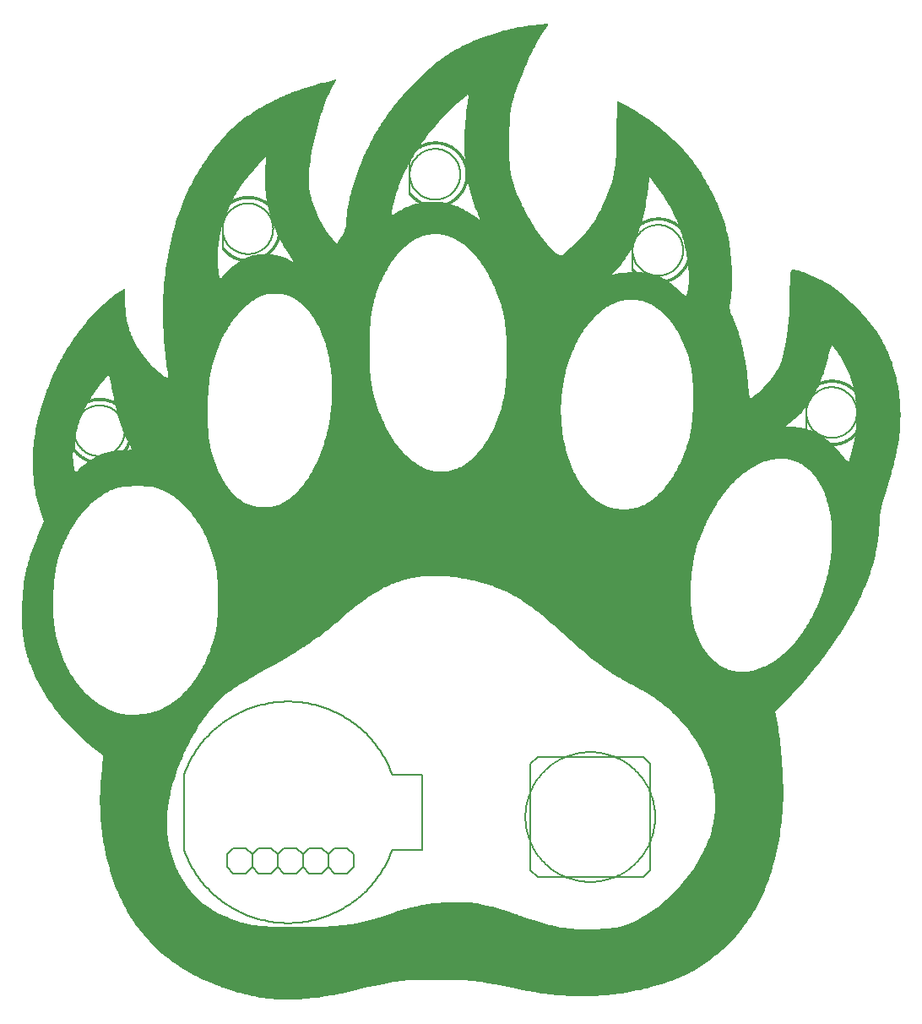
<source format=gbr>
G04 EAGLE Gerber RS-274X export*
G75*
%MOMM*%
%FSLAX34Y34*%
%LPD*%
%INSilkscreen Top*%
%IPPOS*%
%AMOC8*
5,1,8,0,0,1.08239X$1,22.5*%
G01*
%ADD10C,0.304800*%
%ADD11C,0.177800*%
%ADD12C,0.203200*%
%ADD13C,0.152400*%
%ADD14C,0.025400*%
%ADD15C,0.127000*%

G36*
X329152Y5734D02*
X329152Y5734D01*
X329156Y5734D01*
X331973Y5763D01*
X331976Y5764D01*
X331980Y5763D01*
X334796Y5833D01*
X334799Y5833D01*
X334804Y5833D01*
X338744Y5993D01*
X338748Y5994D01*
X338752Y5994D01*
X341564Y6152D01*
X341568Y6153D01*
X341572Y6153D01*
X345505Y6432D01*
X345509Y6433D01*
X345513Y6433D01*
X349442Y6778D01*
X349445Y6778D01*
X349449Y6778D01*
X352812Y7123D01*
X352814Y7124D01*
X352818Y7123D01*
X355616Y7444D01*
X355619Y7445D01*
X355623Y7445D01*
X359535Y7944D01*
X359537Y7945D01*
X359541Y7945D01*
X362888Y8416D01*
X362890Y8417D01*
X362893Y8417D01*
X365678Y8840D01*
X365680Y8841D01*
X365683Y8841D01*
X368464Y9292D01*
X368466Y9292D01*
X368469Y9292D01*
X371800Y9867D01*
X371802Y9868D01*
X371805Y9868D01*
X374576Y10375D01*
X374578Y10375D01*
X374580Y10375D01*
X377899Y11016D01*
X377902Y11017D01*
X377905Y11017D01*
X382320Y11925D01*
X382323Y11926D01*
X382326Y11926D01*
X386728Y12893D01*
X386731Y12894D01*
X386734Y12894D01*
X409788Y18208D01*
X416384Y19687D01*
X419680Y20408D01*
X424088Y21341D01*
X427947Y22117D01*
X431816Y22842D01*
X435141Y23409D01*
X438472Y23912D01*
X441813Y24341D01*
X445163Y24690D01*
X448524Y24957D01*
X450202Y25062D01*
X452446Y25177D01*
X455817Y25301D01*
X460316Y25400D01*
X465381Y25454D01*
X477773Y25487D01*
X486782Y25479D01*
X493543Y25430D01*
X499730Y25319D01*
X504228Y25172D01*
X506471Y25069D01*
X508719Y24943D01*
X510399Y24830D01*
X512639Y24653D01*
X514314Y24500D01*
X516548Y24266D01*
X519893Y23851D01*
X523230Y23367D01*
X526557Y22825D01*
X530431Y22133D01*
X536514Y20966D01*
X554194Y17454D01*
X554195Y17454D01*
X554196Y17454D01*
X560831Y16158D01*
X560832Y16158D01*
X560834Y16158D01*
X569689Y14477D01*
X569692Y14477D01*
X569694Y14476D01*
X576903Y13182D01*
X576905Y13182D01*
X576908Y13181D01*
X580241Y12620D01*
X580243Y12620D01*
X580246Y12619D01*
X583027Y12175D01*
X583030Y12176D01*
X583032Y12175D01*
X585818Y11759D01*
X585821Y11759D01*
X585823Y11758D01*
X588055Y11449D01*
X588058Y11449D01*
X588060Y11448D01*
X590296Y11161D01*
X590299Y11161D01*
X590302Y11160D01*
X593100Y10837D01*
X593103Y10838D01*
X593106Y10837D01*
X595348Y10607D01*
X595351Y10607D01*
X595354Y10606D01*
X597598Y10402D01*
X597600Y10402D01*
X597603Y10401D01*
X599849Y10220D01*
X599852Y10220D01*
X599854Y10220D01*
X602664Y10022D01*
X602666Y10023D01*
X602669Y10022D01*
X606043Y9818D01*
X606045Y9818D01*
X606047Y9818D01*
X609986Y9612D01*
X609987Y9612D01*
X609988Y9612D01*
X614491Y9402D01*
X614492Y9403D01*
X614494Y9402D01*
X616746Y9314D01*
X616749Y9314D01*
X616752Y9314D01*
X620131Y9221D01*
X620134Y9222D01*
X620137Y9221D01*
X622954Y9180D01*
X622956Y9181D01*
X622959Y9180D01*
X625776Y9171D01*
X625778Y9172D01*
X625781Y9171D01*
X628035Y9187D01*
X628037Y9188D01*
X628040Y9187D01*
X630856Y9236D01*
X630859Y9236D01*
X630861Y9236D01*
X633677Y9314D01*
X633680Y9315D01*
X633683Y9314D01*
X636498Y9424D01*
X636500Y9425D01*
X636503Y9425D01*
X639316Y9564D01*
X639319Y9565D01*
X639322Y9564D01*
X642696Y9772D01*
X642698Y9773D01*
X642702Y9773D01*
X645511Y9978D01*
X645514Y9979D01*
X645517Y9979D01*
X649447Y10317D01*
X649450Y10318D01*
X649454Y10317D01*
X653377Y10712D01*
X653380Y10713D01*
X653384Y10713D01*
X656743Y11097D01*
X656746Y11098D01*
X656749Y11098D01*
X660661Y11599D01*
X660664Y11600D01*
X660668Y11600D01*
X664572Y12157D01*
X664575Y12158D01*
X664579Y12158D01*
X667918Y12681D01*
X667921Y12682D01*
X667925Y12682D01*
X671812Y13346D01*
X671815Y13348D01*
X671819Y13348D01*
X675696Y14068D01*
X675699Y14069D01*
X675703Y14069D01*
X679018Y14733D01*
X679021Y14735D01*
X679025Y14735D01*
X682880Y15564D01*
X682883Y15565D01*
X682887Y15565D01*
X686730Y16453D01*
X686733Y16454D01*
X686737Y16454D01*
X690019Y17263D01*
X690022Y17264D01*
X690025Y17264D01*
X693296Y18118D01*
X693299Y18119D01*
X693303Y18119D01*
X696562Y19018D01*
X696565Y19020D01*
X696569Y19020D01*
X700354Y20127D01*
X700357Y20129D01*
X700361Y20130D01*
X703590Y21129D01*
X703593Y21131D01*
X703597Y21132D01*
X706811Y22181D01*
X706814Y22183D01*
X706818Y22184D01*
X710015Y23282D01*
X710018Y23284D01*
X710022Y23285D01*
X713201Y24435D01*
X713204Y24437D01*
X713209Y24438D01*
X716367Y25641D01*
X716371Y25643D01*
X716376Y25644D01*
X719513Y26902D01*
X719516Y26904D01*
X719521Y26905D01*
X720320Y27241D01*
X721508Y27740D01*
X722118Y27996D01*
X722121Y27998D01*
X722126Y28000D01*
X725219Y29363D01*
X725222Y29366D01*
X725228Y29367D01*
X728293Y30791D01*
X728297Y30794D01*
X728302Y30796D01*
X731337Y32283D01*
X731341Y32286D01*
X731346Y32288D01*
X733850Y33578D01*
X733854Y33581D01*
X733859Y33583D01*
X736338Y34921D01*
X736342Y34924D01*
X736347Y34927D01*
X739285Y36599D01*
X739289Y36602D01*
X739295Y36605D01*
X741709Y38056D01*
X741713Y38059D01*
X741719Y38062D01*
X744100Y39568D01*
X744104Y39572D01*
X744110Y39574D01*
X746453Y41138D01*
X746456Y41141D01*
X746461Y41144D01*
X748772Y42753D01*
X748775Y42756D01*
X748780Y42758D01*
X751974Y45070D01*
X751977Y45074D01*
X751982Y45076D01*
X754680Y47113D01*
X754683Y47117D01*
X754688Y47119D01*
X757785Y49560D01*
X757788Y49563D01*
X757792Y49566D01*
X759538Y50992D01*
X759539Y50994D01*
X759542Y50995D01*
X760839Y52079D01*
X760840Y52081D01*
X760842Y52082D01*
X762128Y53179D01*
X762130Y53181D01*
X762133Y53183D01*
X763830Y54665D01*
X763832Y54667D01*
X763835Y54669D01*
X765095Y55794D01*
X765096Y55797D01*
X765099Y55798D01*
X766762Y57319D01*
X766764Y57322D01*
X766766Y57323D01*
X768000Y58479D01*
X768001Y58481D01*
X768004Y58483D01*
X769631Y60042D01*
X769633Y60045D01*
X769637Y60048D01*
X772037Y62428D01*
X772039Y62431D01*
X772042Y62434D01*
X773224Y63643D01*
X773225Y63645D01*
X773228Y63647D01*
X774784Y65277D01*
X774786Y65280D01*
X774790Y65283D01*
X777082Y67767D01*
X777084Y67771D01*
X777088Y67774D01*
X778586Y69456D01*
X778588Y69459D01*
X778590Y69461D01*
X779700Y70736D01*
X779701Y70739D01*
X779705Y70742D01*
X781883Y73326D01*
X781885Y73331D01*
X781890Y73334D01*
X784014Y75964D01*
X784016Y75967D01*
X784019Y75970D01*
X785060Y77301D01*
X785061Y77303D01*
X785064Y77306D01*
X786431Y79097D01*
X786433Y79100D01*
X786437Y79103D01*
X788441Y81825D01*
X788443Y81829D01*
X788446Y81832D01*
X789751Y83669D01*
X789752Y83672D01*
X789754Y83674D01*
X790717Y85063D01*
X790718Y85067D01*
X790721Y85070D01*
X792603Y87878D01*
X792604Y87881D01*
X792608Y87885D01*
X793830Y89778D01*
X793831Y89780D01*
X793833Y89783D01*
X794734Y91213D01*
X794735Y91215D01*
X794737Y91218D01*
X795915Y93139D01*
X795916Y93142D01*
X795918Y93144D01*
X796785Y94595D01*
X796786Y94597D01*
X796788Y94600D01*
X797921Y96547D01*
X797922Y96550D01*
X797924Y96552D01*
X798757Y98023D01*
X798758Y98026D01*
X798761Y98030D01*
X800649Y101492D01*
X800651Y101497D01*
X800654Y101501D01*
X802210Y104502D01*
X802212Y104506D01*
X802215Y104511D01*
X803958Y108048D01*
X803960Y108053D01*
X803963Y108058D01*
X805629Y111632D01*
X805630Y111637D01*
X805634Y111642D01*
X807224Y115251D01*
X807225Y115255D01*
X807228Y115260D01*
X808743Y118901D01*
X808744Y118906D01*
X808746Y118911D01*
X810187Y122582D01*
X810187Y122586D01*
X810190Y122591D01*
X811557Y126290D01*
X811558Y126294D01*
X811561Y126299D01*
X812856Y130024D01*
X812856Y130028D01*
X812859Y130033D01*
X814082Y133782D01*
X814083Y133786D01*
X814085Y133790D01*
X815242Y137560D01*
X815242Y137565D01*
X815245Y137570D01*
X816482Y141903D01*
X816483Y141908D01*
X816485Y141913D01*
X817637Y146270D01*
X817637Y146274D01*
X817639Y146279D01*
X818707Y150658D01*
X818708Y150662D01*
X818709Y150667D01*
X819697Y155064D01*
X819697Y155068D01*
X819698Y155072D01*
X820386Y158381D01*
X820386Y158385D01*
X820388Y158389D01*
X821239Y162814D01*
X821239Y162818D01*
X821240Y162822D01*
X821828Y166150D01*
X821828Y166153D01*
X821830Y166157D01*
X822552Y170606D01*
X822552Y170610D01*
X822553Y170614D01*
X823204Y175073D01*
X823203Y175077D01*
X823205Y175081D01*
X823856Y180110D01*
X823856Y180113D01*
X823857Y180117D01*
X824306Y184035D01*
X824305Y184038D01*
X824306Y184041D01*
X824761Y188525D01*
X824760Y188529D01*
X824761Y188533D01*
X825198Y193584D01*
X825198Y193588D01*
X825199Y193592D01*
X825560Y198649D01*
X825560Y198653D01*
X825561Y198657D01*
X825784Y202594D01*
X825783Y202598D01*
X825784Y202604D01*
X825906Y205982D01*
X825906Y205986D01*
X825906Y205991D01*
X825980Y209933D01*
X825979Y209937D01*
X825980Y209941D01*
X825990Y214448D01*
X825989Y214452D01*
X825990Y214456D01*
X825922Y219526D01*
X825921Y219529D01*
X825922Y219533D01*
X825783Y224602D01*
X825782Y224604D01*
X825783Y224608D01*
X825554Y230237D01*
X825554Y230240D01*
X825554Y230244D01*
X825222Y236432D01*
X825221Y236435D01*
X825222Y236438D01*
X824851Y242059D01*
X824850Y242062D01*
X824851Y242065D01*
X824416Y247682D01*
X824415Y247684D01*
X824415Y247687D01*
X823968Y252738D01*
X823968Y252740D01*
X823968Y252743D01*
X823526Y257228D01*
X823525Y257230D01*
X823525Y257233D01*
X822975Y262274D01*
X822974Y262276D01*
X822974Y262279D01*
X822504Y266195D01*
X822504Y266197D01*
X822504Y266201D01*
X821840Y271227D01*
X821839Y271230D01*
X821839Y271233D01*
X821271Y275136D01*
X821270Y275138D01*
X821270Y275142D01*
X820742Y278481D01*
X820741Y278484D01*
X820741Y278488D01*
X817966Y294486D01*
X818026Y294742D01*
X834369Y311662D01*
X834370Y311663D01*
X834372Y311664D01*
X837090Y314521D01*
X837091Y314523D01*
X837093Y314524D01*
X839403Y316991D01*
X839404Y316993D01*
X839406Y316994D01*
X842459Y320310D01*
X842460Y320312D01*
X842462Y320314D01*
X846232Y324501D01*
X846233Y324504D01*
X846236Y324506D01*
X849583Y328315D01*
X849584Y328317D01*
X849587Y328319D01*
X853254Y332596D01*
X853256Y332598D01*
X853258Y332601D01*
X856869Y336925D01*
X856870Y336928D01*
X856873Y336930D01*
X860426Y341302D01*
X860427Y341305D01*
X860429Y341307D01*
X862533Y343952D01*
X862534Y343954D01*
X862535Y343956D01*
X864617Y346619D01*
X864618Y346621D01*
X864620Y346623D01*
X867624Y350552D01*
X867632Y350569D01*
X867645Y350582D01*
X867675Y350658D01*
X867676Y350658D01*
X867778Y350757D01*
X871065Y355178D01*
X871066Y355181D01*
X871069Y355183D01*
X874037Y359294D01*
X874038Y359297D01*
X874041Y359300D01*
X877273Y363914D01*
X877274Y363917D01*
X877276Y363919D01*
X878866Y366244D01*
X878867Y366246D01*
X878869Y366248D01*
X880752Y369055D01*
X880753Y369057D01*
X880756Y369060D01*
X883530Y373303D01*
X883532Y373306D01*
X883534Y373309D01*
X886246Y377593D01*
X886248Y377596D01*
X886250Y377600D01*
X888897Y381924D01*
X888898Y381927D01*
X888901Y381930D01*
X890628Y384836D01*
X890629Y384838D01*
X890630Y384840D01*
X892046Y387275D01*
X892047Y387277D01*
X892049Y387280D01*
X894543Y391695D01*
X894544Y391699D01*
X894547Y391702D01*
X896965Y396159D01*
X896966Y396162D01*
X896968Y396164D01*
X898279Y398657D01*
X898280Y398660D01*
X898281Y398662D01*
X899567Y401169D01*
X899568Y401170D01*
X899569Y401172D01*
X900580Y403186D01*
X900580Y403188D01*
X900582Y403190D01*
X901823Y405719D01*
X901824Y405722D01*
X901826Y405725D01*
X903756Y409798D01*
X903757Y409801D01*
X903759Y409805D01*
X904929Y412366D01*
X904930Y412369D01*
X904931Y412371D01*
X906074Y414946D01*
X906074Y414948D01*
X906076Y414951D01*
X906969Y417020D01*
X906970Y417022D01*
X906971Y417024D01*
X908061Y419622D01*
X908062Y419625D01*
X908064Y419629D01*
X909745Y423811D01*
X909745Y423815D01*
X909748Y423820D01*
X911347Y428034D01*
X911347Y428037D01*
X911350Y428041D01*
X912306Y430691D01*
X912306Y430693D01*
X912308Y430696D01*
X913048Y432825D01*
X913048Y432827D01*
X913050Y432830D01*
X913768Y434965D01*
X913768Y434968D01*
X913769Y434971D01*
X914464Y437115D01*
X914464Y437117D01*
X914465Y437120D01*
X915136Y439271D01*
X915137Y439273D01*
X915138Y439276D01*
X915785Y441435D01*
X915785Y441439D01*
X915787Y441442D01*
X916709Y444694D01*
X916710Y444698D01*
X916712Y444702D01*
X917436Y447424D01*
X917436Y447428D01*
X917438Y447432D01*
X918253Y450713D01*
X918253Y450716D01*
X918255Y450721D01*
X918886Y453466D01*
X918886Y453470D01*
X918888Y453475D01*
X919585Y456782D01*
X919585Y456787D01*
X919587Y456791D01*
X920117Y459558D01*
X920117Y459562D01*
X920119Y459567D01*
X920601Y462342D01*
X920600Y462346D01*
X920602Y462351D01*
X921034Y465134D01*
X921034Y465138D01*
X921035Y465143D01*
X921415Y467935D01*
X921415Y467939D01*
X921417Y467944D01*
X921743Y470742D01*
X921743Y470746D01*
X921744Y470751D01*
X921966Y472993D01*
X921965Y472997D01*
X921967Y473002D01*
X922192Y475810D01*
X922192Y475814D01*
X922193Y475819D01*
X922332Y478069D01*
X922331Y478073D01*
X922332Y478078D01*
X922450Y480892D01*
X922450Y480896D01*
X922451Y480901D01*
X922492Y482591D01*
X922492Y482594D01*
X922492Y482599D01*
X922517Y485411D01*
X922546Y486526D01*
X922602Y487639D01*
X922733Y489310D01*
X922916Y490973D01*
X923231Y493188D01*
X923616Y495394D01*
X924059Y497592D01*
X924551Y499780D01*
X925224Y502504D01*
X925949Y505217D01*
X926873Y508461D01*
X927515Y510616D01*
X928343Y513304D01*
X931265Y522421D01*
X931265Y522423D01*
X931266Y522424D01*
X932776Y527264D01*
X932777Y527267D01*
X932778Y527269D01*
X934238Y532125D01*
X934239Y532127D01*
X934240Y532130D01*
X935024Y534835D01*
X935024Y534837D01*
X935025Y534839D01*
X935788Y537550D01*
X935789Y537553D01*
X935790Y537556D01*
X936958Y541909D01*
X936958Y541912D01*
X936959Y541915D01*
X937516Y544099D01*
X937516Y544102D01*
X937517Y544104D01*
X938183Y546841D01*
X938183Y546844D01*
X938185Y546847D01*
X938693Y549042D01*
X938693Y549044D01*
X938694Y549047D01*
X939178Y551248D01*
X939178Y551251D01*
X939179Y551254D01*
X939638Y553460D01*
X939638Y553462D01*
X939639Y553465D01*
X940073Y555677D01*
X940073Y555681D01*
X940074Y555685D01*
X940766Y559568D01*
X940766Y559572D01*
X940768Y559578D01*
X941292Y562917D01*
X941292Y562921D01*
X941294Y562927D01*
X941827Y566834D01*
X941827Y566839D01*
X941829Y566845D01*
X942280Y570762D01*
X942280Y570767D01*
X942281Y570772D01*
X942657Y574697D01*
X942656Y574701D01*
X942657Y574706D01*
X942965Y578638D01*
X942965Y578641D01*
X942966Y578646D01*
X943278Y583706D01*
X943277Y583709D01*
X943278Y583713D01*
X943361Y585401D01*
X943360Y585403D01*
X943361Y585406D01*
X943445Y587659D01*
X943444Y587662D01*
X943445Y587666D01*
X943507Y590482D01*
X943507Y590486D01*
X943507Y590491D01*
X943523Y593307D01*
X943522Y593311D01*
X943523Y593316D01*
X943490Y596132D01*
X943489Y596136D01*
X943490Y596141D01*
X943484Y596363D01*
X943483Y596363D01*
X943469Y596862D01*
X943409Y598957D01*
X943408Y598960D01*
X943409Y598965D01*
X943279Y601779D01*
X943278Y601783D01*
X943279Y601787D01*
X943101Y604599D01*
X943100Y604602D01*
X943100Y604607D01*
X942922Y606853D01*
X942921Y606857D01*
X942921Y606861D01*
X942653Y609665D01*
X942652Y609669D01*
X942652Y609674D01*
X942335Y612473D01*
X942334Y612477D01*
X942334Y612482D01*
X941967Y615274D01*
X941966Y615278D01*
X941966Y615283D01*
X941548Y618069D01*
X941547Y618073D01*
X941547Y618077D01*
X941176Y620300D01*
X941175Y620303D01*
X941175Y620308D01*
X940666Y623079D01*
X940664Y623083D01*
X940664Y623088D01*
X940104Y625848D01*
X940102Y625852D01*
X940102Y625857D01*
X939490Y628607D01*
X939489Y628611D01*
X939488Y628616D01*
X938826Y631354D01*
X938824Y631358D01*
X938824Y631363D01*
X938110Y634088D01*
X938108Y634091D01*
X938107Y634096D01*
X937499Y636265D01*
X937497Y636269D01*
X937497Y636274D01*
X936690Y638973D01*
X936687Y638976D01*
X936687Y638982D01*
X935828Y641664D01*
X935826Y641668D01*
X935825Y641673D01*
X935101Y643807D01*
X935099Y643810D01*
X935098Y643815D01*
X934147Y646466D01*
X934144Y646470D01*
X934143Y646475D01*
X933140Y649107D01*
X933138Y649111D01*
X933137Y649117D01*
X932082Y651728D01*
X932079Y651732D01*
X932078Y651738D01*
X930972Y654328D01*
X930970Y654332D01*
X930968Y654337D01*
X929811Y656906D01*
X929809Y656909D01*
X929807Y656915D01*
X928599Y659459D01*
X928598Y659461D01*
X928598Y659462D01*
X928597Y659464D01*
X928595Y659467D01*
X927593Y661485D01*
X927590Y661489D01*
X927588Y661493D01*
X926290Y663993D01*
X926287Y663996D01*
X926285Y664001D01*
X925210Y665981D01*
X925207Y665985D01*
X925205Y665989D01*
X923817Y668440D01*
X923814Y668443D01*
X923812Y668448D01*
X922665Y670387D01*
X922662Y670391D01*
X922660Y670396D01*
X920881Y673270D01*
X920879Y673273D01*
X920877Y673278D01*
X919961Y674699D01*
X919958Y674701D01*
X919956Y674706D01*
X919018Y676111D01*
X919015Y676114D01*
X919012Y676118D01*
X918048Y677506D01*
X918046Y677509D01*
X918044Y677513D01*
X917058Y678886D01*
X917055Y678889D01*
X917052Y678894D01*
X915024Y681598D01*
X915021Y681601D01*
X915018Y681606D01*
X913631Y683382D01*
X913629Y683384D01*
X913627Y683387D01*
X912570Y684705D01*
X912567Y684708D01*
X912565Y684711D01*
X910050Y687749D01*
X910046Y687752D01*
X910043Y687756D01*
X907467Y690742D01*
X907464Y690744D01*
X907462Y690748D01*
X905965Y692432D01*
X905964Y692434D01*
X905962Y692436D01*
X904449Y694106D01*
X904446Y694108D01*
X904444Y694111D01*
X901368Y697406D01*
X901365Y697408D01*
X901362Y697413D01*
X898226Y700649D01*
X898222Y700651D01*
X898219Y700655D01*
X895022Y703832D01*
X895019Y703834D01*
X895017Y703837D01*
X893396Y705402D01*
X893394Y705404D01*
X893392Y705406D01*
X891755Y706955D01*
X891752Y706956D01*
X891750Y706960D01*
X888846Y709628D01*
X888843Y709629D01*
X888840Y709633D01*
X887156Y711131D01*
X887154Y711133D01*
X887152Y711135D01*
X885449Y712612D01*
X885447Y712614D01*
X885444Y712617D01*
X883722Y714070D01*
X883719Y714071D01*
X883717Y714074D01*
X882411Y715147D01*
X882408Y715148D01*
X882406Y715151D01*
X881087Y716207D01*
X881084Y716208D01*
X881081Y716211D01*
X879747Y717249D01*
X879743Y717251D01*
X879739Y717256D01*
X877479Y718937D01*
X877474Y718939D01*
X877469Y718944D01*
X876087Y719918D01*
X876083Y719920D01*
X876080Y719924D01*
X875146Y720555D01*
X875143Y720557D01*
X875139Y720560D01*
X874195Y721175D01*
X874191Y721177D01*
X874187Y721181D01*
X873230Y721776D01*
X873224Y721779D01*
X873218Y721784D01*
X870784Y723202D01*
X870779Y723204D01*
X870774Y723208D01*
X869294Y724025D01*
X869291Y724026D01*
X869288Y724028D01*
X867797Y724824D01*
X867793Y724825D01*
X867789Y724828D01*
X864780Y726368D01*
X864776Y726369D01*
X864771Y726373D01*
X861223Y728094D01*
X861219Y728095D01*
X861214Y728099D01*
X857633Y729750D01*
X857630Y729751D01*
X857626Y729753D01*
X855566Y730666D01*
X855564Y730667D01*
X855562Y730669D01*
X853492Y731561D01*
X853489Y731561D01*
X853485Y731564D01*
X849840Y733069D01*
X849837Y733069D01*
X849833Y733072D01*
X848262Y733693D01*
X848259Y733693D01*
X848256Y733695D01*
X846150Y734497D01*
X846146Y734498D01*
X846143Y734500D01*
X844555Y735078D01*
X844551Y735079D01*
X844548Y735081D01*
X842951Y735635D01*
X842947Y735636D01*
X842942Y735638D01*
X841335Y736162D01*
X841330Y736162D01*
X841325Y736165D01*
X840247Y736492D01*
X840242Y736492D01*
X840236Y736495D01*
X839151Y736798D01*
X839144Y736798D01*
X839136Y736802D01*
X838042Y737070D01*
X838030Y737071D01*
X838018Y737075D01*
X836912Y737290D01*
X836898Y737290D01*
X836881Y737295D01*
X836323Y737367D01*
X836306Y737366D01*
X836286Y737371D01*
X835724Y737402D01*
X835679Y737396D01*
X835600Y737394D01*
X835051Y737286D01*
X835024Y737275D01*
X834995Y737271D01*
X834907Y737226D01*
X834868Y737210D01*
X834859Y737201D01*
X834847Y737195D01*
X834400Y736858D01*
X834399Y736857D01*
X834285Y736736D01*
X833974Y736268D01*
X833960Y736233D01*
X833930Y736187D01*
X833710Y735669D01*
X833705Y735647D01*
X833692Y735620D01*
X833527Y735082D01*
X833525Y735067D01*
X833518Y735051D01*
X833388Y734502D01*
X833388Y734489D01*
X833382Y734473D01*
X833190Y733363D01*
X833190Y733352D01*
X833186Y733339D01*
X833048Y732221D01*
X833048Y732212D01*
X833046Y732203D01*
X832899Y730519D01*
X832900Y730513D01*
X832898Y730506D01*
X832795Y728819D01*
X832796Y728815D01*
X832795Y728811D01*
X832720Y727122D01*
X832721Y727119D01*
X832720Y727114D01*
X832609Y723172D01*
X832610Y723169D01*
X832609Y723165D01*
X832545Y718659D01*
X832545Y718657D01*
X832545Y718654D01*
X832500Y710204D01*
X832468Y707393D01*
X832379Y703457D01*
X832216Y698960D01*
X831955Y693903D01*
X831775Y691099D01*
X831568Y688294D01*
X831129Y683249D01*
X830847Y680455D01*
X830601Y678215D01*
X830268Y675428D01*
X829980Y673195D01*
X829426Y669298D01*
X829081Y667079D01*
X828712Y664859D01*
X828319Y662646D01*
X827899Y660438D01*
X827451Y658236D01*
X827096Y656593D01*
X826591Y654401D01*
X826190Y652767D01*
X825619Y650598D01*
X825161Y648979D01*
X824674Y647370D01*
X824156Y645773D01*
X823601Y644190D01*
X823209Y643147D01*
X822578Y641593D01*
X822129Y640577D01*
X821649Y639576D01*
X821133Y638596D01*
X820582Y637632D01*
X819704Y636206D01*
X818783Y634806D01*
X817825Y633426D01*
X816839Y632065D01*
X815829Y630720D01*
X814799Y629393D01*
X813393Y627640D01*
X811960Y625912D01*
X810498Y624205D01*
X809014Y622523D01*
X807119Y620448D01*
X805578Y618817D01*
X804010Y617210D01*
X802413Y615634D01*
X800784Y614092D01*
X799540Y612968D01*
X798268Y611875D01*
X796965Y610830D01*
X796076Y610173D01*
X795160Y609561D01*
X794698Y609285D01*
X794229Y609038D01*
X793760Y608835D01*
X793320Y608711D01*
X793004Y608715D01*
X792809Y608869D01*
X792651Y609246D01*
X792500Y609748D01*
X792368Y610274D01*
X792138Y611361D01*
X791940Y612456D01*
X791678Y614115D01*
X791305Y616895D01*
X790989Y619685D01*
X790666Y623042D01*
X790439Y625843D01*
X790163Y629774D01*
X790162Y629778D01*
X790163Y629783D01*
X789915Y632589D01*
X789914Y632594D01*
X789914Y632600D01*
X789544Y635960D01*
X789543Y635964D01*
X789543Y635968D01*
X789259Y638204D01*
X789258Y638206D01*
X789258Y638210D01*
X789024Y639883D01*
X789023Y639887D01*
X789023Y639891D01*
X788419Y643788D01*
X788417Y643791D01*
X788417Y643796D01*
X788037Y646017D01*
X788036Y646019D01*
X788036Y646022D01*
X787630Y648239D01*
X787629Y648242D01*
X787629Y648246D01*
X786862Y652114D01*
X786861Y652117D01*
X786861Y652121D01*
X786391Y654325D01*
X786390Y654328D01*
X786390Y654330D01*
X785898Y656529D01*
X785897Y656531D01*
X785897Y656534D01*
X785382Y658728D01*
X785381Y658731D01*
X785381Y658733D01*
X784845Y660922D01*
X784844Y660924D01*
X784843Y660928D01*
X784141Y663655D01*
X784140Y663658D01*
X784139Y663661D01*
X783552Y665837D01*
X783551Y665839D01*
X783551Y665842D01*
X782940Y668011D01*
X782939Y668013D01*
X782938Y668016D01*
X782304Y670179D01*
X782303Y670181D01*
X782302Y670184D01*
X781644Y672339D01*
X781643Y672342D01*
X781642Y672345D01*
X780958Y674492D01*
X780956Y674494D01*
X780956Y674498D01*
X780245Y676636D01*
X780243Y676639D01*
X780243Y676642D01*
X779504Y678771D01*
X779502Y678774D01*
X779501Y678778D01*
X778732Y680896D01*
X778730Y680899D01*
X778729Y680903D01*
X777928Y683009D01*
X777926Y683012D01*
X777925Y683016D01*
X777301Y684586D01*
X777299Y684589D01*
X777298Y684592D01*
X776653Y686155D01*
X776650Y686158D01*
X776649Y686163D01*
X775080Y689778D01*
X774426Y691329D01*
X774010Y692365D01*
X773616Y693408D01*
X773254Y694457D01*
X772935Y695514D01*
X772672Y696580D01*
X772477Y697656D01*
X772357Y698741D01*
X772312Y699834D01*
X772337Y700932D01*
X772417Y702034D01*
X772540Y703136D01*
X772695Y704239D01*
X772968Y705899D01*
X773469Y708665D01*
X773469Y708670D01*
X773471Y708676D01*
X773647Y709789D01*
X773647Y709794D01*
X773648Y709799D01*
X773801Y710916D01*
X773801Y710920D01*
X773802Y710925D01*
X773935Y712044D01*
X773935Y712048D01*
X773936Y712053D01*
X774104Y713734D01*
X774103Y713740D01*
X774105Y713746D01*
X774317Y716555D01*
X774316Y716561D01*
X774318Y716568D01*
X774483Y719944D01*
X774482Y719950D01*
X774484Y719956D01*
X774574Y723334D01*
X774573Y723339D01*
X774574Y723344D01*
X774600Y726724D01*
X774600Y726728D01*
X774600Y726732D01*
X774573Y730112D01*
X774572Y730116D01*
X774573Y730120D01*
X774462Y734626D01*
X774461Y734629D01*
X774462Y734632D01*
X774376Y736884D01*
X774376Y736887D01*
X774376Y736889D01*
X774243Y739703D01*
X774243Y739706D01*
X774243Y739709D01*
X773972Y744208D01*
X773971Y744211D01*
X773971Y744214D01*
X773808Y746462D01*
X773808Y746464D01*
X773808Y746466D01*
X773578Y749273D01*
X773577Y749276D01*
X773578Y749280D01*
X773149Y753767D01*
X773148Y753771D01*
X773148Y753776D01*
X772638Y758254D01*
X772637Y758257D01*
X772637Y758261D01*
X772348Y760496D01*
X772347Y760499D01*
X772347Y760502D01*
X772032Y762733D01*
X772031Y762736D01*
X772032Y762739D01*
X771689Y764967D01*
X771688Y764970D01*
X771688Y764973D01*
X771315Y767196D01*
X771313Y767199D01*
X771313Y767204D01*
X770904Y769420D01*
X770903Y769423D01*
X770903Y769428D01*
X770569Y771085D01*
X770567Y771089D01*
X770567Y771094D01*
X770078Y773294D01*
X770076Y773299D01*
X770076Y773305D01*
X769671Y774946D01*
X769669Y774950D01*
X769668Y774956D01*
X769086Y777133D01*
X769084Y777136D01*
X769084Y777140D01*
X768317Y779850D01*
X768315Y779853D01*
X768315Y779857D01*
X767506Y782556D01*
X767505Y782559D01*
X767504Y782563D01*
X766656Y785249D01*
X766654Y785251D01*
X766654Y785255D01*
X765946Y787395D01*
X765945Y787397D01*
X765944Y787401D01*
X765025Y790064D01*
X765024Y790066D01*
X765023Y790070D01*
X764068Y792720D01*
X764066Y792722D01*
X764065Y792726D01*
X763073Y795363D01*
X763072Y795365D01*
X763071Y795369D01*
X762043Y797992D01*
X762041Y797994D01*
X762040Y797998D01*
X760977Y800606D01*
X760976Y800609D01*
X760975Y800612D01*
X759878Y803207D01*
X759876Y803209D01*
X759875Y803213D01*
X758744Y805793D01*
X758742Y805795D01*
X758742Y805798D01*
X757813Y807851D01*
X757811Y807853D01*
X757811Y807856D01*
X757401Y808737D01*
X757401Y808738D01*
X756861Y809899D01*
X756859Y809901D01*
X756859Y809904D01*
X755888Y811937D01*
X755886Y811939D01*
X755886Y811942D01*
X754894Y813966D01*
X754892Y813967D01*
X754892Y813970D01*
X753879Y815983D01*
X753878Y815985D01*
X753877Y815988D01*
X752844Y817991D01*
X752842Y817992D01*
X752841Y817995D01*
X751787Y819987D01*
X751786Y819989D01*
X751785Y819992D01*
X750711Y821973D01*
X750709Y821974D01*
X750709Y821977D01*
X749614Y823947D01*
X749612Y823949D01*
X749611Y823952D01*
X748497Y825910D01*
X748495Y825912D01*
X748494Y825914D01*
X747359Y827861D01*
X747357Y827863D01*
X747356Y827865D01*
X746200Y829800D01*
X746199Y829802D01*
X746198Y829805D01*
X745021Y831727D01*
X745020Y831728D01*
X745019Y831731D01*
X743822Y833641D01*
X743819Y833643D01*
X743817Y833647D01*
X741673Y836956D01*
X741670Y836959D01*
X741668Y836963D01*
X740414Y838835D01*
X740412Y838836D01*
X740411Y838839D01*
X739135Y840697D01*
X739133Y840699D01*
X739131Y840703D01*
X736847Y843918D01*
X736843Y843921D01*
X736840Y843927D01*
X734490Y847093D01*
X734487Y847095D01*
X734484Y847099D01*
X733110Y848886D01*
X733108Y848887D01*
X733106Y848891D01*
X731709Y850659D01*
X731707Y850661D01*
X731705Y850664D01*
X730285Y852414D01*
X730283Y852416D01*
X730282Y852419D01*
X729201Y853718D01*
X729199Y853719D01*
X729198Y853722D01*
X728104Y855010D01*
X728101Y855012D01*
X728100Y855015D01*
X726620Y856715D01*
X726617Y856717D01*
X726615Y856720D01*
X725111Y858398D01*
X725108Y858400D01*
X725106Y858403D01*
X723961Y859646D01*
X723959Y859647D01*
X723957Y859650D01*
X722797Y860879D01*
X722794Y860882D01*
X722792Y860885D01*
X721219Y862499D01*
X721216Y862501D01*
X721214Y862505D01*
X719616Y864094D01*
X719613Y864095D01*
X719610Y864099D01*
X717989Y865664D01*
X717987Y865666D01*
X717985Y865669D01*
X716344Y867213D01*
X716341Y867215D01*
X716339Y867217D01*
X714680Y868742D01*
X714678Y868743D01*
X714676Y868746D01*
X712578Y870626D01*
X712576Y870628D01*
X712574Y870630D01*
X710879Y872115D01*
X710877Y872116D01*
X710875Y872118D01*
X709165Y873586D01*
X709163Y873587D01*
X709161Y873590D01*
X707005Y875402D01*
X707003Y875403D01*
X707001Y875406D01*
X704825Y877195D01*
X704823Y877196D01*
X704822Y877198D01*
X703067Y878612D01*
X703065Y878613D01*
X703063Y878615D01*
X700853Y880362D01*
X700851Y880363D01*
X700849Y880365D01*
X698622Y882089D01*
X698620Y882090D01*
X698618Y882092D01*
X696372Y883793D01*
X696370Y883794D01*
X696368Y883796D01*
X694105Y885473D01*
X694102Y885475D01*
X694100Y885477D01*
X690442Y888111D01*
X690438Y888112D01*
X690435Y888116D01*
X686730Y890683D01*
X686727Y890684D01*
X686725Y890687D01*
X684854Y891944D01*
X684852Y891945D01*
X684849Y891947D01*
X682493Y893491D01*
X682490Y893492D01*
X682488Y893494D01*
X680588Y894706D01*
X680585Y894707D01*
X680583Y894709D01*
X678668Y895898D01*
X678666Y895899D01*
X678663Y895901D01*
X676733Y897064D01*
X676730Y897065D01*
X676727Y897067D01*
X675269Y897922D01*
X675266Y897923D01*
X675262Y897926D01*
X672809Y899310D01*
X672804Y899312D01*
X672799Y899316D01*
X670314Y900643D01*
X670309Y900644D01*
X670305Y900647D01*
X660256Y905744D01*
X660220Y905754D01*
X660173Y905777D01*
X659749Y905904D01*
X659669Y905911D01*
X659591Y905925D01*
X659571Y905920D01*
X659551Y905922D01*
X659475Y905898D01*
X659398Y905880D01*
X659381Y905868D01*
X659361Y905861D01*
X659301Y905809D01*
X659237Y905763D01*
X659226Y905745D01*
X659211Y905731D01*
X659176Y905660D01*
X659135Y905592D01*
X659131Y905569D01*
X659123Y905553D01*
X659120Y905508D01*
X659107Y905428D01*
X658965Y872190D01*
X658918Y867688D01*
X658833Y863188D01*
X658737Y859812D01*
X658631Y857001D01*
X658402Y852510D01*
X658254Y850266D01*
X658082Y848025D01*
X657881Y845788D01*
X657650Y843554D01*
X657384Y841324D01*
X657081Y839100D01*
X656737Y836882D01*
X656350Y834672D01*
X655919Y832471D01*
X655440Y830281D01*
X654913Y828100D01*
X654487Y826474D01*
X654034Y824855D01*
X653389Y822706D01*
X652699Y820571D01*
X651966Y818450D01*
X651194Y816343D01*
X650385Y814249D01*
X649542Y812165D01*
X648449Y809580D01*
X646852Y805986D01*
X645191Y802416D01*
X642988Y797857D01*
X641986Y795844D01*
X640965Y793844D01*
X639380Y790870D01*
X638001Y788429D01*
X636554Y786029D01*
X635650Y784612D01*
X635033Y783680D01*
X634401Y782754D01*
X633430Y781385D01*
X632767Y780484D01*
X631748Y779149D01*
X629991Y776965D01*
X628172Y774831D01*
X625923Y772324D01*
X623620Y769863D01*
X620488Y766633D01*
X617706Y763849D01*
X615284Y761502D01*
X612826Y759195D01*
X610745Y757309D01*
X608630Y755467D01*
X606903Y754041D01*
X606026Y753354D01*
X605135Y752696D01*
X604223Y752087D01*
X603775Y751833D01*
X603371Y751665D01*
X602952Y751655D01*
X602470Y751735D01*
X601974Y751875D01*
X601481Y752059D01*
X600995Y752278D01*
X600515Y752526D01*
X600047Y752793D01*
X599118Y753389D01*
X598673Y753702D01*
X597789Y754369D01*
X596504Y755432D01*
X595261Y756551D01*
X594454Y757319D01*
X593264Y758506D01*
X592490Y759309D01*
X591344Y760541D01*
X590222Y761792D01*
X589119Y763063D01*
X588035Y764351D01*
X586969Y765652D01*
X584879Y768298D01*
X583858Y769636D01*
X582516Y771436D01*
X580219Y774632D01*
X578937Y776477D01*
X577675Y778338D01*
X575515Y781627D01*
X574309Y783522D01*
X573123Y785431D01*
X571092Y788804D01*
X569961Y790746D01*
X568852Y792700D01*
X566962Y796149D01*
X565142Y799639D01*
X564136Y801648D01*
X563400Y803163D01*
X562680Y804685D01*
X561743Y806728D01*
X560385Y809812D01*
X559088Y812923D01*
X557866Y816062D01*
X556913Y818699D01*
X556371Y820293D01*
X555856Y821891D01*
X555053Y824579D01*
X554327Y827286D01*
X553679Y830012D01*
X553110Y832757D01*
X552618Y835516D01*
X552201Y838290D01*
X551984Y839958D01*
X551792Y841627D01*
X551521Y844423D01*
X551273Y847781D01*
X551098Y851147D01*
X551087Y851479D01*
X551087Y851480D01*
X551021Y853477D01*
X551004Y853976D01*
X550988Y854475D01*
X550986Y854516D01*
X550930Y857889D01*
X550922Y861825D01*
X550967Y865761D01*
X551071Y870262D01*
X551319Y877579D01*
X551550Y883201D01*
X551756Y887133D01*
X551985Y890496D01*
X552232Y893291D01*
X552482Y895519D01*
X552791Y897738D01*
X553067Y899390D01*
X553385Y901036D01*
X553877Y903220D01*
X554440Y905386D01*
X555063Y907538D01*
X555734Y909681D01*
X556439Y911814D01*
X557353Y914473D01*
X558664Y918187D01*
X560788Y924000D01*
X561780Y926634D01*
X562995Y929786D01*
X564234Y932927D01*
X565285Y935530D01*
X567450Y940727D01*
X568563Y943313D01*
X569694Y945884D01*
X571791Y950495D01*
X572987Y953036D01*
X573965Y955063D01*
X575972Y959089D01*
X577005Y961087D01*
X578058Y963071D01*
X579958Y966514D01*
X581364Y968944D01*
X582818Y971344D01*
X589787Y982261D01*
X589795Y982279D01*
X589810Y982300D01*
X590030Y982724D01*
X590043Y982771D01*
X590066Y982814D01*
X590070Y982865D01*
X590084Y982915D01*
X590078Y982963D01*
X590082Y983012D01*
X590066Y983061D01*
X590060Y983112D01*
X590035Y983154D01*
X590020Y983201D01*
X589986Y983240D01*
X589960Y983284D01*
X589921Y983314D01*
X589889Y983351D01*
X589842Y983373D01*
X589801Y983404D01*
X589754Y983416D01*
X589710Y983437D01*
X589648Y983442D01*
X589608Y983452D01*
X589581Y983448D01*
X589544Y983451D01*
X574388Y982159D01*
X574383Y982158D01*
X574377Y982158D01*
X571576Y981858D01*
X571572Y981857D01*
X571566Y981857D01*
X568213Y981426D01*
X568209Y981425D01*
X568204Y981425D01*
X565975Y981098D01*
X565972Y981097D01*
X565968Y981097D01*
X563743Y980739D01*
X563740Y980738D01*
X563737Y980738D01*
X561517Y980351D01*
X561514Y980350D01*
X561510Y980350D01*
X559295Y979936D01*
X559293Y979935D01*
X559290Y979935D01*
X557080Y979494D01*
X557077Y979493D01*
X557074Y979493D01*
X554869Y979026D01*
X554867Y979025D01*
X554864Y979024D01*
X552665Y978533D01*
X552662Y978532D01*
X552659Y978531D01*
X550466Y978015D01*
X550463Y978014D01*
X550460Y978014D01*
X547726Y977336D01*
X547723Y977334D01*
X547720Y977334D01*
X545540Y976766D01*
X545538Y976764D01*
X545535Y976764D01*
X543360Y976173D01*
X543358Y976172D01*
X543354Y976172D01*
X540645Y975402D01*
X540643Y975401D01*
X540639Y975400D01*
X538479Y974760D01*
X538477Y974759D01*
X538473Y974759D01*
X535782Y973928D01*
X535779Y973927D01*
X535776Y973926D01*
X533095Y973062D01*
X533093Y973061D01*
X533089Y973060D01*
X530419Y972164D01*
X530416Y972162D01*
X530413Y972162D01*
X527754Y971232D01*
X527751Y971231D01*
X527748Y971230D01*
X525101Y970268D01*
X525098Y970266D01*
X525095Y970266D01*
X522460Y969270D01*
X522458Y969269D01*
X522455Y969268D01*
X520356Y968448D01*
X520354Y968447D01*
X520351Y968446D01*
X518260Y967604D01*
X518258Y967603D01*
X518255Y967602D01*
X515655Y966520D01*
X515652Y966518D01*
X515648Y966517D01*
X513063Y965399D01*
X513060Y965398D01*
X513057Y965397D01*
X511000Y964477D01*
X510998Y964476D01*
X510995Y964475D01*
X508948Y963533D01*
X508945Y963531D01*
X508942Y963530D01*
X506906Y962564D01*
X506904Y962563D01*
X506901Y962562D01*
X504877Y961571D01*
X504875Y961569D01*
X504872Y961568D01*
X502860Y960553D01*
X502857Y960551D01*
X502854Y960550D01*
X500856Y959509D01*
X500853Y959507D01*
X500850Y959506D01*
X498865Y958438D01*
X498863Y958436D01*
X498859Y958434D01*
X496890Y957338D01*
X496888Y957337D01*
X496884Y957335D01*
X495418Y956495D01*
X495416Y956493D01*
X495413Y956492D01*
X493957Y955633D01*
X493955Y955631D01*
X493951Y955629D01*
X492508Y954749D01*
X492506Y954747D01*
X492502Y954745D01*
X491072Y953844D01*
X491069Y953842D01*
X491065Y953840D01*
X489178Y952609D01*
X489175Y952607D01*
X489172Y952605D01*
X487769Y951662D01*
X487767Y951660D01*
X487764Y951658D01*
X485912Y950374D01*
X485909Y950372D01*
X485906Y950371D01*
X484530Y949390D01*
X484528Y949388D01*
X484525Y949387D01*
X482705Y948057D01*
X482703Y948055D01*
X482700Y948053D01*
X480898Y946700D01*
X480896Y946697D01*
X480893Y946696D01*
X479109Y945320D01*
X479107Y945317D01*
X479104Y945316D01*
X476896Y943566D01*
X476894Y943563D01*
X476891Y943562D01*
X475143Y942140D01*
X475142Y942138D01*
X475139Y942136D01*
X473407Y940695D01*
X473405Y940693D01*
X473403Y940692D01*
X471685Y939233D01*
X471684Y939231D01*
X471681Y939229D01*
X469979Y937753D01*
X469977Y937751D01*
X469975Y937750D01*
X467867Y935882D01*
X467865Y935880D01*
X467862Y935878D01*
X465776Y933985D01*
X465774Y933983D01*
X465772Y933982D01*
X464119Y932450D01*
X464117Y932448D01*
X464115Y932447D01*
X462068Y930512D01*
X462066Y930511D01*
X462064Y930509D01*
X460441Y928946D01*
X460440Y928944D01*
X460438Y928943D01*
X458829Y927365D01*
X458828Y927364D01*
X458825Y927362D01*
X456832Y925372D01*
X456831Y925370D01*
X456829Y925368D01*
X455249Y923761D01*
X455248Y923760D01*
X455246Y923758D01*
X453290Y921731D01*
X453289Y921729D01*
X453287Y921727D01*
X451351Y919681D01*
X451350Y919679D01*
X451348Y919677D01*
X449815Y918026D01*
X449814Y918024D01*
X449812Y918023D01*
X447914Y915941D01*
X447912Y915940D01*
X447910Y915938D01*
X446407Y914259D01*
X446406Y914257D01*
X446404Y914256D01*
X444544Y912140D01*
X444543Y912139D01*
X444541Y912137D01*
X443069Y910431D01*
X443068Y910429D01*
X443066Y910428D01*
X441245Y908278D01*
X441244Y908276D01*
X441242Y908274D01*
X439443Y906107D01*
X439442Y906105D01*
X439440Y906103D01*
X437664Y903916D01*
X437663Y903914D01*
X437661Y903912D01*
X436257Y902149D01*
X436256Y902148D01*
X436254Y902146D01*
X434866Y900371D01*
X434865Y900369D01*
X434863Y900367D01*
X433150Y898131D01*
X433149Y898129D01*
X433147Y898127D01*
X431795Y896324D01*
X431794Y896322D01*
X431792Y896320D01*
X430125Y894049D01*
X430124Y894046D01*
X430122Y894044D01*
X428482Y891753D01*
X428481Y891751D01*
X428479Y891749D01*
X427189Y889901D01*
X427188Y889899D01*
X427186Y889897D01*
X425914Y888037D01*
X425913Y888034D01*
X425911Y888032D01*
X424660Y886158D01*
X424659Y886156D01*
X424657Y886153D01*
X423426Y884265D01*
X423425Y884263D01*
X423423Y884261D01*
X422215Y882359D01*
X422214Y882357D01*
X422212Y882354D01*
X421023Y880440D01*
X421022Y880437D01*
X421020Y880435D01*
X419563Y878024D01*
X419562Y878020D01*
X419559Y878017D01*
X417291Y874122D01*
X417290Y874119D01*
X417287Y874116D01*
X415908Y871660D01*
X415907Y871657D01*
X415905Y871655D01*
X414823Y869678D01*
X414822Y869676D01*
X414821Y869675D01*
X413756Y867689D01*
X413755Y867686D01*
X413753Y867684D01*
X412448Y865188D01*
X412447Y865185D01*
X412444Y865182D01*
X410413Y861159D01*
X410412Y861156D01*
X410410Y861153D01*
X409420Y859129D01*
X409419Y859127D01*
X409417Y859125D01*
X408204Y856583D01*
X408203Y856580D01*
X408202Y856578D01*
X407015Y854023D01*
X407014Y854021D01*
X407013Y854019D01*
X405853Y851452D01*
X405852Y851449D01*
X405850Y851447D01*
X404717Y848868D01*
X404716Y848866D01*
X404715Y848864D01*
X403608Y846273D01*
X403608Y846271D01*
X403606Y846269D01*
X402526Y843667D01*
X402526Y843665D01*
X402524Y843662D01*
X401472Y841049D01*
X401471Y841047D01*
X401470Y841044D01*
X400445Y838421D01*
X400444Y838418D01*
X400443Y838416D01*
X399446Y835781D01*
X399446Y835779D01*
X399444Y835776D01*
X398476Y833131D01*
X398475Y833128D01*
X398474Y833126D01*
X397535Y830470D01*
X397535Y830468D01*
X397533Y830465D01*
X396804Y828333D01*
X396803Y828331D01*
X396802Y828328D01*
X395918Y825654D01*
X395918Y825651D01*
X395916Y825648D01*
X395064Y822963D01*
X395064Y822960D01*
X395062Y822958D01*
X394405Y820802D01*
X394405Y820800D01*
X394403Y820797D01*
X393612Y818093D01*
X393612Y818091D01*
X393611Y818088D01*
X393004Y815917D01*
X393004Y815915D01*
X393002Y815912D01*
X392420Y813735D01*
X392419Y813733D01*
X392418Y813730D01*
X391861Y811546D01*
X391860Y811543D01*
X391859Y811540D01*
X391328Y809350D01*
X391328Y809347D01*
X391327Y809344D01*
X390823Y807148D01*
X390823Y807145D01*
X390822Y807141D01*
X390348Y804938D01*
X390348Y804935D01*
X390347Y804931D01*
X389904Y802721D01*
X389904Y802718D01*
X389903Y802714D01*
X389494Y800498D01*
X389494Y800495D01*
X389493Y800491D01*
X389210Y798825D01*
X389210Y798821D01*
X389208Y798817D01*
X388864Y796590D01*
X388864Y796586D01*
X388863Y796581D01*
X388560Y794348D01*
X388560Y794344D01*
X388559Y794340D01*
X388361Y792661D01*
X388362Y792657D01*
X388360Y792652D01*
X388139Y790409D01*
X388140Y790404D01*
X388138Y790399D01*
X388007Y788714D01*
X388007Y788709D01*
X388006Y788704D01*
X387907Y787017D01*
X387908Y787012D01*
X387907Y787007D01*
X387844Y785318D01*
X387844Y785313D01*
X387843Y785306D01*
X387818Y783622D01*
X387798Y783079D01*
X387747Y782544D01*
X387672Y782010D01*
X387462Y780930D01*
X387194Y779860D01*
X386882Y778799D01*
X386344Y777220D01*
X385736Y775664D01*
X385296Y774642D01*
X384830Y773634D01*
X384078Y772139D01*
X383546Y771166D01*
X382981Y770206D01*
X378175Y762482D01*
X370854Y771976D01*
X369849Y773325D01*
X368547Y775150D01*
X367597Y776537D01*
X366366Y778411D01*
X365174Y780312D01*
X364020Y782238D01*
X362907Y784184D01*
X361831Y786152D01*
X360793Y788143D01*
X359795Y790152D01*
X358835Y792180D01*
X357692Y794741D01*
X356824Y796809D01*
X355997Y798895D01*
X355214Y800998D01*
X354476Y803114D01*
X353786Y805247D01*
X353145Y807395D01*
X352557Y809558D01*
X352025Y811734D01*
X351555Y813922D01*
X351150Y816125D01*
X350815Y818339D01*
X350526Y820563D01*
X350288Y822791D01*
X350154Y824462D01*
X350042Y826696D01*
X350014Y828371D01*
X350048Y830606D01*
X350158Y832841D01*
X350384Y835634D01*
X350686Y838422D01*
X351121Y841766D01*
X351693Y845658D01*
X352310Y849547D01*
X353242Y855101D01*
X353950Y858973D01*
X354599Y862283D01*
X355287Y865585D01*
X356138Y869432D01*
X356907Y872716D01*
X357713Y875990D01*
X358559Y879260D01*
X359594Y883057D01*
X360524Y886303D01*
X361495Y889532D01*
X362508Y892750D01*
X363567Y895951D01*
X364675Y899138D01*
X365637Y901777D01*
X366639Y904400D01*
X367684Y907007D01*
X368554Y909078D01*
X369457Y911134D01*
X370396Y913172D01*
X371375Y915187D01*
X372669Y917678D01*
X377494Y926592D01*
X377504Y926627D01*
X377526Y926669D01*
X377527Y926670D01*
X377527Y926671D01*
X377529Y926674D01*
X377656Y927061D01*
X377661Y927107D01*
X377676Y927150D01*
X377672Y927204D01*
X377679Y927259D01*
X377666Y927303D01*
X377663Y927348D01*
X377638Y927397D01*
X377623Y927450D01*
X377594Y927485D01*
X377573Y927526D01*
X377531Y927561D01*
X377497Y927603D01*
X377456Y927625D01*
X377421Y927654D01*
X377369Y927670D01*
X377321Y927696D01*
X377275Y927700D01*
X377231Y927713D01*
X377165Y927709D01*
X377122Y927712D01*
X377098Y927704D01*
X377065Y927702D01*
X371585Y926393D01*
X371584Y926392D01*
X371582Y926392D01*
X368847Y925720D01*
X368845Y925719D01*
X368842Y925719D01*
X365567Y924882D01*
X365565Y924881D01*
X365563Y924881D01*
X362840Y924158D01*
X362838Y924157D01*
X362836Y924157D01*
X359577Y923258D01*
X359575Y923257D01*
X359572Y923257D01*
X356323Y922323D01*
X356321Y922322D01*
X356318Y922322D01*
X353080Y921353D01*
X353078Y921352D01*
X353074Y921352D01*
X349847Y920348D01*
X349845Y920346D01*
X349842Y920346D01*
X346626Y919305D01*
X346623Y919304D01*
X346620Y919303D01*
X343416Y918225D01*
X343414Y918224D01*
X343411Y918223D01*
X340220Y917107D01*
X340218Y917105D01*
X340214Y917105D01*
X337038Y915949D01*
X337035Y915948D01*
X337032Y915947D01*
X333870Y914752D01*
X333867Y914751D01*
X333864Y914750D01*
X330717Y913515D01*
X330715Y913514D01*
X330711Y913513D01*
X327581Y912237D01*
X327579Y912235D01*
X327576Y912234D01*
X324981Y911138D01*
X324978Y911136D01*
X324975Y911136D01*
X321878Y909781D01*
X321875Y909780D01*
X321872Y909779D01*
X319306Y908616D01*
X319304Y908614D01*
X319300Y908613D01*
X316240Y907178D01*
X316237Y907176D01*
X316234Y907175D01*
X313700Y905944D01*
X313698Y905942D01*
X313694Y905940D01*
X310675Y904420D01*
X310672Y904418D01*
X310669Y904417D01*
X308172Y903113D01*
X308169Y903111D01*
X308165Y903110D01*
X305192Y901501D01*
X305189Y901498D01*
X305185Y901497D01*
X302729Y900118D01*
X302727Y900116D01*
X302723Y900115D01*
X300287Y898701D01*
X300284Y898698D01*
X300280Y898697D01*
X297865Y897247D01*
X297863Y897245D01*
X297859Y897243D01*
X295466Y895757D01*
X295463Y895754D01*
X295459Y895752D01*
X293091Y894229D01*
X293088Y894226D01*
X293084Y894224D01*
X290740Y892662D01*
X290737Y892659D01*
X290733Y892657D01*
X288415Y891056D01*
X288412Y891054D01*
X288408Y891052D01*
X286118Y889411D01*
X286115Y889408D01*
X286111Y889406D01*
X283851Y887725D01*
X283847Y887722D01*
X283843Y887719D01*
X281171Y885648D01*
X281168Y885644D01*
X281162Y885641D01*
X278539Y883510D01*
X278535Y883506D01*
X278529Y883503D01*
X275957Y881310D01*
X275953Y881306D01*
X275948Y881302D01*
X273430Y879047D01*
X273426Y879042D01*
X273420Y879038D01*
X270961Y876720D01*
X270958Y876716D01*
X270954Y876713D01*
X269747Y875530D01*
X269745Y875527D01*
X269742Y875525D01*
X268552Y874325D01*
X268550Y874323D01*
X268547Y874320D01*
X267373Y873104D01*
X267371Y873102D01*
X267368Y873099D01*
X266211Y871867D01*
X266209Y871863D01*
X266205Y871860D01*
X264317Y869769D01*
X264314Y869765D01*
X264309Y869760D01*
X261371Y866342D01*
X261369Y866338D01*
X261365Y866335D01*
X258493Y862862D01*
X258491Y862858D01*
X258487Y862854D01*
X255682Y859327D01*
X255680Y859323D01*
X255676Y859320D01*
X252938Y855740D01*
X252936Y855736D01*
X252932Y855732D01*
X250264Y852100D01*
X250262Y852096D01*
X250258Y852092D01*
X247661Y848409D01*
X247659Y848405D01*
X247655Y848401D01*
X245131Y844667D01*
X245130Y844664D01*
X245127Y844661D01*
X243892Y842776D01*
X243892Y842774D01*
X243890Y842772D01*
X242674Y840874D01*
X242673Y840871D01*
X242670Y840868D01*
X240588Y837519D01*
X240587Y837515D01*
X240583Y837512D01*
X238275Y833641D01*
X238274Y833637D01*
X238270Y833633D01*
X236314Y830208D01*
X236313Y830205D01*
X236310Y830201D01*
X234413Y826743D01*
X234412Y826739D01*
X234409Y826735D01*
X232315Y822744D01*
X232314Y822740D01*
X232311Y822736D01*
X230543Y819211D01*
X230542Y819207D01*
X230540Y819203D01*
X228833Y815648D01*
X228832Y815644D01*
X228829Y815640D01*
X226953Y811542D01*
X226952Y811537D01*
X226949Y811533D01*
X225153Y807399D01*
X225153Y807395D01*
X225150Y807391D01*
X223644Y803746D01*
X223643Y803743D01*
X223641Y803739D01*
X222195Y800070D01*
X222194Y800066D01*
X222192Y800061D01*
X220614Y795840D01*
X220613Y795835D01*
X220611Y795831D01*
X219111Y791581D01*
X219111Y791577D01*
X219109Y791573D01*
X217861Y787832D01*
X217860Y787828D01*
X217858Y787824D01*
X216504Y783525D01*
X216504Y783521D01*
X216502Y783517D01*
X215380Y779736D01*
X215380Y779733D01*
X215378Y779729D01*
X214167Y775388D01*
X214166Y775384D01*
X214164Y775380D01*
X213166Y771565D01*
X213166Y771561D01*
X213164Y771557D01*
X212091Y767180D01*
X212091Y767176D01*
X212090Y767172D01*
X211211Y763328D01*
X211210Y763325D01*
X211209Y763321D01*
X210384Y759464D01*
X210384Y759461D01*
X210383Y759457D01*
X209506Y755036D01*
X209506Y755033D01*
X209505Y755029D01*
X208697Y750595D01*
X208697Y750591D01*
X208696Y750587D01*
X207955Y746142D01*
X207955Y746138D01*
X207954Y746134D01*
X207279Y741678D01*
X207279Y741675D01*
X207278Y741671D01*
X206667Y737206D01*
X206667Y737203D01*
X206666Y737199D01*
X206118Y732726D01*
X206119Y732722D01*
X206118Y732719D01*
X205631Y728238D01*
X205631Y728235D01*
X205630Y728231D01*
X205154Y723183D01*
X205155Y723180D01*
X205154Y723176D01*
X204792Y718684D01*
X204793Y718681D01*
X204792Y718677D01*
X204529Y714742D01*
X204530Y714738D01*
X204529Y714734D01*
X204308Y710232D01*
X204308Y710229D01*
X204307Y710224D01*
X204156Y705720D01*
X204157Y705717D01*
X204156Y705713D01*
X204059Y700643D01*
X204060Y700640D01*
X204059Y700637D01*
X204031Y696130D01*
X204031Y696127D01*
X204031Y696124D01*
X204057Y691054D01*
X204057Y691052D01*
X204057Y691048D01*
X204142Y685979D01*
X204142Y685976D01*
X204142Y685973D01*
X204302Y680342D01*
X204303Y680339D01*
X204303Y680336D01*
X204506Y675270D01*
X204507Y675267D01*
X204506Y675264D01*
X204799Y669637D01*
X204800Y669635D01*
X204799Y669632D01*
X205049Y665696D01*
X205049Y665694D01*
X205049Y665691D01*
X205382Y661196D01*
X205383Y661194D01*
X205383Y661190D01*
X205720Y657261D01*
X205721Y657259D01*
X205721Y657255D01*
X206108Y653331D01*
X206109Y653327D01*
X206108Y653323D01*
X206620Y648845D01*
X206622Y648841D01*
X206621Y648836D01*
X207144Y644927D01*
X207146Y644922D01*
X207146Y644916D01*
X207665Y641576D01*
X207667Y641572D01*
X207667Y641566D01*
X208546Y636580D01*
X208793Y634920D01*
X208936Y633813D01*
X209110Y632146D01*
X209189Y631038D01*
X209210Y630492D01*
X209214Y629949D01*
X209195Y629525D01*
X209208Y629438D01*
X209174Y629344D01*
X209128Y629091D01*
X208977Y628964D01*
X208650Y628944D01*
X208197Y629037D01*
X207715Y629206D01*
X207230Y629420D01*
X206752Y629662D01*
X205799Y630213D01*
X204872Y630813D01*
X203511Y631779D01*
X202183Y632797D01*
X200880Y633855D01*
X199602Y634942D01*
X197926Y636434D01*
X196284Y637962D01*
X194675Y639523D01*
X193093Y641116D01*
X191543Y642738D01*
X190401Y643973D01*
X188906Y645647D01*
X187808Y646921D01*
X186732Y648214D01*
X185680Y649524D01*
X184655Y650854D01*
X183318Y652660D01*
X182340Y654025D01*
X181063Y655873D01*
X180131Y657272D01*
X178920Y659163D01*
X178041Y660594D01*
X176905Y662529D01*
X176084Y663995D01*
X175290Y665476D01*
X174524Y666972D01*
X173787Y668481D01*
X173080Y670007D01*
X172404Y671545D01*
X171972Y672578D01*
X171554Y673615D01*
X170954Y675184D01*
X170389Y676765D01*
X170032Y677827D01*
X169690Y678891D01*
X169206Y680502D01*
X168904Y681578D01*
X168480Y683203D01*
X168093Y684838D01*
X167855Y685929D01*
X167633Y687027D01*
X167331Y688678D01*
X166983Y690891D01*
X166698Y693112D01*
X166475Y695342D01*
X166348Y697017D01*
X166281Y698133D01*
X166191Y700374D01*
X166160Y702054D01*
X166115Y717262D01*
X166103Y717323D01*
X166100Y717385D01*
X166083Y717419D01*
X166075Y717456D01*
X166040Y717508D01*
X166013Y717564D01*
X165984Y717589D01*
X165962Y717620D01*
X165910Y717653D01*
X165863Y717694D01*
X165826Y717706D01*
X165794Y717727D01*
X165733Y717737D01*
X165674Y717756D01*
X165630Y717754D01*
X165598Y717759D01*
X165561Y717750D01*
X165507Y717747D01*
X165128Y717663D01*
X165090Y717646D01*
X165040Y717628D01*
X165023Y717624D01*
X165014Y717619D01*
X164992Y717611D01*
X158117Y713746D01*
X158113Y713742D01*
X158107Y713740D01*
X157622Y713453D01*
X157616Y713447D01*
X157605Y713443D01*
X156187Y712524D01*
X156180Y712518D01*
X156169Y712512D01*
X154331Y711209D01*
X154327Y711204D01*
X154320Y711201D01*
X152969Y710186D01*
X152966Y710182D01*
X152961Y710179D01*
X151187Y708790D01*
X151184Y708786D01*
X151180Y708784D01*
X149432Y707361D01*
X149430Y707358D01*
X149426Y707356D01*
X147702Y705904D01*
X147700Y705901D01*
X147696Y705899D01*
X145995Y704422D01*
X145993Y704419D01*
X145989Y704417D01*
X144310Y702914D01*
X144308Y702911D01*
X144304Y702908D01*
X142650Y701379D01*
X142648Y701376D01*
X142644Y701374D01*
X141421Y700208D01*
X141418Y700205D01*
X141415Y700202D01*
X139809Y698621D01*
X139807Y698618D01*
X139804Y698616D01*
X137825Y696611D01*
X137824Y696609D01*
X137821Y696607D01*
X136258Y694983D01*
X136256Y694981D01*
X136254Y694980D01*
X134708Y693340D01*
X134707Y693337D01*
X134704Y693335D01*
X132798Y691262D01*
X132796Y691259D01*
X132794Y691257D01*
X131288Y689581D01*
X131287Y689579D01*
X131285Y689577D01*
X129797Y687884D01*
X129796Y687882D01*
X129793Y687880D01*
X127959Y685742D01*
X127957Y685740D01*
X127955Y685738D01*
X126507Y684011D01*
X126506Y684008D01*
X126504Y684006D01*
X124719Y681827D01*
X124718Y681824D01*
X124716Y681822D01*
X123309Y680062D01*
X123307Y680060D01*
X123305Y680058D01*
X121916Y678284D01*
X121915Y678281D01*
X121913Y678279D01*
X120201Y676042D01*
X120200Y676040D01*
X120198Y676037D01*
X118849Y674232D01*
X118848Y674230D01*
X118846Y674228D01*
X117515Y672410D01*
X117514Y672408D01*
X117512Y672405D01*
X115874Y670114D01*
X115872Y670111D01*
X115869Y670107D01*
X113307Y666400D01*
X113305Y666396D01*
X113302Y666393D01*
X111737Y664051D01*
X111737Y664049D01*
X111734Y664046D01*
X110503Y662159D01*
X110503Y662157D01*
X110501Y662155D01*
X109288Y660256D01*
X109287Y660254D01*
X109285Y660251D01*
X107794Y657861D01*
X107793Y657858D01*
X107790Y657855D01*
X105464Y653994D01*
X105463Y653991D01*
X105460Y653988D01*
X104044Y651553D01*
X104043Y651550D01*
X104041Y651548D01*
X102929Y649588D01*
X102929Y649586D01*
X102927Y649584D01*
X101833Y647614D01*
X101832Y647612D01*
X101830Y647609D01*
X100489Y645132D01*
X100488Y645129D01*
X100486Y645126D01*
X98401Y641130D01*
X98400Y641127D01*
X98397Y641123D01*
X97132Y638607D01*
X97131Y638604D01*
X97130Y638602D01*
X96139Y636578D01*
X96138Y636575D01*
X96136Y636572D01*
X94210Y632497D01*
X94210Y632493D01*
X94207Y632490D01*
X93043Y629925D01*
X93042Y629923D01*
X93040Y629920D01*
X92131Y627859D01*
X92130Y627857D01*
X92129Y627854D01*
X91238Y625784D01*
X91237Y625782D01*
X91236Y625780D01*
X90150Y623181D01*
X90149Y623177D01*
X90147Y623174D01*
X88473Y618989D01*
X88472Y618986D01*
X88470Y618982D01*
X87464Y616351D01*
X87464Y616348D01*
X87462Y616346D01*
X86680Y614233D01*
X86680Y614230D01*
X86679Y614228D01*
X85916Y612108D01*
X85916Y612105D01*
X85914Y612102D01*
X84990Y609442D01*
X84990Y609439D01*
X84988Y609436D01*
X84272Y607300D01*
X84271Y607297D01*
X84270Y607295D01*
X83403Y604615D01*
X83403Y604611D01*
X83401Y604607D01*
X82082Y600297D01*
X82082Y600293D01*
X82080Y600289D01*
X80996Y596497D01*
X80995Y596493D01*
X80993Y596489D01*
X79975Y592679D01*
X79975Y592676D01*
X79973Y592672D01*
X79422Y590487D01*
X79422Y590485D01*
X79420Y590482D01*
X78891Y588292D01*
X78891Y588289D01*
X78889Y588285D01*
X78016Y584440D01*
X78016Y584435D01*
X78014Y584431D01*
X77212Y580570D01*
X77212Y580566D01*
X77210Y580561D01*
X76478Y576686D01*
X76478Y576681D01*
X76477Y576676D01*
X75818Y572788D01*
X75818Y572784D01*
X75817Y572779D01*
X75233Y568879D01*
X75233Y568874D01*
X75231Y568869D01*
X74724Y564958D01*
X74724Y564954D01*
X74723Y564948D01*
X74293Y561028D01*
X74294Y561024D01*
X74292Y561018D01*
X73943Y557090D01*
X73944Y557086D01*
X73942Y557080D01*
X73709Y553708D01*
X73709Y553704D01*
X73708Y553698D01*
X73513Y549760D01*
X73514Y549755D01*
X73513Y549750D01*
X73415Y546371D01*
X73416Y546366D01*
X73415Y546360D01*
X73384Y542417D01*
X73384Y542413D01*
X73384Y542411D01*
X73384Y542410D01*
X73384Y542406D01*
X73429Y539026D01*
X73430Y539022D01*
X73429Y539016D01*
X73467Y537918D01*
X73467Y537917D01*
X73544Y535638D01*
X73545Y535633D01*
X73544Y535628D01*
X73730Y532252D01*
X73731Y532248D01*
X73730Y532242D01*
X73987Y528871D01*
X73989Y528867D01*
X73988Y528861D01*
X74320Y525497D01*
X74321Y525492D01*
X74321Y525485D01*
X74729Y522130D01*
X74731Y522125D01*
X74731Y522118D01*
X75217Y518773D01*
X75219Y518768D01*
X75219Y518762D01*
X75785Y515429D01*
X75787Y515424D01*
X75787Y515417D01*
X76436Y512100D01*
X76438Y512095D01*
X76438Y512088D01*
X77043Y509337D01*
X77046Y509333D01*
X77046Y509327D01*
X77711Y506589D01*
X77713Y506585D01*
X77714Y506579D01*
X78440Y503857D01*
X78442Y503852D01*
X78443Y503846D01*
X79231Y501142D01*
X79233Y501138D01*
X79234Y501132D01*
X79910Y498982D01*
X79912Y498979D01*
X79913Y498974D01*
X80447Y497371D01*
X80448Y497368D01*
X80449Y497365D01*
X84634Y485260D01*
X84547Y484917D01*
X78130Y469456D01*
X78110Y469357D01*
X78107Y469342D01*
X78042Y469236D01*
X78034Y469226D01*
X78034Y469224D01*
X78033Y469223D01*
X76586Y465690D01*
X76585Y465687D01*
X76584Y465685D01*
X75127Y462020D01*
X75127Y462017D01*
X75125Y462014D01*
X73517Y457803D01*
X73517Y457799D01*
X73514Y457795D01*
X71982Y453556D01*
X71981Y453553D01*
X71979Y453549D01*
X71246Y451418D01*
X71246Y451416D01*
X71244Y451413D01*
X70536Y449274D01*
X70535Y449271D01*
X70534Y449268D01*
X69852Y447120D01*
X69852Y447117D01*
X69850Y447113D01*
X69197Y444957D01*
X69197Y444953D01*
X69195Y444950D01*
X68573Y442784D01*
X68573Y442781D01*
X68571Y442778D01*
X68126Y441147D01*
X68126Y441144D01*
X68124Y441141D01*
X67559Y438959D01*
X67559Y438956D01*
X67558Y438952D01*
X67028Y436761D01*
X67028Y436758D01*
X67026Y436754D01*
X66652Y435106D01*
X66652Y435103D01*
X66650Y435099D01*
X66183Y432895D01*
X66183Y432891D01*
X66181Y432887D01*
X65749Y430675D01*
X65749Y430672D01*
X65748Y430668D01*
X65351Y428449D01*
X65351Y428446D01*
X65350Y428442D01*
X64988Y426217D01*
X64988Y426214D01*
X64987Y426210D01*
X64658Y423981D01*
X64659Y423977D01*
X64657Y423973D01*
X64361Y421740D01*
X64361Y421736D01*
X64360Y421733D01*
X64094Y419495D01*
X64094Y419492D01*
X64093Y419489D01*
X63855Y417248D01*
X63855Y417245D01*
X63855Y417242D01*
X63594Y414437D01*
X63594Y414434D01*
X63593Y414431D01*
X63411Y412185D01*
X63412Y412182D01*
X63411Y412179D01*
X63214Y409369D01*
X63214Y409367D01*
X63214Y409364D01*
X63046Y406552D01*
X63047Y406550D01*
X63046Y406548D01*
X62905Y403734D01*
X62905Y403732D01*
X62904Y403729D01*
X62707Y398662D01*
X62707Y398659D01*
X62706Y398655D01*
X62596Y394150D01*
X62597Y394146D01*
X62596Y394141D01*
X62562Y389634D01*
X62563Y389630D01*
X62562Y389625D01*
X62606Y385682D01*
X62607Y385677D01*
X62606Y385672D01*
X62623Y385147D01*
X62638Y384648D01*
X62654Y384149D01*
X62654Y384148D01*
X62669Y383649D01*
X62685Y383150D01*
X62701Y382651D01*
X62716Y382152D01*
X62716Y382151D01*
X62730Y381730D01*
X62730Y381726D01*
X62730Y381721D01*
X62840Y379471D01*
X62840Y379468D01*
X62840Y379465D01*
X62943Y377778D01*
X62944Y377775D01*
X62943Y377771D01*
X63110Y375524D01*
X63110Y375521D01*
X63110Y375517D01*
X63258Y373833D01*
X63259Y373829D01*
X63258Y373824D01*
X63615Y370463D01*
X63617Y370458D01*
X63617Y370452D01*
X63903Y368217D01*
X63904Y368214D01*
X63904Y368209D01*
X64145Y366537D01*
X64146Y366533D01*
X64146Y366530D01*
X64410Y364860D01*
X64411Y364857D01*
X64411Y364853D01*
X64699Y363188D01*
X64701Y363185D01*
X64701Y363181D01*
X65013Y361520D01*
X65015Y361517D01*
X65015Y361513D01*
X65352Y359856D01*
X65353Y359853D01*
X65353Y359849D01*
X65714Y358198D01*
X65716Y358195D01*
X65716Y358191D01*
X66102Y356545D01*
X66104Y356542D01*
X66104Y356538D01*
X66514Y354899D01*
X66516Y354896D01*
X66516Y354892D01*
X66951Y353258D01*
X66952Y353255D01*
X66953Y353251D01*
X67411Y351625D01*
X67413Y351622D01*
X67413Y351618D01*
X67895Y349998D01*
X67897Y349995D01*
X67897Y349991D01*
X68402Y348378D01*
X68404Y348375D01*
X68404Y348371D01*
X68932Y346766D01*
X68933Y346763D01*
X68934Y346759D01*
X69483Y345161D01*
X69485Y345158D01*
X69485Y345154D01*
X70250Y343034D01*
X70252Y343030D01*
X70253Y343024D01*
X71464Y339869D01*
X71467Y339864D01*
X71469Y339858D01*
X72752Y336731D01*
X72754Y336727D01*
X72756Y336721D01*
X74103Y333621D01*
X74106Y333618D01*
X74107Y333613D01*
X75512Y330539D01*
X75513Y330537D01*
X75514Y330535D01*
X75515Y330533D01*
X75516Y330530D01*
X77219Y326974D01*
X77222Y326970D01*
X77223Y326966D01*
X78737Y323944D01*
X78740Y323940D01*
X78742Y323935D01*
X80318Y320944D01*
X80321Y320941D01*
X80323Y320935D01*
X81960Y317978D01*
X81963Y317974D01*
X81965Y317969D01*
X83662Y315046D01*
X83665Y315042D01*
X83667Y315037D01*
X85423Y312149D01*
X85426Y312145D01*
X85428Y312140D01*
X87242Y309288D01*
X87245Y309285D01*
X87248Y309280D01*
X89117Y306464D01*
X89121Y306461D01*
X89123Y306456D01*
X91047Y303677D01*
X91050Y303674D01*
X91053Y303669D01*
X93030Y300927D01*
X93033Y300924D01*
X93035Y300920D01*
X95063Y298215D01*
X95066Y298213D01*
X95068Y298208D01*
X97144Y295541D01*
X97147Y295538D01*
X97150Y295534D01*
X99272Y292903D01*
X99275Y292900D01*
X99278Y292896D01*
X101809Y289872D01*
X101812Y289870D01*
X101815Y289865D01*
X104030Y287312D01*
X104033Y287310D01*
X104035Y287306D01*
X106669Y284371D01*
X106672Y284369D01*
X106675Y284365D01*
X108972Y281886D01*
X108975Y281884D01*
X108978Y281880D01*
X111703Y279029D01*
X111706Y279027D01*
X111708Y279024D01*
X114477Y276216D01*
X114480Y276214D01*
X114483Y276211D01*
X117293Y273445D01*
X117296Y273443D01*
X117298Y273440D01*
X120147Y270713D01*
X120150Y270712D01*
X120152Y270709D01*
X123037Y268020D01*
X123040Y268019D01*
X123042Y268016D01*
X126380Y264988D01*
X126383Y264986D01*
X126385Y264984D01*
X128915Y262742D01*
X128917Y262741D01*
X128918Y262739D01*
X131470Y260522D01*
X131472Y260521D01*
X131473Y260519D01*
X134044Y258325D01*
X134047Y258324D01*
X134049Y258321D01*
X143841Y250160D01*
X143862Y249890D01*
X141769Y227496D01*
X141769Y227493D01*
X141768Y227491D01*
X141534Y224684D01*
X141535Y224681D01*
X141534Y224677D01*
X141295Y221305D01*
X141296Y221303D01*
X141295Y221300D01*
X141162Y219050D01*
X141163Y219048D01*
X141162Y219045D01*
X141025Y216232D01*
X141025Y216228D01*
X141024Y216224D01*
X140871Y211720D01*
X140872Y211716D01*
X140871Y211712D01*
X140817Y208896D01*
X140817Y208894D01*
X140817Y208891D01*
X140796Y206638D01*
X140796Y206635D01*
X140796Y206631D01*
X140815Y202124D01*
X140816Y202121D01*
X140815Y202117D01*
X140868Y199301D01*
X140868Y199298D01*
X140868Y199295D01*
X140953Y196479D01*
X140953Y196477D01*
X140953Y196474D01*
X141068Y193659D01*
X141069Y193657D01*
X141068Y193654D01*
X141215Y190841D01*
X141216Y190838D01*
X141215Y190835D01*
X141394Y188024D01*
X141394Y188022D01*
X141394Y188019D01*
X141603Y185210D01*
X141604Y185207D01*
X141604Y185204D01*
X141844Y182398D01*
X141844Y182395D01*
X141844Y182393D01*
X142059Y180149D01*
X142060Y180147D01*
X142060Y180145D01*
X142295Y177904D01*
X142296Y177901D01*
X142295Y177899D01*
X142617Y175100D01*
X142618Y175098D01*
X142618Y175094D01*
X143045Y171741D01*
X143046Y171739D01*
X143046Y171735D01*
X143356Y169504D01*
X143357Y169502D01*
X143357Y169499D01*
X143688Y167270D01*
X143688Y167268D01*
X143688Y167265D01*
X144130Y164483D01*
X144131Y164480D01*
X144131Y164477D01*
X144702Y161145D01*
X144703Y161143D01*
X144703Y161140D01*
X145110Y158923D01*
X145111Y158921D01*
X145111Y158918D01*
X145538Y156706D01*
X145539Y156704D01*
X145539Y156701D01*
X146102Y153941D01*
X146103Y153938D01*
X146104Y153935D01*
X146699Y151182D01*
X146700Y151179D01*
X146700Y151176D01*
X147328Y148430D01*
X147329Y148428D01*
X147329Y148424D01*
X147990Y145686D01*
X147991Y145684D01*
X147992Y145680D01*
X148685Y142950D01*
X148686Y142948D01*
X148687Y142944D01*
X149414Y140223D01*
X149415Y140220D01*
X149415Y140217D01*
X150176Y137505D01*
X150177Y137502D01*
X150178Y137499D01*
X150972Y134796D01*
X150973Y134794D01*
X150974Y134791D01*
X151634Y132636D01*
X151635Y132634D01*
X151636Y132631D01*
X152492Y129947D01*
X152494Y129945D01*
X152494Y129941D01*
X153385Y127269D01*
X153387Y127267D01*
X153387Y127263D01*
X154126Y125134D01*
X154127Y125132D01*
X154128Y125129D01*
X155041Y122596D01*
X155046Y122588D01*
X155048Y122578D01*
X155097Y122503D01*
X155102Y122495D01*
X155129Y122355D01*
X156076Y119836D01*
X156078Y119833D01*
X156078Y119830D01*
X156898Y117730D01*
X156899Y117728D01*
X156900Y117725D01*
X157742Y115635D01*
X157744Y115633D01*
X157745Y115629D01*
X158832Y113031D01*
X158834Y113028D01*
X158835Y113024D01*
X159959Y110441D01*
X159961Y110439D01*
X159962Y110435D01*
X160889Y108381D01*
X160891Y108379D01*
X160892Y108375D01*
X160895Y108369D01*
X162086Y105824D01*
X162088Y105821D01*
X162089Y105818D01*
X163072Y103790D01*
X163074Y103787D01*
X163075Y103784D01*
X164084Y101769D01*
X164086Y101767D01*
X164087Y101764D01*
X165121Y99762D01*
X165124Y99759D01*
X165125Y99755D01*
X166455Y97272D01*
X166457Y97270D01*
X166458Y97266D01*
X167552Y95295D01*
X167554Y95293D01*
X167555Y95289D01*
X168676Y93334D01*
X168678Y93332D01*
X168679Y93328D01*
X169827Y91389D01*
X169829Y91386D01*
X169831Y91382D01*
X171304Y88981D01*
X171307Y88978D01*
X171308Y88974D01*
X172518Y87073D01*
X172521Y87070D01*
X172522Y87067D01*
X173760Y85184D01*
X173763Y85181D01*
X173764Y85178D01*
X175029Y83313D01*
X175032Y83311D01*
X175033Y83307D01*
X176325Y81460D01*
X176327Y81458D01*
X176329Y81455D01*
X177647Y79627D01*
X177649Y79624D01*
X177651Y79621D01*
X178995Y77812D01*
X178998Y77810D01*
X178999Y77806D01*
X180369Y76017D01*
X180372Y76015D01*
X180373Y76011D01*
X181769Y74242D01*
X181771Y74240D01*
X181773Y74236D01*
X183193Y72486D01*
X183196Y72484D01*
X183198Y72481D01*
X184642Y70752D01*
X184645Y70749D01*
X184647Y70746D01*
X186116Y69037D01*
X186118Y69035D01*
X186121Y69032D01*
X187613Y67344D01*
X187616Y67342D01*
X187618Y67339D01*
X189135Y65672D01*
X189137Y65670D01*
X189139Y65667D01*
X190679Y64022D01*
X190682Y64020D01*
X190684Y64016D01*
X192246Y62393D01*
X192249Y62391D01*
X192251Y62388D01*
X193836Y60786D01*
X193838Y60784D01*
X193840Y60781D01*
X195043Y59594D01*
X195045Y59593D01*
X195047Y59590D01*
X196670Y58026D01*
X196672Y58025D01*
X196675Y58022D01*
X198319Y56480D01*
X198321Y56479D01*
X198324Y56476D01*
X199988Y54957D01*
X199991Y54955D01*
X199993Y54952D01*
X201678Y53456D01*
X201681Y53454D01*
X201683Y53451D01*
X203388Y51978D01*
X203391Y51976D01*
X203393Y51974D01*
X205118Y50523D01*
X205120Y50521D01*
X205123Y50519D01*
X206866Y49091D01*
X206869Y49090D01*
X206872Y49087D01*
X208634Y47683D01*
X208636Y47681D01*
X208639Y47679D01*
X210419Y46297D01*
X210422Y46296D01*
X210425Y46293D01*
X212676Y44599D01*
X212679Y44597D01*
X212681Y44595D01*
X214501Y43265D01*
X214504Y43264D01*
X214506Y43262D01*
X216343Y41956D01*
X216345Y41955D01*
X216348Y41952D01*
X218201Y40670D01*
X218204Y40669D01*
X218206Y40666D01*
X220075Y39407D01*
X220078Y39406D01*
X220081Y39404D01*
X221965Y38169D01*
X221968Y38168D01*
X221971Y38165D01*
X224348Y36654D01*
X224351Y36652D01*
X224354Y36650D01*
X226272Y35467D01*
X226275Y35466D01*
X226277Y35464D01*
X228209Y34304D01*
X228212Y34304D01*
X228215Y34301D01*
X230161Y33166D01*
X230164Y33165D01*
X230167Y33162D01*
X232619Y31775D01*
X232622Y31775D01*
X232624Y31772D01*
X234600Y30689D01*
X234603Y30688D01*
X234605Y30686D01*
X236594Y29625D01*
X236596Y29624D01*
X236599Y29622D01*
X238600Y28586D01*
X238603Y28585D01*
X238605Y28583D01*
X241123Y27319D01*
X241126Y27318D01*
X241128Y27316D01*
X243155Y26331D01*
X243158Y26330D01*
X243160Y26328D01*
X245198Y25366D01*
X245201Y25366D01*
X245204Y25364D01*
X247766Y24193D01*
X247769Y24193D01*
X247771Y24191D01*
X249833Y23280D01*
X249835Y23279D01*
X249838Y23277D01*
X251909Y22390D01*
X251911Y22389D01*
X251914Y22387D01*
X253995Y21522D01*
X253997Y21522D01*
X253999Y21520D01*
X255565Y20885D01*
X255567Y20885D01*
X255570Y20883D01*
X258192Y19854D01*
X258195Y19853D01*
X258197Y19852D01*
X260304Y19053D01*
X260307Y19052D01*
X260310Y19050D01*
X262956Y18084D01*
X262958Y18083D01*
X262961Y18082D01*
X265086Y17332D01*
X265089Y17332D01*
X265091Y17331D01*
X267224Y16604D01*
X267227Y16603D01*
X267230Y16602D01*
X269906Y15723D01*
X269908Y15722D01*
X269911Y15721D01*
X272060Y15043D01*
X272063Y15043D01*
X272065Y15041D01*
X274761Y14222D01*
X274763Y14222D01*
X274766Y14221D01*
X276930Y13590D01*
X276932Y13590D01*
X276935Y13589D01*
X279647Y12830D01*
X279650Y12830D01*
X279653Y12828D01*
X281829Y12245D01*
X281833Y12245D01*
X281836Y12244D01*
X286205Y11138D01*
X286209Y11138D01*
X286212Y11137D01*
X288405Y10615D01*
X288407Y10615D01*
X288410Y10614D01*
X291157Y9990D01*
X291159Y9990D01*
X291162Y9989D01*
X293916Y9397D01*
X293919Y9397D01*
X293921Y9396D01*
X296129Y8946D01*
X296131Y8946D01*
X296134Y8945D01*
X298899Y8409D01*
X298902Y8409D01*
X298905Y8408D01*
X301676Y7902D01*
X301678Y7902D01*
X301680Y7901D01*
X302138Y7821D01*
X302141Y7821D01*
X302144Y7820D01*
X304925Y7372D01*
X304930Y7372D01*
X304935Y7371D01*
X307726Y6983D01*
X307730Y6983D01*
X307736Y6982D01*
X310533Y6652D01*
X310538Y6652D01*
X310543Y6650D01*
X313346Y6375D01*
X313350Y6375D01*
X313356Y6374D01*
X316163Y6151D01*
X316168Y6151D01*
X316173Y6150D01*
X319547Y5948D01*
X319552Y5949D01*
X319557Y5948D01*
X322371Y5831D01*
X322375Y5832D01*
X322380Y5831D01*
X325759Y5752D01*
X325763Y5752D01*
X325768Y5751D01*
X329148Y5734D01*
X329152Y5734D01*
G37*
%LPC*%
G36*
X626047Y76181D02*
X626047Y76181D01*
X623802Y76213D01*
X621556Y76273D01*
X619310Y76365D01*
X617069Y76490D01*
X615388Y76606D01*
X613150Y76794D01*
X611477Y76961D01*
X609805Y77150D01*
X607577Y77436D01*
X605357Y77762D01*
X602588Y78224D01*
X599830Y78744D01*
X597083Y79319D01*
X594344Y79944D01*
X591619Y80613D01*
X588897Y81326D01*
X585650Y82225D01*
X581869Y83334D01*
X579183Y84155D01*
X575962Y85173D01*
X572219Y86391D01*
X569014Y87462D01*
X564752Y88917D01*
X562859Y89580D01*
X561433Y90079D01*
X560008Y90578D01*
X558582Y91078D01*
X557156Y91577D01*
X556247Y91895D01*
X556246Y91895D01*
X556245Y91896D01*
X555722Y92076D01*
X554272Y92575D01*
X553582Y92813D01*
X553580Y92813D01*
X553578Y92815D01*
X550372Y93888D01*
X550369Y93888D01*
X550367Y93889D01*
X546076Y95270D01*
X546073Y95270D01*
X546070Y95272D01*
X541761Y96593D01*
X541757Y96593D01*
X541753Y96595D01*
X537425Y97851D01*
X537422Y97851D01*
X537419Y97853D01*
X534703Y98602D01*
X534701Y98602D01*
X534698Y98603D01*
X532520Y99181D01*
X532517Y99181D01*
X532513Y99182D01*
X528688Y100140D01*
X528683Y100140D01*
X528678Y100142D01*
X524833Y101019D01*
X524827Y101019D01*
X524821Y101021D01*
X521508Y101692D01*
X521503Y101692D01*
X521498Y101694D01*
X519834Y101994D01*
X519830Y101994D01*
X519826Y101995D01*
X518157Y102266D01*
X518151Y102266D01*
X518144Y102268D01*
X515352Y102642D01*
X515348Y102642D01*
X515342Y102643D01*
X513663Y102834D01*
X513659Y102834D01*
X513655Y102835D01*
X511413Y103055D01*
X511409Y103055D01*
X511405Y103056D01*
X509721Y103196D01*
X509718Y103195D01*
X509714Y103196D01*
X507466Y103351D01*
X507463Y103351D01*
X507459Y103352D01*
X505771Y103445D01*
X505768Y103444D01*
X505764Y103445D01*
X503513Y103538D01*
X503510Y103538D01*
X503507Y103539D01*
X501817Y103587D01*
X501814Y103587D01*
X501811Y103587D01*
X499558Y103623D01*
X499555Y103622D01*
X499551Y103623D01*
X497297Y103628D01*
X497294Y103627D01*
X497290Y103628D01*
X495037Y103601D01*
X495034Y103601D01*
X495030Y103601D01*
X492778Y103545D01*
X492775Y103545D01*
X492771Y103545D01*
X489956Y103435D01*
X489953Y103434D01*
X489949Y103434D01*
X487699Y103314D01*
X487696Y103313D01*
X487693Y103314D01*
X485444Y103166D01*
X485441Y103165D01*
X485438Y103165D01*
X483191Y102991D01*
X483188Y102990D01*
X483185Y102990D01*
X480379Y102734D01*
X480377Y102733D01*
X480373Y102734D01*
X478132Y102500D01*
X478129Y102499D01*
X478126Y102499D01*
X475887Y102239D01*
X475885Y102239D01*
X475882Y102239D01*
X473647Y101954D01*
X473644Y101953D01*
X473640Y101953D01*
X470851Y101562D01*
X470848Y101561D01*
X470845Y101561D01*
X468617Y101221D01*
X468615Y101220D01*
X468611Y101220D01*
X465832Y100760D01*
X465829Y100758D01*
X465825Y100758D01*
X463053Y100260D01*
X463050Y100259D01*
X463047Y100259D01*
X460834Y99834D01*
X460831Y99833D01*
X460828Y99833D01*
X458621Y99383D01*
X458618Y99382D01*
X458615Y99382D01*
X456412Y98908D01*
X456409Y98907D01*
X456406Y98907D01*
X454209Y98410D01*
X454206Y98409D01*
X454203Y98409D01*
X452011Y97888D01*
X452009Y97887D01*
X452006Y97887D01*
X449819Y97342D01*
X449817Y97341D01*
X449814Y97340D01*
X447633Y96771D01*
X447631Y96770D01*
X447628Y96770D01*
X445454Y96177D01*
X445452Y96175D01*
X445449Y96175D01*
X443281Y95558D01*
X443278Y95556D01*
X443274Y95556D01*
X439499Y94417D01*
X439495Y94415D01*
X439490Y94414D01*
X436272Y93378D01*
X436269Y93376D01*
X436264Y93375D01*
X433065Y92282D01*
X433062Y92280D01*
X433058Y92279D01*
X428818Y90757D01*
X426165Y89831D01*
X423499Y88935D01*
X420824Y88072D01*
X417061Y86924D01*
X414360Y86151D01*
X411105Y85273D01*
X408383Y84588D01*
X404549Y83697D01*
X401252Y83001D01*
X397390Y82264D01*
X393510Y81608D01*
X390177Y81107D01*
X386276Y80591D01*
X382367Y80144D01*
X377888Y79711D01*
X374527Y79436D01*
X371719Y79236D01*
X368353Y79031D01*
X364983Y78859D01*
X360482Y78675D01*
X357108Y78569D01*
X353735Y78487D01*
X349792Y78418D01*
X344729Y78369D01*
X340224Y78355D01*
X334591Y78372D01*
X328964Y78421D01*
X323898Y78502D01*
X320521Y78581D01*
X316022Y78726D01*
X313211Y78844D01*
X310403Y78989D01*
X307600Y79163D01*
X304794Y79372D01*
X302556Y79568D01*
X300323Y79793D01*
X298089Y80051D01*
X295865Y80344D01*
X293645Y80676D01*
X291433Y81051D01*
X289781Y81362D01*
X287584Y81819D01*
X285946Y82195D01*
X284316Y82599D01*
X282151Y83185D01*
X280001Y83823D01*
X278402Y84333D01*
X275751Y85248D01*
X273125Y86234D01*
X270525Y87284D01*
X267946Y88390D01*
X264873Y89781D01*
X261828Y91225D01*
X259313Y92470D01*
X257825Y93251D01*
X256846Y93786D01*
X254898Y94901D01*
X252984Y96063D01*
X251100Y97275D01*
X248790Y98858D01*
X246530Y100516D01*
X244764Y101892D01*
X243031Y103314D01*
X240917Y105151D01*
X238861Y107054D01*
X237260Y108622D01*
X235698Y110228D01*
X233800Y112289D01*
X231966Y114407D01*
X230195Y116579D01*
X228489Y118802D01*
X227172Y120616D01*
X225585Y122925D01*
X224064Y125280D01*
X222611Y127676D01*
X221497Y129622D01*
X220166Y132089D01*
X218904Y134592D01*
X217710Y137128D01*
X216584Y139695D01*
X215528Y142293D01*
X214775Y144277D01*
X214772Y144282D01*
X214771Y144288D01*
X214719Y144366D01*
X214716Y144371D01*
X214693Y144501D01*
X213801Y147034D01*
X212938Y149701D01*
X212144Y152391D01*
X211420Y155099D01*
X210765Y157827D01*
X210179Y160568D01*
X209662Y163325D01*
X209214Y166092D01*
X208833Y168872D01*
X208522Y171658D01*
X208279Y174453D01*
X208104Y177252D01*
X207996Y180055D01*
X207956Y182859D01*
X207983Y185664D01*
X208077Y188467D01*
X208236Y191268D01*
X208462Y194063D01*
X208753Y196854D01*
X209109Y199637D01*
X209525Y202412D01*
X209997Y205179D01*
X210520Y207938D01*
X211212Y211236D01*
X211839Y213973D01*
X212650Y217246D01*
X213520Y220502D01*
X214448Y223744D01*
X215430Y226971D01*
X216464Y230180D01*
X217548Y233372D01*
X218490Y236022D01*
X219463Y238656D01*
X220677Y241806D01*
X221935Y244936D01*
X223016Y247527D01*
X224129Y250110D01*
X225273Y252679D01*
X226685Y255742D01*
X227894Y258278D01*
X229134Y260801D01*
X230661Y263808D01*
X231967Y266298D01*
X233574Y269263D01*
X235225Y272203D01*
X236636Y274634D01*
X238371Y277527D01*
X239852Y279914D01*
X241366Y282280D01*
X242915Y284624D01*
X244499Y286945D01*
X246119Y289239D01*
X247776Y291504D01*
X249474Y293743D01*
X250861Y295510D01*
X252632Y297686D01*
X254448Y299825D01*
X255934Y301506D01*
X257838Y303567D01*
X259396Y305178D01*
X260990Y306755D01*
X262622Y308293D01*
X264291Y309785D01*
X266001Y311230D01*
X267310Y312275D01*
X269107Y313606D01*
X271409Y315205D01*
X274217Y317072D01*
X277530Y319201D01*
X280868Y321291D01*
X284707Y323641D01*
X287600Y325380D01*
X291479Y327673D01*
X294397Y329370D01*
X299774Y332433D01*
X309138Y337618D01*
X309139Y337619D01*
X309141Y337619D01*
X315524Y341209D01*
X315526Y341211D01*
X315529Y341212D01*
X321389Y344582D01*
X321391Y344583D01*
X321394Y344584D01*
X327219Y348016D01*
X327221Y348018D01*
X327224Y348019D01*
X333007Y351521D01*
X333008Y351522D01*
X333011Y351523D01*
X335885Y353303D01*
X335886Y353305D01*
X335888Y353305D01*
X339700Y355711D01*
X339702Y355713D01*
X339705Y355714D01*
X344905Y359085D01*
X344906Y359087D01*
X344909Y359088D01*
X347255Y360647D01*
X347257Y360648D01*
X347259Y360649D01*
X350060Y362541D01*
X350061Y362543D01*
X350063Y362544D01*
X352384Y364140D01*
X352386Y364141D01*
X352388Y364142D01*
X355616Y366406D01*
X355618Y366408D01*
X355620Y366409D01*
X358369Y368377D01*
X358370Y368379D01*
X358372Y368380D01*
X360648Y370040D01*
X360649Y370042D01*
X360651Y370043D01*
X362913Y371721D01*
X362915Y371723D01*
X362917Y371724D01*
X365613Y373762D01*
X365615Y373764D01*
X365617Y373765D01*
X368739Y376174D01*
X368741Y376176D01*
X368743Y376177D01*
X370956Y377920D01*
X370958Y377922D01*
X370961Y377923D01*
X375347Y381459D01*
X375349Y381461D01*
X375352Y381463D01*
X377958Y383615D01*
X377959Y383616D01*
X377961Y383617D01*
X380119Y385428D01*
X380121Y385429D01*
X380123Y385430D01*
X383550Y388358D01*
X383551Y388359D01*
X383553Y388361D01*
X389500Y393538D01*
X392504Y396082D01*
X394237Y397515D01*
X396421Y399283D01*
X398184Y400679D01*
X399961Y402058D01*
X402652Y404090D01*
X404464Y405419D01*
X406293Y406727D01*
X408134Y408011D01*
X410463Y409586D01*
X412340Y410816D01*
X414237Y412021D01*
X416153Y413199D01*
X418079Y414344D01*
X419541Y415187D01*
X422488Y416815D01*
X424476Y417860D01*
X425977Y418621D01*
X427488Y419360D01*
X429011Y420081D01*
X430541Y420779D01*
X432083Y421457D01*
X433632Y422110D01*
X435194Y422743D01*
X436761Y423351D01*
X438339Y423936D01*
X439925Y424497D01*
X441520Y425034D01*
X443123Y425545D01*
X444733Y426031D01*
X446351Y426492D01*
X447974Y426927D01*
X449608Y427337D01*
X451244Y427720D01*
X452888Y428078D01*
X454538Y428410D01*
X456193Y428716D01*
X457852Y428995D01*
X459514Y429250D01*
X461181Y429478D01*
X462852Y429681D01*
X464525Y429859D01*
X466199Y430013D01*
X467878Y430142D01*
X469559Y430247D01*
X471239Y430328D01*
X472920Y430386D01*
X475164Y430428D01*
X478535Y430418D01*
X480778Y430365D01*
X482460Y430301D01*
X484143Y430217D01*
X486384Y430075D01*
X488065Y429947D01*
X490300Y429749D01*
X494211Y429328D01*
X498110Y428820D01*
X502002Y428232D01*
X504218Y427862D01*
X506984Y427366D01*
X511400Y426504D01*
X514149Y425924D01*
X516343Y425437D01*
X518533Y424924D01*
X520714Y424388D01*
X524519Y423384D01*
X526678Y422773D01*
X528295Y422293D01*
X530438Y421627D01*
X532041Y421106D01*
X534166Y420384D01*
X536807Y419432D01*
X539428Y418426D01*
X541508Y417583D01*
X543573Y416705D01*
X546135Y415557D01*
X548672Y414356D01*
X550682Y413358D01*
X553174Y412063D01*
X555639Y410719D01*
X557589Y409611D01*
X560008Y408184D01*
X561925Y407012D01*
X564298Y405510D01*
X566649Y403969D01*
X568975Y402394D01*
X571277Y400788D01*
X573562Y399149D01*
X575829Y397481D01*
X578519Y395450D01*
X581186Y393384D01*
X583833Y391285D01*
X586454Y389163D01*
X589057Y387015D01*
X593789Y383019D01*
X595921Y381183D01*
X599311Y378223D01*
X604780Y373355D01*
X607586Y370815D01*
X607586Y370814D01*
X607587Y370814D01*
X608138Y370315D01*
X608689Y369816D01*
X609241Y369317D01*
X609792Y368818D01*
X609792Y368817D01*
X613101Y365822D01*
X613548Y365417D01*
X613549Y365416D01*
X613550Y365415D01*
X617749Y361659D01*
X617751Y361658D01*
X617752Y361657D01*
X622403Y357561D01*
X622405Y357560D01*
X622407Y357558D01*
X627097Y353508D01*
X627099Y353507D01*
X627101Y353505D01*
X629681Y351321D01*
X629682Y351320D01*
X629683Y351318D01*
X632279Y349153D01*
X632281Y349153D01*
X632282Y349151D01*
X634459Y347364D01*
X634461Y347363D01*
X634462Y347361D01*
X636654Y345591D01*
X636657Y345590D01*
X636659Y345587D01*
X640643Y342452D01*
X640646Y342451D01*
X640649Y342448D01*
X642887Y340737D01*
X642890Y340736D01*
X642892Y340734D01*
X645149Y339048D01*
X645151Y339047D01*
X645153Y339045D01*
X646973Y337716D01*
X646976Y337715D01*
X646978Y337713D01*
X649272Y336079D01*
X649275Y336078D01*
X649278Y336075D01*
X651593Y334472D01*
X651596Y334471D01*
X651599Y334468D01*
X653468Y333210D01*
X653470Y333209D01*
X653473Y333206D01*
X655357Y331970D01*
X655360Y331969D01*
X655362Y331967D01*
X657261Y330753D01*
X657264Y330752D01*
X657267Y330750D01*
X659661Y329266D01*
X659664Y329265D01*
X659667Y329262D01*
X661599Y328101D01*
X661602Y328100D01*
X661606Y328097D01*
X665020Y326124D01*
X665025Y326122D01*
X665029Y326119D01*
X668483Y324215D01*
X668487Y324214D01*
X668491Y324211D01*
X671480Y322633D01*
X671483Y322632D01*
X671486Y322630D01*
X675498Y320579D01*
X677991Y319280D01*
X680469Y317955D01*
X682443Y316873D01*
X684892Y315496D01*
X687324Y314087D01*
X689254Y312937D01*
X691649Y311467D01*
X694020Y309962D01*
X695901Y308730D01*
X698226Y307156D01*
X700066Y305869D01*
X702341Y304222D01*
X704139Y302875D01*
X706355Y301154D01*
X708107Y299745D01*
X709833Y298311D01*
X711536Y296850D01*
X713219Y295360D01*
X714876Y293847D01*
X716511Y292305D01*
X717721Y291133D01*
X719312Y289548D01*
X720880Y287940D01*
X722421Y286308D01*
X723938Y284650D01*
X725056Y283394D01*
X726527Y281696D01*
X727968Y279976D01*
X729385Y278231D01*
X730772Y276466D01*
X732131Y274677D01*
X733460Y272869D01*
X734761Y271037D01*
X736031Y269186D01*
X737271Y267314D01*
X738480Y265423D01*
X739657Y263512D01*
X740803Y261580D01*
X741918Y259630D01*
X742996Y257664D01*
X743786Y256175D01*
X744807Y254175D01*
X745793Y252161D01*
X746747Y250127D01*
X747663Y248078D01*
X748327Y246532D01*
X749181Y244454D01*
X749797Y242889D01*
X750391Y241314D01*
X751336Y238671D01*
X752220Y236008D01*
X752721Y234402D01*
X753200Y232789D01*
X753657Y231169D01*
X754090Y229544D01*
X754762Y226818D01*
X755368Y224081D01*
X755908Y221328D01*
X756380Y218565D01*
X756785Y215789D01*
X757120Y213003D01*
X757286Y211332D01*
X757428Y209655D01*
X757606Y206856D01*
X757710Y204054D01*
X757741Y201251D01*
X757696Y198448D01*
X757576Y195648D01*
X757379Y192851D01*
X757105Y190062D01*
X756752Y187282D01*
X756321Y184513D01*
X755810Y181757D01*
X755221Y179017D01*
X754691Y176842D01*
X753953Y174137D01*
X753137Y171457D01*
X752247Y168797D01*
X751288Y166163D01*
X750264Y163552D01*
X749177Y160964D01*
X748498Y159426D01*
X747798Y157895D01*
X746586Y155363D01*
X745063Y152360D01*
X743468Y149392D01*
X741804Y146462D01*
X740659Y144530D01*
X739783Y143093D01*
X737982Y140243D01*
X736123Y137433D01*
X734206Y134659D01*
X732899Y132834D01*
X731901Y131476D01*
X730891Y130128D01*
X729523Y128345D01*
X727429Y125704D01*
X725285Y123105D01*
X722719Y120123D01*
X720088Y117199D01*
X717783Y114742D01*
X715429Y112329D01*
X712624Y109572D01*
X710171Y107262D01*
X708509Y105749D01*
X707249Y104631D01*
X705979Y103524D01*
X704267Y102071D01*
X701658Y99937D01*
X699894Y98547D01*
X698560Y97523D01*
X695852Y95519D01*
X693095Y93580D01*
X690765Y92018D01*
X687922Y90211D01*
X686486Y89337D01*
X685036Y88484D01*
X683573Y87651D01*
X682100Y86841D01*
X679614Y85539D01*
X678108Y84791D01*
X676592Y84068D01*
X674034Y82921D01*
X671441Y81852D01*
X670400Y81450D01*
X668821Y80869D01*
X668261Y80672D01*
X666666Y80139D01*
X665600Y79806D01*
X663988Y79341D01*
X662908Y79057D01*
X661823Y78792D01*
X660184Y78432D01*
X659088Y78216D01*
X657434Y77926D01*
X656330Y77754D01*
X654664Y77524D01*
X652994Y77324D01*
X651323Y77151D01*
X647964Y76871D01*
X644036Y76628D01*
X641229Y76495D01*
X638420Y76386D01*
X632794Y76228D01*
X628296Y76175D01*
X626047Y76181D01*
G37*
%LPD*%
%LPC*%
G36*
X171448Y291259D02*
X171448Y291259D01*
X169212Y291350D01*
X166980Y291516D01*
X165872Y291629D01*
X164764Y291765D01*
X163111Y292015D01*
X161469Y292327D01*
X159848Y292709D01*
X158249Y293174D01*
X157961Y293274D01*
X156512Y293773D01*
X156137Y293902D01*
X154042Y294692D01*
X151970Y295540D01*
X149922Y296448D01*
X147902Y297413D01*
X145908Y298434D01*
X144434Y299237D01*
X142493Y300356D01*
X140585Y301528D01*
X138711Y302753D01*
X136870Y304029D01*
X135065Y305355D01*
X133296Y306729D01*
X131564Y308151D01*
X129872Y309617D01*
X127809Y311512D01*
X126203Y313076D01*
X124638Y314678D01*
X123113Y316319D01*
X121262Y318425D01*
X119829Y320147D01*
X118093Y322347D01*
X116752Y324142D01*
X115130Y326432D01*
X113881Y328292D01*
X112374Y330658D01*
X111216Y332576D01*
X109823Y335010D01*
X108492Y337480D01*
X107472Y339477D01*
X106252Y342002D01*
X105092Y344556D01*
X104206Y346619D01*
X103152Y349220D01*
X102156Y351842D01*
X101216Y354488D01*
X100334Y357150D01*
X99506Y359831D01*
X98732Y362531D01*
X98013Y365243D01*
X97345Y367971D01*
X96730Y370708D01*
X96164Y373459D01*
X95649Y376220D01*
X95183Y378987D01*
X94860Y381205D01*
X94600Y383430D01*
X94345Y386223D01*
X94153Y389024D01*
X93990Y392389D01*
X93908Y395165D01*
X93891Y395758D01*
X93844Y399132D01*
X93852Y403067D01*
X93906Y406440D01*
X94024Y410376D01*
X94197Y414306D01*
X94428Y418237D01*
X94672Y421602D01*
X94964Y424962D01*
X95369Y428877D01*
X95706Y431663D01*
X96010Y433890D01*
X96348Y436107D01*
X96728Y438319D01*
X97157Y440519D01*
X97518Y442157D01*
X97923Y443784D01*
X98373Y445401D01*
X99009Y447555D01*
X99859Y450229D01*
X100765Y452885D01*
X101727Y455521D01*
X102699Y458027D01*
X102714Y458118D01*
X102718Y458139D01*
X102778Y458235D01*
X102787Y458247D01*
X102787Y458249D01*
X102788Y458251D01*
X103590Y460216D01*
X104697Y462799D01*
X105850Y465357D01*
X107053Y467894D01*
X108301Y470407D01*
X109864Y473395D01*
X111215Y475854D01*
X112614Y478288D01*
X114060Y480692D01*
X115555Y483068D01*
X117100Y485410D01*
X118696Y487719D01*
X120344Y489988D01*
X122049Y492215D01*
X123453Y493962D01*
X125265Y496101D01*
X126760Y497767D01*
X128301Y499392D01*
X129889Y500969D01*
X131528Y502490D01*
X132792Y503590D01*
X133653Y504300D01*
X134526Y504989D01*
X135777Y505919D01*
X135837Y505985D01*
X135855Y506004D01*
X135889Y506020D01*
X135897Y506022D01*
X135908Y506030D01*
X135936Y506043D01*
X135964Y506055D01*
X135967Y506058D01*
X135972Y506061D01*
X139530Y508611D01*
X142769Y510841D01*
X144172Y511769D01*
X145590Y512676D01*
X147021Y513554D01*
X147983Y514121D01*
X149940Y515205D01*
X151431Y515962D01*
X152948Y516663D01*
X154490Y517302D01*
X156056Y517872D01*
X157648Y518369D01*
X159263Y518795D01*
X160346Y519038D01*
X161437Y519251D01*
X163089Y519519D01*
X164750Y519731D01*
X166418Y519895D01*
X168652Y520053D01*
X170893Y520155D01*
X173136Y520215D01*
X175947Y520248D01*
X179886Y520247D01*
X183259Y520216D01*
X185505Y520167D01*
X187748Y520080D01*
X189422Y519978D01*
X191091Y519832D01*
X192749Y519629D01*
X194392Y519352D01*
X195475Y519121D01*
X196548Y518850D01*
X198144Y518367D01*
X199187Y518001D01*
X200744Y517391D01*
X202795Y516497D01*
X204823Y515545D01*
X206835Y514553D01*
X208317Y513769D01*
X209777Y512947D01*
X211219Y512086D01*
X212637Y511191D01*
X214034Y510261D01*
X215410Y509299D01*
X216763Y508306D01*
X218094Y507283D01*
X219836Y505875D01*
X221539Y504418D01*
X223201Y502917D01*
X224825Y501374D01*
X226410Y499790D01*
X227958Y498167D01*
X229466Y496509D01*
X230937Y494817D01*
X232370Y493091D01*
X233765Y491336D01*
X235457Y489100D01*
X236769Y487280D01*
X238044Y485434D01*
X239283Y483565D01*
X240781Y481192D01*
X242222Y478785D01*
X243334Y476836D01*
X244410Y474867D01*
X245707Y472379D01*
X246703Y470368D01*
X247900Y467828D01*
X248817Y465781D01*
X249914Y463198D01*
X250752Y461115D01*
X251749Y458492D01*
X252507Y456379D01*
X253405Y453719D01*
X254247Y451042D01*
X255035Y448348D01*
X255774Y445641D01*
X256318Y443464D01*
X256807Y441279D01*
X257234Y439081D01*
X257509Y437427D01*
X257819Y435208D01*
X258069Y432981D01*
X258265Y430747D01*
X258416Y428509D01*
X258557Y425703D01*
X258561Y425586D01*
X258578Y425087D01*
X258613Y424089D01*
X258613Y424088D01*
X258630Y423589D01*
X258655Y422896D01*
X258732Y419522D01*
X258784Y415580D01*
X258813Y409950D01*
X258805Y403193D01*
X258755Y397567D01*
X258679Y393630D01*
X258570Y390259D01*
X258404Y386890D01*
X258204Y384095D01*
X257992Y381860D01*
X257798Y380194D01*
X257569Y378529D01*
X257303Y376873D01*
X256998Y375221D01*
X256657Y373576D01*
X256281Y371939D01*
X255874Y370308D01*
X255292Y368141D01*
X254674Y365980D01*
X253863Y363292D01*
X253180Y361152D01*
X252466Y359021D01*
X251723Y356903D01*
X250948Y354793D01*
X250142Y352699D01*
X249088Y350096D01*
X247983Y347516D01*
X246827Y344959D01*
X245864Y342932D01*
X244865Y340921D01*
X243567Y338432D01*
X242215Y335974D01*
X241093Y334033D01*
X239638Y331635D01*
X238432Y329743D01*
X236872Y327412D01*
X235581Y325576D01*
X234253Y323771D01*
X232887Y321993D01*
X231124Y319814D01*
X229670Y318107D01*
X228177Y316433D01*
X226647Y314797D01*
X224678Y312802D01*
X223061Y311252D01*
X221405Y309741D01*
X219712Y308275D01*
X217981Y306850D01*
X216215Y305473D01*
X214412Y304143D01*
X212576Y302862D01*
X210702Y301631D01*
X208799Y300453D01*
X206862Y299326D01*
X205393Y298519D01*
X203401Y297489D01*
X201383Y296515D01*
X200998Y296339D01*
X200807Y296257D01*
X199630Y295758D01*
X199456Y295685D01*
X198419Y295287D01*
X197367Y294913D01*
X196307Y294563D01*
X195244Y294238D01*
X193085Y293644D01*
X190909Y293126D01*
X188716Y292677D01*
X186510Y292293D01*
X185404Y292124D01*
X183740Y291898D01*
X180954Y291595D01*
X178720Y291418D01*
X177603Y291352D01*
X175926Y291280D01*
X173686Y291238D01*
X171448Y291259D01*
G37*
%LPD*%
%LPC*%
G36*
X479771Y534709D02*
X479771Y534709D01*
X478108Y534835D01*
X476452Y535038D01*
X475357Y535214D01*
X473722Y535543D01*
X472104Y535945D01*
X470505Y536420D01*
X468928Y536964D01*
X467373Y537575D01*
X465845Y538248D01*
X464342Y538981D01*
X462866Y539767D01*
X461898Y540320D01*
X460943Y540893D01*
X459528Y541792D01*
X457683Y543055D01*
X456331Y544044D01*
X454563Y545418D01*
X452838Y546844D01*
X451149Y548318D01*
X449497Y549833D01*
X447880Y551386D01*
X446294Y552972D01*
X444748Y554594D01*
X443238Y556253D01*
X441768Y557946D01*
X440338Y559671D01*
X438944Y561429D01*
X437591Y563215D01*
X436274Y565033D01*
X434684Y567341D01*
X433454Y569218D01*
X432261Y571118D01*
X431106Y573041D01*
X429712Y575476D01*
X428637Y577446D01*
X427598Y579437D01*
X426347Y581949D01*
X425385Y583976D01*
X424228Y586533D01*
X423121Y589115D01*
X422064Y591715D01*
X421054Y594334D01*
X420090Y596973D01*
X419171Y599625D01*
X418295Y602296D01*
X417462Y604975D01*
X416668Y607674D01*
X415916Y610378D01*
X414912Y614185D01*
X414236Y616911D01*
X413616Y619646D01*
X413069Y622396D01*
X412694Y624604D01*
X412379Y626823D01*
X412121Y629048D01*
X411882Y631722D01*
X411881Y631725D01*
X411881Y631729D01*
X411852Y631820D01*
X411850Y631828D01*
X411863Y631959D01*
X411688Y634642D01*
X411556Y637445D01*
X411448Y640818D01*
X411370Y644757D01*
X411322Y649256D01*
X411301Y653762D01*
X411299Y660519D01*
X411329Y665025D01*
X411378Y668397D01*
X411470Y672339D01*
X411563Y675149D01*
X411712Y678518D01*
X411872Y681325D01*
X412069Y684127D01*
X412309Y686925D01*
X412599Y689719D01*
X412869Y691946D01*
X413178Y694170D01*
X413528Y696386D01*
X413922Y698594D01*
X414361Y700795D01*
X414722Y702437D01*
X415246Y704617D01*
X415817Y706786D01*
X416278Y708401D01*
X416934Y710547D01*
X417635Y712680D01*
X418379Y714793D01*
X419164Y716897D01*
X419986Y718988D01*
X420841Y721063D01*
X421952Y723642D01*
X423339Y726715D01*
X425017Y730276D01*
X426496Y733306D01*
X427779Y735803D01*
X428846Y737775D01*
X430236Y740211D01*
X431393Y742131D01*
X432591Y744027D01*
X434149Y746356D01*
X435776Y748637D01*
X437130Y750423D01*
X438174Y751738D01*
X438884Y752601D01*
X440345Y754301D01*
X441853Y755953D01*
X443412Y757559D01*
X445021Y759112D01*
X446682Y760610D01*
X448395Y762046D01*
X450162Y763418D01*
X451060Y764075D01*
X451976Y764716D01*
X452903Y765338D01*
X453842Y765940D01*
X454795Y766521D01*
X455758Y767081D01*
X457231Y767882D01*
X458223Y768386D01*
X459230Y768867D01*
X460246Y769323D01*
X460966Y769626D01*
X461273Y769755D01*
X462311Y770161D01*
X463357Y770540D01*
X464948Y771060D01*
X466016Y771371D01*
X467092Y771654D01*
X468722Y772024D01*
X470364Y772328D01*
X471465Y772493D01*
X472566Y772628D01*
X474234Y772773D01*
X475341Y772831D01*
X477011Y772861D01*
X478683Y772822D01*
X479791Y772757D01*
X481454Y772604D01*
X483110Y772383D01*
X484755Y772097D01*
X486390Y771745D01*
X487468Y771477D01*
X489078Y771022D01*
X490668Y770508D01*
X492241Y769936D01*
X493790Y769310D01*
X495320Y768630D01*
X496825Y767900D01*
X498308Y767121D01*
X499766Y766297D01*
X501198Y765428D01*
X502506Y764582D01*
X502518Y764577D01*
X502527Y764569D01*
X502609Y764542D01*
X502702Y764451D01*
X503987Y763568D01*
X505341Y762581D01*
X506670Y761558D01*
X508403Y760141D01*
X509670Y759044D01*
X511322Y757532D01*
X512530Y756367D01*
X514103Y754771D01*
X515252Y753548D01*
X516748Y751878D01*
X517841Y750602D01*
X519262Y748870D01*
X520641Y747103D01*
X521982Y745304D01*
X523282Y743477D01*
X524544Y741622D01*
X525767Y739743D01*
X526956Y737839D01*
X528391Y735427D01*
X529499Y733475D01*
X530837Y731010D01*
X531872Y729016D01*
X532873Y727006D01*
X534094Y724473D01*
X534108Y724444D01*
X535282Y721929D01*
X536440Y719363D01*
X537555Y716789D01*
X538630Y714193D01*
X539456Y712105D01*
X540249Y710004D01*
X541008Y707892D01*
X541731Y705767D01*
X542416Y703629D01*
X543061Y701480D01*
X543667Y699319D01*
X544232Y697148D01*
X544757Y694965D01*
X545240Y692774D01*
X545684Y690575D01*
X546090Y688364D01*
X546457Y686152D01*
X546789Y683929D01*
X547086Y681704D01*
X547413Y678913D01*
X547694Y676119D01*
X547931Y673320D01*
X548131Y670517D01*
X548295Y667709D01*
X548427Y664904D01*
X548532Y662093D01*
X548623Y658720D01*
X548692Y654778D01*
X548723Y650843D01*
X548720Y646338D01*
X548679Y642402D01*
X548611Y639025D01*
X548487Y635091D01*
X548366Y632281D01*
X548213Y629475D01*
X548026Y626674D01*
X547800Y623870D01*
X547590Y621632D01*
X547350Y619398D01*
X547081Y617169D01*
X546778Y614945D01*
X546441Y612724D01*
X546068Y610509D01*
X545657Y608302D01*
X545207Y606105D01*
X544716Y603914D01*
X544185Y601734D01*
X543612Y599563D01*
X543156Y597944D01*
X542512Y595795D01*
X541828Y593658D01*
X541104Y591532D01*
X540344Y589421D01*
X539343Y586799D01*
X538504Y584715D01*
X537413Y582130D01*
X536276Y579559D01*
X534860Y576500D01*
X533886Y574479D01*
X532863Y572486D01*
X531785Y570522D01*
X530943Y569069D01*
X529777Y567155D01*
X528563Y565270D01*
X527305Y563415D01*
X526004Y561590D01*
X524659Y559795D01*
X523274Y558033D01*
X521485Y555876D01*
X520010Y554189D01*
X518494Y552538D01*
X516937Y550925D01*
X515341Y549355D01*
X513703Y547828D01*
X512022Y546349D01*
X510298Y544923D01*
X508527Y543557D01*
X507169Y542576D01*
X506248Y541945D01*
X505315Y541335D01*
X503889Y540460D01*
X502435Y539641D01*
X500948Y538885D01*
X499428Y538203D01*
X498397Y537796D01*
X497880Y537609D01*
X497301Y537413D01*
X495165Y536742D01*
X493549Y536290D01*
X492470Y536015D01*
X491383Y535762D01*
X489743Y535425D01*
X488094Y535145D01*
X486437Y534924D01*
X484773Y534767D01*
X483107Y534676D01*
X481437Y534656D01*
X479771Y534709D01*
G37*
%LPD*%
%LPC*%
G36*
X782433Y334160D02*
X782433Y334160D01*
X781324Y334231D01*
X780218Y334333D01*
X778561Y334547D01*
X776917Y334832D01*
X775830Y335063D01*
X774750Y335324D01*
X773143Y335777D01*
X771560Y336299D01*
X769999Y336889D01*
X768462Y337546D01*
X767456Y338018D01*
X766462Y338518D01*
X765480Y339045D01*
X764514Y339596D01*
X763089Y340471D01*
X761695Y341398D01*
X760786Y342043D01*
X759892Y342708D01*
X759012Y343393D01*
X758146Y344098D01*
X757295Y344821D01*
X756460Y345559D01*
X754828Y347090D01*
X753255Y348677D01*
X751734Y350318D01*
X750268Y352008D01*
X748860Y353746D01*
X747513Y355531D01*
X746546Y356898D01*
X745311Y358765D01*
X744431Y360189D01*
X743315Y362127D01*
X742268Y364103D01*
X741291Y366114D01*
X740381Y368159D01*
X739539Y370231D01*
X738763Y372330D01*
X738051Y374452D01*
X737399Y376594D01*
X736808Y378755D01*
X736271Y380931D01*
X735789Y383118D01*
X735357Y385320D01*
X734884Y388084D01*
X734556Y390302D01*
X734204Y393087D01*
X733912Y395877D01*
X733676Y398677D01*
X733491Y401477D01*
X733331Y404844D01*
X733322Y405150D01*
X733293Y406149D01*
X733264Y407147D01*
X733233Y408213D01*
X733191Y411587D01*
X733194Y414397D01*
X733254Y418332D01*
X733360Y421701D01*
X733491Y424508D01*
X733702Y427874D01*
X733927Y430673D01*
X734199Y433467D01*
X734521Y436257D01*
X734895Y439041D01*
X735233Y441258D01*
X735705Y444026D01*
X736233Y446783D01*
X736818Y449527D01*
X737327Y451714D01*
X738015Y454436D01*
X738605Y456599D01*
X739393Y459295D01*
X740235Y461973D01*
X741128Y464635D01*
X742070Y467279D01*
X743060Y469908D01*
X744092Y472518D01*
X745386Y475633D01*
X746736Y478724D01*
X748133Y481790D01*
X749576Y484841D01*
X751062Y487869D01*
X752593Y490873D01*
X754172Y493850D01*
X755804Y496803D01*
X757489Y499722D01*
X758937Y502127D01*
X760363Y504406D01*
X760367Y504419D01*
X760376Y504429D01*
X760402Y504511D01*
X760492Y504609D01*
X761960Y506860D01*
X763537Y509180D01*
X765163Y511468D01*
X766838Y513719D01*
X768563Y515931D01*
X770341Y518101D01*
X771800Y519803D01*
X773675Y521890D01*
X775214Y523520D01*
X776788Y525115D01*
X778808Y527059D01*
X780464Y528570D01*
X782155Y530040D01*
X783881Y531468D01*
X786089Y533192D01*
X787895Y534522D01*
X789731Y535803D01*
X791601Y537038D01*
X793502Y538225D01*
X795432Y539363D01*
X797390Y540452D01*
X799375Y541487D01*
X801390Y542461D01*
X803435Y543369D01*
X804985Y544002D01*
X807080Y544784D01*
X809203Y545486D01*
X810811Y545958D01*
X811887Y546244D01*
X812973Y546510D01*
X814063Y546751D01*
X815155Y546969D01*
X816805Y547249D01*
X818463Y547473D01*
X820127Y547637D01*
X821797Y547741D01*
X822908Y547775D01*
X824021Y547781D01*
X825692Y547736D01*
X827361Y547625D01*
X828349Y547526D01*
X828359Y547527D01*
X828368Y547525D01*
X828457Y547537D01*
X828458Y547537D01*
X828581Y547499D01*
X830123Y547291D01*
X831216Y547105D01*
X832854Y546768D01*
X834475Y546363D01*
X835540Y546057D01*
X837131Y545539D01*
X838173Y545159D01*
X839723Y544531D01*
X840737Y544079D01*
X842240Y543347D01*
X843222Y542826D01*
X844191Y542279D01*
X845618Y541408D01*
X847009Y540484D01*
X848365Y539505D01*
X849247Y538827D01*
X850541Y537767D01*
X851796Y536661D01*
X853014Y535511D01*
X853800Y534726D01*
X854953Y533509D01*
X856065Y532258D01*
X857139Y530972D01*
X858173Y529654D01*
X859170Y528307D01*
X860129Y526932D01*
X861051Y525531D01*
X861936Y524107D01*
X862785Y522660D01*
X863598Y521192D01*
X864378Y519705D01*
X865123Y518201D01*
X865834Y516681D01*
X866514Y515145D01*
X867372Y513074D01*
X867978Y511507D01*
X868553Y509930D01*
X869101Y508339D01*
X869785Y506205D01*
X870421Y504054D01*
X870865Y502432D01*
X871283Y500805D01*
X871801Y498620D01*
X872160Y496977D01*
X872600Y494778D01*
X872903Y493121D01*
X873271Y490908D01*
X873520Y489244D01*
X873819Y487017D01*
X874079Y484788D01*
X874302Y482554D01*
X874490Y480316D01*
X874642Y478077D01*
X874760Y475832D01*
X874844Y473588D01*
X874893Y471344D01*
X874908Y469095D01*
X874889Y466852D01*
X874838Y464606D01*
X874754Y462361D01*
X874638Y460118D01*
X874491Y457875D01*
X874312Y455637D01*
X874102Y453399D01*
X873862Y451168D01*
X873591Y448935D01*
X873291Y446710D01*
X872960Y444483D01*
X872601Y442271D01*
X872111Y439501D01*
X871687Y437295D01*
X871235Y435096D01*
X870755Y432900D01*
X870246Y430710D01*
X869711Y428528D01*
X869147Y426353D01*
X868556Y424186D01*
X867938Y422024D01*
X867127Y419334D01*
X866448Y417193D01*
X865742Y415060D01*
X865010Y412936D01*
X864250Y410820D01*
X863464Y408715D01*
X862651Y406621D01*
X861598Y404018D01*
X860724Y401946D01*
X859825Y399888D01*
X858662Y397329D01*
X857702Y395298D01*
X856715Y393281D01*
X855700Y391276D01*
X854657Y389284D01*
X853590Y387311D01*
X852492Y385349D01*
X851369Y383406D01*
X850214Y381476D01*
X849035Y379568D01*
X847825Y377674D01*
X846587Y375800D01*
X845320Y373946D01*
X844025Y372115D01*
X843032Y370752D01*
X841756Y369054D01*
X841749Y369039D01*
X841737Y369027D01*
X841707Y368952D01*
X841707Y368951D01*
X841609Y368862D01*
X840305Y367186D01*
X838896Y365439D01*
X837819Y364145D01*
X836355Y362444D01*
X834859Y360771D01*
X833332Y359127D01*
X832167Y357916D01*
X830981Y356721D01*
X829372Y355158D01*
X827729Y353629D01*
X826478Y352510D01*
X824777Y351049D01*
X823478Y349980D01*
X822162Y348936D01*
X820826Y347917D01*
X819013Y346598D01*
X817633Y345643D01*
X816233Y344716D01*
X814812Y343817D01*
X813375Y342953D01*
X811917Y342119D01*
X810441Y341320D01*
X808945Y340556D01*
X808750Y340460D01*
X807233Y339733D01*
X806218Y339269D01*
X804160Y338383D01*
X802079Y337565D01*
X799972Y336818D01*
X797837Y336147D01*
X796766Y335844D01*
X795684Y335562D01*
X794598Y335301D01*
X793511Y335066D01*
X791864Y334756D01*
X790210Y334504D01*
X789105Y334369D01*
X787996Y334262D01*
X786885Y334183D01*
X785773Y334132D01*
X784101Y334112D01*
X782433Y334160D01*
G37*
%LPD*%
%LPC*%
G36*
X663937Y497080D02*
X663937Y497080D01*
X662824Y497126D01*
X661711Y497197D01*
X660044Y497351D01*
X658938Y497485D01*
X657836Y497646D01*
X656189Y497936D01*
X654555Y498288D01*
X652937Y498703D01*
X651339Y499183D01*
X650528Y499464D01*
X649763Y499730D01*
X648215Y500347D01*
X646697Y501037D01*
X645209Y501796D01*
X643744Y502606D01*
X642307Y503464D01*
X640898Y504368D01*
X639518Y505317D01*
X638613Y505973D01*
X637726Y506645D01*
X636415Y507689D01*
X634711Y509140D01*
X633473Y510266D01*
X631864Y511823D01*
X630696Y513023D01*
X629183Y514672D01*
X627722Y516368D01*
X626314Y518107D01*
X624956Y519888D01*
X623650Y521707D01*
X622393Y523560D01*
X621183Y525447D01*
X620021Y527365D01*
X618906Y529309D01*
X617836Y531279D01*
X616811Y533273D01*
X615830Y535289D01*
X615665Y535648D01*
X615437Y536147D01*
X615208Y536646D01*
X614980Y537145D01*
X614980Y537146D01*
X614979Y537146D01*
X614751Y537645D01*
X614662Y537838D01*
X613775Y539899D01*
X612723Y542499D01*
X611732Y545125D01*
X610983Y547238D01*
X610272Y549369D01*
X609435Y552047D01*
X608654Y554742D01*
X608069Y556910D01*
X607386Y559633D01*
X606757Y562368D01*
X606178Y565117D01*
X605652Y567874D01*
X605266Y570088D01*
X604827Y572861D01*
X604438Y575639D01*
X604095Y578428D01*
X603800Y581222D01*
X603556Y584017D01*
X603396Y586259D01*
X603243Y589063D01*
X603231Y589373D01*
X603195Y590372D01*
X603158Y591370D01*
X603140Y591869D01*
X603087Y594676D01*
X603085Y597484D01*
X603133Y600293D01*
X603230Y603097D01*
X603378Y605903D01*
X603576Y608700D01*
X603824Y611500D01*
X604122Y614291D01*
X604469Y617077D01*
X604867Y619857D01*
X605315Y622631D01*
X605709Y624839D01*
X606246Y627597D01*
X606834Y630343D01*
X607471Y633076D01*
X608158Y635800D01*
X608744Y637966D01*
X609521Y640665D01*
X610348Y643348D01*
X611225Y646015D01*
X611963Y648135D01*
X612732Y650246D01*
X613740Y652866D01*
X614797Y655466D01*
X615905Y658046D01*
X617062Y660602D01*
X618271Y663137D01*
X619530Y665643D01*
X620578Y667628D01*
X621940Y670082D01*
X623071Y672020D01*
X624239Y673932D01*
X625448Y675822D01*
X626697Y677686D01*
X628315Y679974D01*
X629656Y681771D01*
X631039Y683534D01*
X632466Y685261D01*
X633937Y686951D01*
X635454Y688601D01*
X636618Y689807D01*
X638215Y691378D01*
X639857Y692900D01*
X641545Y694367D01*
X642841Y695430D01*
X644613Y696797D01*
X645970Y697779D01*
X647822Y699031D01*
X649243Y699924D01*
X650200Y700493D01*
X651170Y701044D01*
X652649Y701835D01*
X654149Y702578D01*
X655162Y703046D01*
X656184Y703491D01*
X657217Y703914D01*
X658258Y704312D01*
X659836Y704865D01*
X661434Y705362D01*
X663048Y705801D01*
X664130Y706060D01*
X665219Y706292D01*
X666865Y706590D01*
X668519Y706824D01*
X670181Y706996D01*
X671734Y707095D01*
X671829Y707121D01*
X671839Y707124D01*
X671967Y707107D01*
X672961Y707138D01*
X674074Y707145D01*
X675747Y707101D01*
X676856Y707036D01*
X678522Y706886D01*
X680180Y706672D01*
X681829Y706395D01*
X682919Y706178D01*
X684549Y705800D01*
X686164Y705364D01*
X687228Y705040D01*
X688279Y704684D01*
X689842Y704092D01*
X690866Y703663D01*
X692387Y702964D01*
X693380Y702468D01*
X694854Y701673D01*
X695817Y701115D01*
X697242Y700234D01*
X698171Y699622D01*
X699545Y698663D01*
X700887Y697663D01*
X702201Y696621D01*
X703483Y695544D01*
X704737Y694430D01*
X705962Y693284D01*
X707157Y692106D01*
X708323Y690900D01*
X709462Y689667D01*
X710573Y688408D01*
X711656Y687125D01*
X712713Y685816D01*
X713741Y684491D01*
X715074Y682688D01*
X716042Y681316D01*
X716985Y679925D01*
X718206Y678043D01*
X719382Y676133D01*
X720235Y674685D01*
X721336Y672731D01*
X722135Y671252D01*
X723165Y669258D01*
X724154Y667243D01*
X724869Y665723D01*
X725790Y663674D01*
X726670Y661611D01*
X727513Y659528D01*
X728119Y657961D01*
X728895Y655855D01*
X729635Y653735D01*
X730337Y651603D01*
X731003Y649459D01*
X731632Y647304D01*
X732225Y645139D01*
X732629Y643512D01*
X732988Y641874D01*
X733310Y640226D01*
X733600Y638569D01*
X733943Y636352D01*
X734171Y634688D01*
X734442Y632456D01*
X734677Y630221D01*
X734882Y627986D01*
X735058Y625746D01*
X735241Y622942D01*
X735386Y620135D01*
X735495Y617325D01*
X735559Y615076D01*
X735609Y612270D01*
X735628Y609456D01*
X735616Y606644D01*
X735574Y603835D01*
X735501Y601022D01*
X735397Y598214D01*
X735261Y595407D01*
X735093Y592601D01*
X734890Y589798D01*
X734702Y587559D01*
X734430Y584759D01*
X734184Y582527D01*
X733907Y580298D01*
X733598Y578074D01*
X733343Y576408D01*
X732969Y574197D01*
X732658Y572545D01*
X732319Y570897D01*
X731948Y569260D01*
X731539Y567632D01*
X731092Y566010D01*
X730465Y563854D01*
X729804Y561708D01*
X729108Y559576D01*
X728562Y557978D01*
X727999Y556394D01*
X727218Y554289D01*
X726404Y552196D01*
X725339Y549599D01*
X724449Y547536D01*
X723527Y545491D01*
X722571Y543459D01*
X721582Y541444D01*
X720559Y539444D01*
X719232Y536970D01*
X718134Y535014D01*
X717001Y533076D01*
X715896Y531262D01*
X715892Y531252D01*
X715885Y531244D01*
X715859Y531159D01*
X715858Y531157D01*
X715769Y531058D01*
X714630Y529265D01*
X713392Y527394D01*
X712118Y525548D01*
X710806Y523728D01*
X709457Y521936D01*
X708070Y520174D01*
X706644Y518445D01*
X705176Y516748D01*
X704052Y515504D01*
X702510Y513875D01*
X701328Y512683D01*
X699711Y511133D01*
X698471Y510005D01*
X696773Y508545D01*
X695471Y507491D01*
X694141Y506471D01*
X692781Y505489D01*
X691396Y504550D01*
X689981Y503656D01*
X688537Y502812D01*
X687064Y502019D01*
X686139Y501559D01*
X684619Y500865D01*
X683073Y500233D01*
X681501Y499661D01*
X680445Y499314D01*
X679379Y498992D01*
X677761Y498556D01*
X676679Y498299D01*
X675588Y498065D01*
X673940Y497760D01*
X672840Y497588D01*
X671735Y497440D01*
X670067Y497263D01*
X668957Y497175D01*
X667843Y497112D01*
X666727Y497072D01*
X665613Y497057D01*
X663937Y497080D01*
G37*
%LPD*%
%LPC*%
G36*
X304280Y499096D02*
X304280Y499096D01*
X302607Y499144D01*
X300938Y499251D01*
X299274Y499417D01*
X297618Y499644D01*
X295974Y499935D01*
X294343Y500292D01*
X292729Y500719D01*
X291671Y501043D01*
X290097Y501598D01*
X289072Y502011D01*
X288064Y502464D01*
X286577Y503218D01*
X285124Y504038D01*
X283705Y504918D01*
X282320Y505854D01*
X280972Y506841D01*
X279657Y507877D01*
X278379Y508956D01*
X277134Y510077D01*
X275924Y511234D01*
X274748Y512427D01*
X273228Y514069D01*
X271767Y515763D01*
X270709Y517062D01*
X269342Y518838D01*
X268028Y520651D01*
X266767Y522500D01*
X265553Y524383D01*
X264386Y526298D01*
X263267Y528240D01*
X262192Y530208D01*
X261161Y532198D01*
X260172Y534212D01*
X259969Y534649D01*
X259276Y536147D01*
X258993Y536758D01*
X258097Y538811D01*
X257029Y541407D01*
X256218Y543501D01*
X255256Y546137D01*
X254528Y548259D01*
X253667Y550931D01*
X253017Y553081D01*
X252254Y555779D01*
X251978Y556860D01*
X251606Y558495D01*
X251278Y560140D01*
X250985Y561794D01*
X250641Y564009D01*
X250341Y566233D01*
X250078Y568464D01*
X249798Y571259D01*
X249561Y574057D01*
X249365Y576859D01*
X249203Y579668D01*
X249074Y582473D01*
X248959Y585848D01*
X248885Y589221D01*
X248850Y592595D01*
X248851Y595970D01*
X248889Y599345D01*
X248963Y602719D01*
X249074Y606089D01*
X249222Y609465D01*
X249409Y612831D01*
X249638Y616197D01*
X249911Y619561D01*
X250176Y622359D01*
X250465Y625031D01*
X250465Y625041D01*
X250467Y625050D01*
X250455Y625140D01*
X250455Y625144D01*
X250493Y625272D01*
X250823Y627939D01*
X251215Y630719D01*
X251569Y632936D01*
X251964Y635143D01*
X252292Y636793D01*
X252652Y638433D01*
X253049Y640063D01*
X253637Y642227D01*
X254420Y644923D01*
X255248Y647607D01*
X256123Y650276D01*
X256857Y652399D01*
X257817Y655039D01*
X258823Y657659D01*
X259661Y659743D01*
X260753Y662330D01*
X261660Y664383D01*
X262599Y666425D01*
X263568Y668448D01*
X264826Y670960D01*
X266133Y673443D01*
X267492Y675900D01*
X268901Y678323D01*
X270366Y680718D01*
X271576Y682606D01*
X272822Y684472D01*
X274433Y686770D01*
X276102Y689022D01*
X277479Y690788D01*
X278899Y692525D01*
X280359Y694225D01*
X281862Y695886D01*
X283408Y697505D01*
X285000Y699079D01*
X286638Y700603D01*
X288325Y702072D01*
X290061Y703480D01*
X291849Y704822D01*
X293222Y705780D01*
X294153Y706392D01*
X295098Y706984D01*
X296540Y707830D01*
X298014Y708623D01*
X299517Y709363D01*
X301548Y710310D01*
X302571Y710757D01*
X303600Y711180D01*
X305165Y711762D01*
X306221Y712102D01*
X306746Y712254D01*
X307821Y712526D01*
X308355Y712641D01*
X309447Y712838D01*
X309988Y712916D01*
X311088Y713039D01*
X312752Y713144D01*
X313861Y713170D01*
X315537Y713157D01*
X317214Y713100D01*
X319455Y712977D01*
X321692Y712813D01*
X323360Y712653D01*
X325024Y712444D01*
X326119Y712271D01*
X327208Y712061D01*
X328174Y711836D01*
X328183Y711835D01*
X328192Y711832D01*
X328281Y711833D01*
X328395Y711779D01*
X329347Y711511D01*
X330396Y711161D01*
X330906Y710970D01*
X331925Y710542D01*
X332923Y710067D01*
X333899Y709551D01*
X335338Y708706D01*
X336745Y707801D01*
X338129Y706854D01*
X339944Y705543D01*
X341267Y704518D01*
X342559Y703452D01*
X343819Y702349D01*
X345047Y701209D01*
X346243Y700034D01*
X347408Y698827D01*
X348539Y697590D01*
X350000Y695895D01*
X351058Y694593D01*
X352084Y693267D01*
X353082Y691915D01*
X354364Y690079D01*
X355291Y688679D01*
X356482Y686782D01*
X357342Y685340D01*
X358446Y683388D01*
X359242Y681908D01*
X360262Y679911D01*
X360997Y678400D01*
X361175Y678013D01*
X361637Y677015D01*
X361938Y676364D01*
X362614Y674824D01*
X363478Y672754D01*
X364300Y670666D01*
X365082Y668562D01*
X365641Y666976D01*
X366353Y664848D01*
X367027Y662705D01*
X367663Y660554D01*
X368263Y658389D01*
X368826Y656218D01*
X369356Y654033D01*
X369850Y651843D01*
X370310Y649646D01*
X370739Y647440D01*
X371134Y645229D01*
X371497Y643013D01*
X371907Y640233D01*
X372201Y638007D01*
X372463Y635777D01*
X372696Y633542D01*
X372900Y631302D01*
X373064Y629185D01*
X373066Y629178D01*
X373065Y629171D01*
X373093Y629082D01*
X373095Y629076D01*
X373081Y628942D01*
X373218Y626821D01*
X373358Y624015D01*
X373439Y621768D01*
X373499Y618962D01*
X373516Y616153D01*
X373499Y613905D01*
X373453Y611659D01*
X373380Y609412D01*
X373250Y606605D01*
X373116Y604362D01*
X372954Y602122D01*
X372713Y599323D01*
X372489Y597085D01*
X372239Y594854D01*
X371960Y592623D01*
X371574Y589840D01*
X371234Y587618D01*
X370866Y585402D01*
X370367Y582636D01*
X369937Y580433D01*
X369478Y578232D01*
X368991Y576039D01*
X368342Y573305D01*
X367792Y571128D01*
X367212Y568958D01*
X366602Y566795D01*
X365964Y564642D01*
X365295Y562495D01*
X364597Y560360D01*
X363868Y558237D01*
X363109Y556123D01*
X362116Y553495D01*
X361287Y551409D01*
X360426Y549336D01*
X359533Y547273D01*
X358607Y545228D01*
X357650Y543199D01*
X356658Y541183D01*
X355633Y539186D01*
X354575Y537206D01*
X353482Y535245D01*
X352357Y533305D01*
X351193Y531383D01*
X349997Y529485D01*
X348765Y527611D01*
X347816Y526221D01*
X346519Y524391D01*
X345183Y522590D01*
X344155Y521260D01*
X342746Y519516D01*
X341296Y517808D01*
X340179Y516553D01*
X339038Y515322D01*
X337870Y514116D01*
X336270Y512550D01*
X335039Y511410D01*
X333780Y510302D01*
X332493Y509227D01*
X331177Y508189D01*
X329832Y507190D01*
X328459Y506234D01*
X327055Y505320D01*
X325624Y504455D01*
X324163Y503642D01*
X322672Y502881D01*
X321665Y502406D01*
X321139Y502172D01*
X319590Y501552D01*
X318014Y501013D01*
X316413Y500548D01*
X314792Y500153D01*
X313154Y499823D01*
X311504Y499558D01*
X309845Y499353D01*
X308179Y499208D01*
X306507Y499121D01*
X305394Y499096D01*
X304280Y499096D01*
G37*
%LPD*%
%LPC*%
G36*
X521573Y787548D02*
X521573Y787548D01*
X520605Y788070D01*
X519647Y788632D01*
X518317Y789449D01*
X518311Y789452D01*
X518306Y789456D01*
X518218Y789486D01*
X518212Y789488D01*
X518115Y789577D01*
X515385Y791339D01*
X511660Y793865D01*
X511657Y793866D01*
X511655Y793868D01*
X510246Y794802D01*
X510240Y794804D01*
X510235Y794809D01*
X508325Y796005D01*
X508319Y796007D01*
X508312Y796013D01*
X506366Y797150D01*
X506360Y797152D01*
X506354Y797157D01*
X504872Y797968D01*
X504867Y797969D01*
X504863Y797973D01*
X503864Y798493D01*
X503859Y798494D01*
X503855Y798498D01*
X502339Y799247D01*
X502335Y799248D01*
X502330Y799251D01*
X501309Y799728D01*
X501303Y799730D01*
X501297Y799734D01*
X499231Y800634D01*
X499224Y800636D01*
X499217Y800640D01*
X497646Y801266D01*
X497641Y801267D01*
X497635Y801270D01*
X496580Y801663D01*
X496576Y801664D01*
X496571Y801667D01*
X495508Y802040D01*
X495503Y802041D01*
X495498Y802044D01*
X493891Y802567D01*
X493884Y802568D01*
X493877Y802571D01*
X492256Y803049D01*
X492249Y803050D01*
X492242Y803053D01*
X490609Y803486D01*
X490604Y803486D01*
X490598Y803488D01*
X489502Y803751D01*
X489497Y803751D01*
X489491Y803754D01*
X487839Y804110D01*
X487832Y804110D01*
X487825Y804113D01*
X486163Y804423D01*
X486157Y804423D01*
X486150Y804425D01*
X484481Y804691D01*
X484475Y804690D01*
X484468Y804692D01*
X482792Y804913D01*
X482787Y804912D01*
X482781Y804914D01*
X481662Y805037D01*
X481657Y805036D01*
X481651Y805038D01*
X479967Y805186D01*
X479961Y805185D01*
X479954Y805187D01*
X478268Y805292D01*
X478263Y805292D01*
X478258Y805293D01*
X477132Y805341D01*
X477128Y805340D01*
X477122Y805341D01*
X475433Y805379D01*
X475428Y805379D01*
X475422Y805380D01*
X473731Y805379D01*
X473726Y805378D01*
X473720Y805379D01*
X472031Y805341D01*
X472025Y805340D01*
X472017Y805340D01*
X469767Y805229D01*
X469760Y805227D01*
X469751Y805228D01*
X467505Y805045D01*
X467497Y805043D01*
X467488Y805043D01*
X465249Y804786D01*
X465243Y804784D01*
X465234Y804784D01*
X463563Y804541D01*
X463556Y804539D01*
X463547Y804539D01*
X461328Y804146D01*
X461321Y804144D01*
X461312Y804143D01*
X459659Y803797D01*
X459652Y803794D01*
X459643Y803793D01*
X457454Y803261D01*
X457447Y803258D01*
X457438Y803257D01*
X455809Y802805D01*
X455803Y802802D01*
X455795Y802801D01*
X454181Y802303D01*
X454176Y802301D01*
X454170Y802300D01*
X453101Y801942D01*
X453095Y801939D01*
X453087Y801938D01*
X450972Y801163D01*
X450965Y801159D01*
X450954Y801156D01*
X448869Y800302D01*
X448863Y800298D01*
X448856Y800296D01*
X447826Y799840D01*
X447822Y799837D01*
X447816Y799835D01*
X446287Y799114D01*
X446281Y799110D01*
X446272Y799107D01*
X444266Y798080D01*
X444259Y798075D01*
X444250Y798072D01*
X442282Y796973D01*
X442276Y796968D01*
X442267Y796964D01*
X440341Y795796D01*
X440336Y795791D01*
X440328Y795788D01*
X437968Y794261D01*
X437021Y793672D01*
X436061Y793120D01*
X435582Y792872D01*
X435098Y792649D01*
X434618Y792470D01*
X434166Y792367D01*
X433806Y792381D01*
X433565Y792532D01*
X433405Y792843D01*
X433320Y793290D01*
X433296Y793798D01*
X433315Y794323D01*
X433429Y795412D01*
X433604Y796502D01*
X433933Y798141D01*
X434440Y800326D01*
X434988Y802503D01*
X435855Y805762D01*
X436897Y809562D01*
X437515Y811724D01*
X438001Y813336D01*
X438678Y815475D01*
X439209Y817078D01*
X439755Y818667D01*
X440513Y820783D01*
X441301Y822887D01*
X442117Y824978D01*
X442964Y827061D01*
X443836Y829129D01*
X445432Y832729D01*
X446376Y834763D01*
X447349Y836792D01*
X448345Y838806D01*
X449363Y840806D01*
X450408Y842800D01*
X451474Y844779D01*
X452563Y846744D01*
X453954Y849184D01*
X455094Y851125D01*
X456251Y853048D01*
X457433Y854965D01*
X458632Y856864D01*
X460162Y859224D01*
X461404Y861092D01*
X462671Y862955D01*
X463954Y864799D01*
X465255Y866630D01*
X466911Y868904D01*
X468256Y870707D01*
X469618Y872495D01*
X470999Y874270D01*
X472395Y876027D01*
X474171Y878211D01*
X475609Y879940D01*
X477064Y881653D01*
X478536Y883351D01*
X480401Y885454D01*
X481913Y887119D01*
X483824Y889177D01*
X485376Y890809D01*
X487334Y892823D01*
X488918Y894413D01*
X490927Y896383D01*
X492552Y897940D01*
X494596Y899866D01*
X497075Y902161D01*
X499157Y904053D01*
X501255Y905923D01*
X503375Y907768D01*
X505089Y909217D01*
X506390Y910282D01*
X507711Y911312D01*
X508608Y911961D01*
X509052Y912252D01*
X509432Y912459D01*
X509687Y912476D01*
X509888Y912328D01*
X510053Y911991D01*
X510147Y911538D01*
X510177Y911035D01*
X510158Y910514D01*
X510101Y909986D01*
X510013Y909459D01*
X509770Y908373D01*
X509770Y908363D01*
X509766Y908352D01*
X509567Y907242D01*
X509567Y907234D01*
X509564Y907225D01*
X509166Y904437D01*
X509167Y904432D01*
X509165Y904426D01*
X508691Y900511D01*
X508692Y900508D01*
X508691Y900504D01*
X508207Y896023D01*
X508208Y896021D01*
X508207Y896018D01*
X507608Y889850D01*
X507608Y889848D01*
X507607Y889845D01*
X507072Y883671D01*
X507072Y883668D01*
X507071Y883665D01*
X506780Y879733D01*
X506780Y879729D01*
X506779Y879725D01*
X506551Y875788D01*
X506551Y875784D01*
X506550Y875780D01*
X506385Y871840D01*
X506386Y871836D01*
X506385Y871831D01*
X506284Y867889D01*
X506284Y867885D01*
X506284Y867881D01*
X506247Y863938D01*
X506248Y863934D01*
X506247Y863930D01*
X506268Y860550D01*
X506269Y860547D01*
X506268Y860542D01*
X506354Y856599D01*
X506355Y856596D01*
X506354Y856591D01*
X506508Y852650D01*
X506509Y852646D01*
X506509Y852642D01*
X506696Y849267D01*
X506697Y849263D01*
X506697Y849259D01*
X506981Y845326D01*
X506982Y845322D01*
X506982Y845317D01*
X507284Y841950D01*
X507285Y841946D01*
X507285Y841941D01*
X507707Y838021D01*
X507708Y838017D01*
X507708Y838011D01*
X508132Y834658D01*
X508133Y834654D01*
X508133Y834649D01*
X508616Y831304D01*
X508618Y831300D01*
X508617Y831295D01*
X509162Y827958D01*
X509164Y827954D01*
X509164Y827949D01*
X509772Y824624D01*
X509773Y824620D01*
X509774Y824615D01*
X510331Y821854D01*
X510333Y821850D01*
X510333Y821845D01*
X511065Y818545D01*
X511067Y818540D01*
X511068Y818534D01*
X511873Y815251D01*
X511875Y815247D01*
X511876Y815241D01*
X512605Y812520D01*
X512608Y812516D01*
X512608Y812510D01*
X513557Y809265D01*
X513559Y809260D01*
X513560Y809253D01*
X514416Y806570D01*
X514419Y806565D01*
X514420Y806559D01*
X515337Y803896D01*
X515340Y803891D01*
X515341Y803884D01*
X516324Y801245D01*
X516327Y801240D01*
X516329Y801232D01*
X517382Y798620D01*
X517385Y798614D01*
X517387Y798607D01*
X518514Y796025D01*
X518516Y796022D01*
X518517Y796018D01*
X518593Y795850D01*
X519500Y793799D01*
X520144Y792249D01*
X520748Y790688D01*
X521294Y789111D01*
X521598Y788058D01*
X521707Y787555D01*
X521713Y787485D01*
X521573Y787548D01*
G37*
%LPD*%
%LPC*%
G36*
X261063Y728811D02*
X261063Y728811D01*
X260850Y729231D01*
X260667Y729717D01*
X260512Y730228D01*
X260253Y731297D01*
X260046Y732382D01*
X259797Y734035D01*
X259601Y735700D01*
X259443Y737373D01*
X259277Y739608D01*
X259153Y741852D01*
X259142Y742144D01*
X259104Y743142D01*
X259065Y744141D01*
X259046Y744656D01*
X258983Y747467D01*
X258958Y750274D01*
X258968Y751957D01*
X259025Y754199D01*
X259132Y756440D01*
X259244Y758118D01*
X259383Y759792D01*
X259549Y761470D01*
X259740Y763138D01*
X260035Y765364D01*
X260285Y767026D01*
X260657Y769239D01*
X260964Y770894D01*
X261294Y772544D01*
X261771Y774738D01*
X262155Y776378D01*
X262702Y778555D01*
X263136Y780179D01*
X263594Y781800D01*
X264237Y783952D01*
X264742Y785555D01*
X265449Y787688D01*
X266191Y789805D01*
X266969Y791911D01*
X267990Y794527D01*
X268846Y796604D01*
X269733Y798665D01*
X270654Y800713D01*
X271852Y803253D01*
X272845Y805266D01*
X273870Y807265D01*
X274925Y809246D01*
X276288Y811701D01*
X277412Y813645D01*
X278859Y816051D01*
X280049Y817954D01*
X281270Y819842D01*
X282518Y821706D01*
X283795Y823553D01*
X285101Y825382D01*
X286435Y827189D01*
X287795Y828974D01*
X289185Y830739D01*
X290601Y832481D01*
X292045Y834202D01*
X293514Y835899D01*
X295013Y837574D01*
X296535Y839222D01*
X298086Y840848D01*
X299263Y842047D01*
X300862Y843630D01*
X307246Y849816D01*
X306392Y834813D01*
X306393Y834810D01*
X306392Y834805D01*
X306275Y831991D01*
X306276Y831986D01*
X306274Y831979D01*
X306223Y829163D01*
X306224Y829158D01*
X306223Y829151D01*
X306236Y826335D01*
X306237Y826329D01*
X306236Y826323D01*
X306313Y823509D01*
X306314Y823504D01*
X306314Y823497D01*
X306454Y820684D01*
X306456Y820679D01*
X306455Y820673D01*
X306658Y817863D01*
X306659Y817858D01*
X306659Y817851D01*
X306984Y814487D01*
X306986Y814481D01*
X306985Y814474D01*
X307399Y811118D01*
X307400Y811114D01*
X307400Y811109D01*
X307639Y809436D01*
X307640Y809433D01*
X307640Y809429D01*
X307901Y807760D01*
X307902Y807756D01*
X307902Y807751D01*
X308384Y804976D01*
X308386Y804971D01*
X308386Y804965D01*
X309043Y801649D01*
X309045Y801643D01*
X309045Y801636D01*
X309786Y798338D01*
X309788Y798333D01*
X309789Y798326D01*
X310612Y795048D01*
X310615Y795043D01*
X310615Y795037D01*
X311364Y792321D01*
X311367Y792316D01*
X311367Y792310D01*
X312341Y789073D01*
X312343Y789068D01*
X312344Y789061D01*
X313398Y785850D01*
X313401Y785845D01*
X313402Y785838D01*
X314535Y782654D01*
X314538Y782649D01*
X314540Y782642D01*
X315752Y779487D01*
X315755Y779482D01*
X315757Y779475D01*
X317048Y776351D01*
X317051Y776346D01*
X317053Y776340D01*
X318422Y773249D01*
X318425Y773244D01*
X318427Y773237D01*
X319872Y770182D01*
X319875Y770178D01*
X319877Y770171D01*
X321140Y767654D01*
X321143Y767650D01*
X321144Y767645D01*
X322460Y765154D01*
X322463Y765150D01*
X322465Y765144D01*
X323833Y762682D01*
X323836Y762678D01*
X323838Y762673D01*
X325257Y760240D01*
X325260Y760237D01*
X325262Y760232D01*
X326434Y758307D01*
X326437Y758305D01*
X326439Y758301D01*
X327340Y756871D01*
X327342Y756868D01*
X327344Y756865D01*
X330719Y751674D01*
X333143Y747876D01*
X334620Y745490D01*
X334886Y745039D01*
X332370Y746230D01*
X326814Y748964D01*
X326806Y748966D01*
X326798Y748972D01*
X325770Y749434D01*
X325763Y749435D01*
X325756Y749440D01*
X324715Y749870D01*
X324705Y749871D01*
X324695Y749877D01*
X323107Y750456D01*
X323097Y750458D01*
X323086Y750464D01*
X322012Y750802D01*
X322001Y750803D01*
X321990Y750808D01*
X320357Y751243D01*
X320345Y751243D01*
X320332Y751248D01*
X318678Y751598D01*
X318670Y751598D01*
X318659Y751602D01*
X317549Y751792D01*
X317542Y751791D01*
X317535Y751794D01*
X316419Y751953D01*
X316414Y751952D01*
X316407Y751954D01*
X315288Y752085D01*
X315283Y752085D01*
X315277Y752086D01*
X314155Y752193D01*
X314151Y752192D01*
X314146Y752193D01*
X313023Y752278D01*
X313018Y752278D01*
X313013Y752279D01*
X311325Y752373D01*
X311319Y752372D01*
X311312Y752373D01*
X308497Y752458D01*
X308491Y752457D01*
X308484Y752458D01*
X304540Y752477D01*
X304537Y752477D01*
X304532Y752477D01*
X302843Y752458D01*
X302840Y752457D01*
X302836Y752458D01*
X301146Y752414D01*
X301141Y752413D01*
X301135Y752414D01*
X299446Y752334D01*
X299441Y752333D01*
X299435Y752334D01*
X298311Y752254D01*
X298306Y752253D01*
X298299Y752253D01*
X297178Y752146D01*
X297171Y752144D01*
X297163Y752145D01*
X296045Y752005D01*
X296035Y752001D01*
X296023Y752001D01*
X294358Y751717D01*
X294347Y751713D01*
X294332Y751712D01*
X293232Y751465D01*
X293225Y751462D01*
X293216Y751461D01*
X292671Y751319D01*
X292664Y751316D01*
X292655Y751315D01*
X291575Y750995D01*
X291568Y750991D01*
X291559Y750990D01*
X291025Y750812D01*
X291019Y750809D01*
X291010Y750807D01*
X289952Y750418D01*
X289943Y750412D01*
X289930Y750409D01*
X289138Y750076D01*
X288373Y749754D01*
X288366Y749749D01*
X288356Y749746D01*
X287335Y749270D01*
X287331Y749267D01*
X287324Y749265D01*
X286314Y748765D01*
X286310Y748761D01*
X286303Y748759D01*
X284310Y747708D01*
X284305Y747704D01*
X284298Y747701D01*
X282335Y746596D01*
X282327Y746590D01*
X282317Y746585D01*
X280402Y745398D01*
X280396Y745393D01*
X280387Y745389D01*
X278514Y744136D01*
X278509Y744131D01*
X278502Y744127D01*
X276666Y742821D01*
X276663Y742818D01*
X276658Y742815D01*
X275753Y742144D01*
X275751Y742141D01*
X275747Y742139D01*
X274406Y741109D01*
X274402Y741105D01*
X274397Y741102D01*
X272643Y739687D01*
X272639Y739682D01*
X272632Y739677D01*
X270921Y738210D01*
X270918Y738205D01*
X270911Y738201D01*
X270076Y737444D01*
X270073Y737440D01*
X270068Y737437D01*
X269250Y736662D01*
X269245Y736655D01*
X269237Y736649D01*
X268052Y735445D01*
X268048Y735438D01*
X268040Y735431D01*
X267507Y734848D01*
X265599Y732783D01*
X264046Y731161D01*
X262861Y729974D01*
X262055Y729206D01*
X261652Y728847D01*
X261356Y728612D01*
X261239Y728611D01*
X261063Y728811D01*
G37*
%LPD*%
%LPC*%
G36*
X727859Y711095D02*
X727859Y711095D01*
X726971Y711736D01*
X725656Y712774D01*
X724365Y713845D01*
X721817Y716050D01*
X718061Y719448D01*
X718058Y719449D01*
X718056Y719452D01*
X716790Y720571D01*
X716787Y720573D01*
X716784Y720577D01*
X715499Y721675D01*
X715496Y721677D01*
X715492Y721681D01*
X714187Y722755D01*
X714182Y722758D01*
X714178Y722763D01*
X712404Y724152D01*
X712398Y724155D01*
X712393Y724161D01*
X711035Y725165D01*
X711029Y725168D01*
X711024Y725173D01*
X709639Y726142D01*
X709633Y726145D01*
X709627Y726150D01*
X708216Y727079D01*
X708210Y727081D01*
X708205Y727086D01*
X707248Y727681D01*
X707243Y727683D01*
X707238Y727687D01*
X706269Y728261D01*
X706264Y728262D01*
X706259Y728266D01*
X705277Y728818D01*
X705271Y728819D01*
X705266Y728824D01*
X704270Y729351D01*
X704265Y729353D01*
X704260Y729357D01*
X703251Y729860D01*
X703246Y729862D01*
X703240Y729866D01*
X702219Y730343D01*
X702212Y730345D01*
X702205Y730350D01*
X700652Y731016D01*
X700644Y731018D01*
X700637Y731022D01*
X699587Y731432D01*
X699581Y731433D01*
X699575Y731437D01*
X698515Y731819D01*
X698507Y731820D01*
X698499Y731825D01*
X696892Y732345D01*
X696884Y732346D01*
X696876Y732350D01*
X695794Y732663D01*
X695788Y732663D01*
X695782Y732666D01*
X694692Y732952D01*
X694687Y732952D01*
X694680Y732954D01*
X693583Y733214D01*
X693578Y733214D01*
X693572Y733216D01*
X692470Y733449D01*
X692465Y733449D01*
X692459Y733451D01*
X691352Y733659D01*
X691347Y733659D01*
X691341Y733661D01*
X690229Y733845D01*
X690222Y733845D01*
X690214Y733848D01*
X687982Y734149D01*
X687974Y734149D01*
X687964Y734151D01*
X685721Y734372D01*
X685715Y734371D01*
X685709Y734373D01*
X684585Y734456D01*
X684580Y734455D01*
X684575Y734456D01*
X682889Y734549D01*
X682883Y734549D01*
X682876Y734550D01*
X680060Y734633D01*
X680054Y734632D01*
X680047Y734633D01*
X677230Y734640D01*
X677225Y734639D01*
X677219Y734640D01*
X673839Y734577D01*
X673835Y734576D01*
X673830Y734577D01*
X671140Y734475D01*
X671134Y734473D01*
X671128Y734474D01*
X671037Y734450D01*
X671024Y734447D01*
X670882Y734463D01*
X668194Y734313D01*
X668190Y734312D01*
X668184Y734312D01*
X665375Y734100D01*
X665370Y734098D01*
X665364Y734099D01*
X663121Y733877D01*
X663116Y733875D01*
X663111Y733876D01*
X661992Y733742D01*
X661988Y733741D01*
X661983Y733741D01*
X660867Y733585D01*
X660861Y733583D01*
X660853Y733583D01*
X659742Y733395D01*
X659735Y733392D01*
X659726Y733392D01*
X659173Y733280D01*
X659164Y733276D01*
X659151Y733275D01*
X654167Y732025D01*
X661647Y740577D01*
X661649Y740581D01*
X661653Y740584D01*
X663465Y742742D01*
X663468Y742748D01*
X663474Y742753D01*
X664872Y744521D01*
X664875Y744526D01*
X664880Y744531D01*
X666233Y746333D01*
X666235Y746338D01*
X666240Y746343D01*
X667547Y748178D01*
X667550Y748184D01*
X667555Y748190D01*
X669126Y750528D01*
X669129Y750534D01*
X669134Y750540D01*
X670635Y752924D01*
X670637Y752930D01*
X670642Y752936D01*
X672073Y755361D01*
X672075Y755367D01*
X672080Y755373D01*
X673444Y757838D01*
X673446Y757844D01*
X673451Y757850D01*
X674748Y760350D01*
X674750Y760356D01*
X674754Y760362D01*
X675987Y762894D01*
X675988Y762899D01*
X675992Y762905D01*
X677163Y765467D01*
X677164Y765471D01*
X677167Y765476D01*
X677840Y767026D01*
X677841Y767029D01*
X677843Y767033D01*
X678495Y768591D01*
X678496Y768595D01*
X678498Y768599D01*
X679539Y771217D01*
X679539Y771222D01*
X679542Y771227D01*
X680528Y773865D01*
X680528Y773871D01*
X680531Y773876D01*
X681644Y777068D01*
X681644Y777073D01*
X681647Y777079D01*
X682686Y780295D01*
X682687Y780300D01*
X682689Y780305D01*
X683659Y783543D01*
X683660Y783548D01*
X683662Y783553D01*
X684567Y786811D01*
X684567Y786815D01*
X684569Y786820D01*
X685547Y790641D01*
X685547Y790645D01*
X685549Y790650D01*
X686323Y793940D01*
X686323Y793944D01*
X686325Y793949D01*
X687159Y797803D01*
X687159Y797807D01*
X687161Y797811D01*
X687821Y801127D01*
X687821Y801130D01*
X687822Y801134D01*
X688530Y805014D01*
X688530Y805018D01*
X688532Y805022D01*
X689178Y808912D01*
X689178Y808915D01*
X689179Y808919D01*
X689687Y812261D01*
X689687Y812263D01*
X689688Y812266D01*
X690156Y815614D01*
X690155Y815616D01*
X690156Y815619D01*
X690586Y818972D01*
X690586Y818975D01*
X690587Y818977D01*
X691976Y830738D01*
X701247Y817714D01*
X703813Y814017D01*
X705690Y811215D01*
X707822Y807909D01*
X709596Y805039D01*
X710459Y803597D01*
X711592Y801653D01*
X712421Y800189D01*
X713501Y798221D01*
X715066Y795237D01*
X716559Y792217D01*
X717978Y789162D01*
X719320Y786074D01*
X720585Y782952D01*
X721777Y779800D01*
X722530Y777686D01*
X723074Y776092D01*
X723774Y773957D01*
X724279Y772349D01*
X724926Y770200D01*
X725543Y768038D01*
X725986Y766413D01*
X726550Y764240D01*
X727086Y762056D01*
X727591Y759867D01*
X728067Y757670D01*
X728513Y755470D01*
X728929Y753261D01*
X729220Y751601D01*
X729581Y749388D01*
X729911Y747162D01*
X730137Y745494D01*
X730407Y743264D01*
X730644Y741031D01*
X730796Y739355D01*
X730968Y737118D01*
X731070Y735436D01*
X731169Y733195D01*
X731211Y731627D01*
X731211Y731626D01*
X731215Y731514D01*
X731233Y729832D01*
X731224Y728150D01*
X731185Y726469D01*
X731113Y724790D01*
X731007Y723115D01*
X730864Y721443D01*
X730679Y719774D01*
X730531Y718670D01*
X730267Y717013D01*
X730063Y715917D01*
X730026Y715735D01*
X729781Y714653D01*
X729494Y713587D01*
X729153Y712540D01*
X728960Y712037D01*
X728746Y711551D01*
X728511Y711112D01*
X728333Y710891D01*
X728197Y710887D01*
X727859Y711095D01*
G37*
%LPD*%
%LPC*%
G36*
X891488Y544799D02*
X891488Y544799D01*
X891116Y544991D01*
X890691Y545283D01*
X890273Y545613D01*
X889452Y546342D01*
X888274Y547517D01*
X887147Y548749D01*
X886057Y550022D01*
X885002Y551326D01*
X882921Y553985D01*
X882917Y553989D01*
X882913Y553996D01*
X881835Y555298D01*
X881831Y555301D01*
X881828Y555306D01*
X880723Y556585D01*
X880719Y556589D01*
X880715Y556595D01*
X879200Y558261D01*
X879195Y558265D01*
X879191Y558271D01*
X878023Y559493D01*
X878019Y559495D01*
X878015Y559500D01*
X876821Y560696D01*
X876817Y560699D01*
X876812Y560705D01*
X875180Y562259D01*
X875174Y562262D01*
X875170Y562266D01*
X875169Y562268D01*
X875169Y562269D01*
X873491Y563773D01*
X873485Y563777D01*
X873480Y563783D01*
X871758Y565237D01*
X871753Y565240D01*
X871748Y565246D01*
X870429Y566301D01*
X870423Y566304D01*
X870418Y566309D01*
X868621Y567669D01*
X868615Y567672D01*
X868610Y567677D01*
X867235Y568660D01*
X867229Y568663D01*
X867224Y568668D01*
X865355Y569927D01*
X865348Y569930D01*
X865342Y569936D01*
X863433Y571134D01*
X863426Y571136D01*
X863420Y571141D01*
X861963Y571998D01*
X861957Y572000D01*
X861951Y572005D01*
X859975Y573089D01*
X859969Y573091D01*
X859962Y573096D01*
X858456Y573864D01*
X858449Y573866D01*
X858442Y573871D01*
X856403Y574831D01*
X856396Y574833D01*
X856389Y574838D01*
X854838Y575509D01*
X854832Y575510D01*
X854825Y575514D01*
X853256Y576142D01*
X853248Y576143D01*
X853240Y576148D01*
X851120Y576913D01*
X851113Y576914D01*
X851106Y576918D01*
X850036Y577268D01*
X850031Y577269D01*
X850026Y577272D01*
X848949Y577601D01*
X848943Y577601D01*
X848936Y577604D01*
X847308Y578056D01*
X847300Y578056D01*
X847292Y578060D01*
X845650Y578459D01*
X845642Y578459D01*
X845634Y578462D01*
X843979Y578807D01*
X843971Y578807D01*
X843962Y578810D01*
X842298Y579098D01*
X842290Y579098D01*
X842280Y579101D01*
X840606Y579331D01*
X840599Y579330D01*
X840591Y579333D01*
X839470Y579452D01*
X839465Y579452D01*
X839458Y579453D01*
X838335Y579546D01*
X838328Y579545D01*
X838319Y579547D01*
X834949Y579715D01*
X833273Y579830D01*
X831720Y579974D01*
X831713Y579973D01*
X831705Y579975D01*
X831614Y579962D01*
X831610Y579962D01*
X831485Y579999D01*
X830500Y580117D01*
X829406Y580288D01*
X828881Y580394D01*
X828475Y580505D01*
X828480Y580512D01*
X828827Y580877D01*
X829632Y581631D01*
X830470Y582361D01*
X831764Y583432D01*
X833079Y584476D01*
X835768Y586513D01*
X835771Y586516D01*
X835774Y586518D01*
X837105Y587559D01*
X837109Y587564D01*
X837115Y587567D01*
X837985Y588284D01*
X837988Y588288D01*
X837994Y588292D01*
X839272Y589397D01*
X839276Y589402D01*
X839282Y589406D01*
X840530Y590546D01*
X840533Y590551D01*
X840539Y590555D01*
X841757Y591726D01*
X841760Y591731D01*
X841765Y591735D01*
X842955Y592936D01*
X842959Y592941D01*
X842965Y592945D01*
X844507Y594589D01*
X844510Y594594D01*
X844517Y594599D01*
X846010Y596286D01*
X846014Y596292D01*
X846020Y596297D01*
X847823Y598461D01*
X847826Y598467D01*
X847832Y598473D01*
X849223Y600245D01*
X849226Y600251D01*
X849232Y600256D01*
X850910Y602518D01*
X850913Y602524D01*
X850918Y602529D01*
X852214Y604373D01*
X852216Y604378D01*
X852220Y604383D01*
X853782Y606727D01*
X853784Y606733D01*
X853789Y606738D01*
X855289Y609122D01*
X855291Y609128D01*
X855295Y609133D01*
X856734Y611556D01*
X856735Y611560D01*
X856739Y611565D01*
X857846Y613527D01*
X857848Y613531D01*
X857852Y613536D01*
X859183Y616019D01*
X859184Y616024D01*
X859188Y616029D01*
X860460Y618543D01*
X860462Y618548D01*
X860465Y618552D01*
X861440Y620583D01*
X861441Y620587D01*
X861444Y620591D01*
X862383Y622641D01*
X862384Y622645D01*
X862387Y622650D01*
X863508Y625234D01*
X863509Y625239D01*
X863512Y625244D01*
X864574Y627853D01*
X864575Y627859D01*
X864578Y627864D01*
X865581Y630496D01*
X865582Y630501D01*
X865585Y630506D01*
X866528Y633160D01*
X866529Y633165D01*
X866532Y633170D01*
X867243Y635309D01*
X867243Y635313D01*
X867246Y635317D01*
X867918Y637468D01*
X867918Y637473D01*
X867921Y637478D01*
X868705Y640184D01*
X868705Y640188D01*
X868708Y640194D01*
X869289Y642371D01*
X869289Y642376D01*
X869291Y642380D01*
X869831Y644568D01*
X869831Y644572D01*
X869833Y644576D01*
X870209Y646224D01*
X870209Y646227D01*
X870211Y646230D01*
X870920Y649530D01*
X871433Y651714D01*
X871996Y653882D01*
X872619Y656032D01*
X873137Y657624D01*
X873515Y658665D01*
X873935Y659686D01*
X874164Y660171D01*
X874412Y660630D01*
X874662Y660990D01*
X874817Y661091D01*
X875048Y660997D01*
X875458Y660727D01*
X875864Y660397D01*
X876257Y660034D01*
X876638Y659649D01*
X877376Y658830D01*
X878080Y657974D01*
X878757Y657094D01*
X879740Y655737D01*
X880685Y654351D01*
X881602Y652943D01*
X882494Y651517D01*
X883651Y649592D01*
X884770Y647650D01*
X885590Y646176D01*
X886655Y644201D01*
X887434Y642709D01*
X888449Y640700D01*
X889187Y639190D01*
X890145Y637159D01*
X890843Y635625D01*
X891519Y634085D01*
X892173Y632534D01*
X892802Y630975D01*
X893404Y629405D01*
X893975Y627825D01*
X894334Y626767D01*
X894677Y625702D01*
X895160Y624092D01*
X895462Y623017D01*
X895889Y621389D01*
X896284Y619758D01*
X896649Y618114D01*
X896985Y616468D01*
X897295Y614815D01*
X897579Y613155D01*
X897839Y611493D01*
X898074Y609826D01*
X898286Y608158D01*
X898477Y606484D01*
X898697Y604252D01*
X898958Y600891D01*
X899058Y599211D01*
X899161Y596968D01*
X899252Y593599D01*
X899269Y591917D01*
X899263Y589671D01*
X899224Y587423D01*
X899173Y585737D01*
X899103Y584059D01*
X898982Y581813D01*
X898828Y579574D01*
X898690Y577895D01*
X898358Y574541D01*
X898162Y572869D01*
X897871Y570644D01*
X897366Y567311D01*
X896983Y565103D01*
X896670Y563447D01*
X896335Y561797D01*
X895976Y560152D01*
X895826Y559498D01*
X894915Y555668D01*
X894078Y552401D01*
X893177Y549156D01*
X892520Y547016D01*
X892161Y545966D01*
X891968Y545456D01*
X891767Y544989D01*
X891639Y544794D01*
X891488Y544799D01*
G37*
%LPD*%
%LPC*%
G36*
X116237Y534973D02*
X116237Y534973D01*
X115959Y535246D01*
X115713Y535645D01*
X115503Y536111D01*
X115325Y536606D01*
X115029Y537658D01*
X114685Y539285D01*
X114407Y540935D01*
X114095Y543150D01*
X113915Y544815D01*
X113795Y546483D01*
X113726Y548435D01*
X113716Y548717D01*
X113710Y550393D01*
X113765Y552631D01*
X113849Y554308D01*
X114013Y556544D01*
X114172Y558215D01*
X114429Y560444D01*
X114733Y562667D01*
X115082Y564884D01*
X115473Y567093D01*
X115905Y569295D01*
X116376Y571489D01*
X116885Y573676D01*
X117432Y575854D01*
X118016Y578021D01*
X118636Y580180D01*
X119293Y582325D01*
X119988Y584460D01*
X120533Y586050D01*
X121102Y587639D01*
X121691Y589213D01*
X122303Y590781D01*
X123155Y592856D01*
X123823Y594400D01*
X124515Y595932D01*
X125235Y597452D01*
X125981Y598958D01*
X126756Y600449D01*
X127558Y601929D01*
X128380Y603395D01*
X129509Y605338D01*
X130374Y606781D01*
X131555Y608694D01*
X133065Y611062D01*
X134301Y612940D01*
X135876Y615264D01*
X137164Y617108D01*
X138473Y618931D01*
X140146Y621188D01*
X141514Y622967D01*
X142914Y624720D01*
X144352Y626439D01*
X145461Y627695D01*
X146608Y628913D01*
X147395Y629687D01*
X148216Y630421D01*
X148634Y630755D01*
X149062Y631057D01*
X149487Y631299D01*
X149723Y631377D01*
X149815Y631307D01*
X149978Y630928D01*
X150151Y630424D01*
X150460Y629362D01*
X150866Y627740D01*
X151459Y624999D01*
X151987Y622246D01*
X152467Y619475D01*
X153179Y615029D01*
X153180Y615025D01*
X153180Y615020D01*
X153776Y611693D01*
X153778Y611689D01*
X153778Y611684D01*
X154437Y608368D01*
X154439Y608365D01*
X154439Y608360D01*
X155154Y605057D01*
X155156Y605053D01*
X155156Y605048D01*
X156192Y600661D01*
X156193Y600657D01*
X156194Y600651D01*
X157316Y596287D01*
X157318Y596282D01*
X157319Y596277D01*
X158526Y591934D01*
X158528Y591931D01*
X158528Y591927D01*
X159163Y589765D01*
X159164Y589763D01*
X159165Y589761D01*
X159822Y587605D01*
X159824Y587602D01*
X159824Y587598D01*
X161030Y583843D01*
X161032Y583839D01*
X161033Y583834D01*
X162314Y580104D01*
X162316Y580101D01*
X162317Y580097D01*
X162892Y578507D01*
X162893Y578504D01*
X162894Y578501D01*
X163687Y576393D01*
X163689Y576390D01*
X163690Y576386D01*
X164307Y574812D01*
X164309Y574809D01*
X164309Y574806D01*
X164948Y573241D01*
X164950Y573237D01*
X164952Y573231D01*
X166070Y570647D01*
X166074Y570641D01*
X166076Y570633D01*
X167032Y568592D01*
X167036Y568586D01*
X167038Y568579D01*
X167798Y567070D01*
X167802Y567065D01*
X167804Y567057D01*
X169139Y564580D01*
X169919Y563090D01*
X170676Y561586D01*
X171402Y560072D01*
X171860Y559059D01*
X172281Y558037D01*
X172450Y557556D01*
X172489Y557339D01*
X172356Y557233D01*
X171926Y557078D01*
X171415Y556946D01*
X170883Y556835D01*
X170344Y556740D01*
X169245Y556584D01*
X167583Y556412D01*
X165910Y556293D01*
X164235Y556216D01*
X161423Y556143D01*
X161415Y556141D01*
X161406Y556142D01*
X159156Y556005D01*
X159150Y556004D01*
X159143Y556004D01*
X158021Y555907D01*
X158017Y555906D01*
X158012Y555906D01*
X156330Y555728D01*
X156326Y555727D01*
X156320Y555727D01*
X154643Y555513D01*
X154639Y555512D01*
X154634Y555512D01*
X153520Y555351D01*
X153516Y555349D01*
X153511Y555349D01*
X151843Y555078D01*
X151839Y555076D01*
X151834Y555076D01*
X150726Y554875D01*
X150721Y554873D01*
X150716Y554873D01*
X149059Y554536D01*
X149054Y554534D01*
X149047Y554533D01*
X147949Y554282D01*
X147944Y554280D01*
X147937Y554280D01*
X146846Y554003D01*
X146840Y554000D01*
X146832Y553999D01*
X145747Y553690D01*
X145742Y553687D01*
X145734Y553686D01*
X145197Y553517D01*
X145190Y553513D01*
X145180Y553511D01*
X144118Y553135D01*
X144110Y553130D01*
X144099Y553127D01*
X142531Y552497D01*
X142524Y552493D01*
X142514Y552490D01*
X140970Y551804D01*
X140965Y551800D01*
X140957Y551798D01*
X139433Y551068D01*
X139428Y551065D01*
X139421Y551062D01*
X137415Y550035D01*
X137411Y550031D01*
X137405Y550029D01*
X135919Y549224D01*
X135916Y549220D01*
X135910Y549219D01*
X133952Y548104D01*
X133948Y548100D01*
X133942Y548098D01*
X132009Y546940D01*
X132006Y546937D01*
X132000Y546934D01*
X130093Y545734D01*
X130090Y545731D01*
X130084Y545728D01*
X128203Y544486D01*
X128200Y544482D01*
X128195Y544480D01*
X126805Y543519D01*
X126801Y543515D01*
X126795Y543512D01*
X124972Y542186D01*
X124968Y542182D01*
X124961Y542178D01*
X123623Y541146D01*
X123618Y541141D01*
X123611Y541136D01*
X122305Y540063D01*
X122299Y540056D01*
X122289Y540050D01*
X121029Y538924D01*
X121022Y538916D01*
X121011Y538908D01*
X120209Y538117D01*
X120201Y538106D01*
X120188Y538096D01*
X119434Y537259D01*
X119430Y537253D01*
X119423Y537246D01*
X119192Y536973D01*
X118456Y536151D01*
X118076Y535771D01*
X117685Y535423D01*
X117350Y535177D01*
X117296Y535117D01*
X117294Y535116D01*
X117207Y535089D01*
X116887Y534925D01*
X116538Y534868D01*
X116237Y534973D01*
G37*
%LPD*%
D10*
X355818Y374650D02*
X355820Y374769D01*
X355826Y374889D01*
X355836Y375008D01*
X355850Y375126D01*
X355868Y375244D01*
X355889Y375362D01*
X355915Y375478D01*
X355944Y375594D01*
X355978Y375709D01*
X356015Y375822D01*
X356056Y375934D01*
X356100Y376045D01*
X356148Y376155D01*
X356200Y376262D01*
X356255Y376368D01*
X356314Y376472D01*
X356377Y376574D01*
X356442Y376673D01*
X356511Y376771D01*
X356583Y376866D01*
X356658Y376959D01*
X356737Y377049D01*
X356818Y377137D01*
X356902Y377221D01*
X356989Y377303D01*
X357078Y377382D01*
X357170Y377458D01*
X357265Y377531D01*
X357362Y377601D01*
X357461Y377667D01*
X357563Y377730D01*
X357666Y377790D01*
X357771Y377846D01*
X357878Y377899D01*
X357987Y377948D01*
X358098Y377994D01*
X358210Y378035D01*
X358323Y378073D01*
X358437Y378108D01*
X358553Y378138D01*
X358669Y378165D01*
X358786Y378187D01*
X358904Y378206D01*
X359023Y378221D01*
X359142Y378232D01*
X359261Y378239D01*
X359380Y378242D01*
X359500Y378241D01*
X359619Y378236D01*
X359738Y378227D01*
X359857Y378214D01*
X359975Y378197D01*
X360092Y378177D01*
X360209Y378152D01*
X360325Y378123D01*
X360440Y378091D01*
X360554Y378055D01*
X360667Y378015D01*
X360778Y377971D01*
X360887Y377924D01*
X360995Y377873D01*
X361102Y377819D01*
X361206Y377761D01*
X361308Y377699D01*
X361409Y377635D01*
X361507Y377566D01*
X361603Y377495D01*
X361696Y377421D01*
X361787Y377343D01*
X361875Y377263D01*
X361960Y377179D01*
X362043Y377093D01*
X362123Y377004D01*
X362200Y376913D01*
X362273Y376819D01*
X362344Y376722D01*
X362411Y376624D01*
X362475Y376523D01*
X362536Y376420D01*
X362593Y376315D01*
X362646Y376209D01*
X362696Y376100D01*
X362743Y375990D01*
X362785Y375879D01*
X362824Y375766D01*
X362860Y375652D01*
X362891Y375536D01*
X362918Y375420D01*
X362942Y375303D01*
X362962Y375185D01*
X362978Y375067D01*
X362990Y374948D01*
X362998Y374829D01*
X363002Y374710D01*
X363002Y374590D01*
X362998Y374471D01*
X362990Y374352D01*
X362978Y374233D01*
X362962Y374115D01*
X362942Y373997D01*
X362918Y373880D01*
X362891Y373764D01*
X362860Y373648D01*
X362824Y373534D01*
X362785Y373421D01*
X362743Y373310D01*
X362696Y373200D01*
X362646Y373091D01*
X362593Y372985D01*
X362536Y372880D01*
X362475Y372777D01*
X362411Y372676D01*
X362344Y372578D01*
X362273Y372481D01*
X362200Y372387D01*
X362123Y372296D01*
X362043Y372207D01*
X361960Y372121D01*
X361875Y372037D01*
X361787Y371957D01*
X361696Y371879D01*
X361603Y371805D01*
X361507Y371734D01*
X361409Y371665D01*
X361308Y371601D01*
X361206Y371539D01*
X361102Y371481D01*
X360995Y371427D01*
X360887Y371376D01*
X360778Y371329D01*
X360667Y371285D01*
X360554Y371245D01*
X360440Y371209D01*
X360325Y371177D01*
X360209Y371148D01*
X360092Y371123D01*
X359975Y371103D01*
X359857Y371086D01*
X359738Y371073D01*
X359619Y371064D01*
X359500Y371059D01*
X359380Y371058D01*
X359261Y371061D01*
X359142Y371068D01*
X359023Y371079D01*
X358904Y371094D01*
X358786Y371113D01*
X358669Y371135D01*
X358553Y371162D01*
X358437Y371192D01*
X358323Y371227D01*
X358210Y371265D01*
X358098Y371306D01*
X357987Y371352D01*
X357878Y371401D01*
X357771Y371454D01*
X357666Y371510D01*
X357563Y371570D01*
X357461Y371633D01*
X357362Y371699D01*
X357265Y371769D01*
X357170Y371842D01*
X357078Y371918D01*
X356989Y371997D01*
X356902Y372079D01*
X356818Y372163D01*
X356737Y372251D01*
X356658Y372341D01*
X356583Y372434D01*
X356511Y372529D01*
X356442Y372627D01*
X356377Y372726D01*
X356314Y372828D01*
X356255Y372932D01*
X356200Y373038D01*
X356148Y373145D01*
X356100Y373255D01*
X356056Y373366D01*
X356015Y373478D01*
X355978Y373591D01*
X355944Y373706D01*
X355915Y373822D01*
X355889Y373938D01*
X355868Y374056D01*
X355850Y374174D01*
X355836Y374292D01*
X355826Y374411D01*
X355820Y374531D01*
X355818Y374650D01*
D11*
X764661Y262287D02*
X766737Y262287D01*
X768813Y264363D01*
X768813Y274743D01*
X762585Y274743D01*
X760509Y272667D01*
X760509Y268515D01*
X762585Y266439D01*
X768813Y266439D01*
X773606Y266439D02*
X773606Y274743D01*
X773606Y270591D02*
X777758Y274743D01*
X779835Y274743D01*
X786597Y266439D02*
X790749Y266439D01*
X786597Y266439D02*
X784521Y268515D01*
X784521Y272667D01*
X786597Y274743D01*
X790749Y274743D01*
X792825Y272667D01*
X792825Y270591D01*
X784521Y270591D01*
X799694Y266439D02*
X803846Y266439D01*
X799694Y266439D02*
X797618Y268515D01*
X797618Y272667D01*
X799694Y274743D01*
X803846Y274743D01*
X805922Y272667D01*
X805922Y270591D01*
X797618Y270591D01*
X810715Y266439D02*
X810715Y274743D01*
X816943Y274743D01*
X819020Y272667D01*
X819020Y266439D01*
D12*
X463654Y231371D02*
X433854Y231371D01*
X463654Y231371D02*
X463654Y155371D01*
X433854Y155371D01*
X225054Y155371D02*
X225054Y231371D01*
X225054Y231370D02*
X226016Y233907D01*
X227040Y236420D01*
X228125Y238906D01*
X229270Y241366D01*
X230475Y243797D01*
X231738Y246198D01*
X233060Y248567D01*
X234440Y250903D01*
X235876Y253205D01*
X237368Y255471D01*
X238915Y257700D01*
X240515Y259891D01*
X242169Y262041D01*
X243874Y264151D01*
X245631Y266219D01*
X247438Y268243D01*
X249293Y270223D01*
X251196Y272156D01*
X253146Y274043D01*
X255141Y275881D01*
X257181Y277670D01*
X259264Y279409D01*
X261388Y281096D01*
X263553Y282732D01*
X265757Y284313D01*
X268000Y285841D01*
X270278Y287313D01*
X272592Y288730D01*
X274940Y290089D01*
X277321Y291391D01*
X279732Y292634D01*
X282173Y293818D01*
X284643Y294942D01*
X287139Y296005D01*
X289660Y297007D01*
X292205Y297948D01*
X294772Y298826D01*
X297360Y299641D01*
X299967Y300392D01*
X302591Y301080D01*
X305232Y301704D01*
X307886Y302262D01*
X310554Y302756D01*
X313233Y303185D01*
X315922Y303548D01*
X318619Y303846D01*
X321322Y304077D01*
X324030Y304243D01*
X326741Y304342D01*
X329454Y304375D01*
X332167Y304342D01*
X334878Y304243D01*
X337586Y304077D01*
X340289Y303846D01*
X342986Y303548D01*
X345675Y303185D01*
X348354Y302756D01*
X351022Y302262D01*
X353676Y301704D01*
X356317Y301080D01*
X358941Y300392D01*
X361548Y299641D01*
X364136Y298826D01*
X366703Y297948D01*
X369248Y297007D01*
X371769Y296005D01*
X374265Y294942D01*
X376735Y293818D01*
X379176Y292634D01*
X381587Y291391D01*
X383968Y290089D01*
X386316Y288730D01*
X388630Y287313D01*
X390908Y285841D01*
X393151Y284313D01*
X395355Y282732D01*
X397520Y281096D01*
X399644Y279409D01*
X401727Y277670D01*
X403767Y275881D01*
X405762Y274043D01*
X407712Y272156D01*
X409615Y270223D01*
X411470Y268243D01*
X413277Y266219D01*
X415034Y264151D01*
X416739Y262041D01*
X418393Y259891D01*
X419993Y257700D01*
X421540Y255471D01*
X423032Y253205D01*
X424468Y250903D01*
X425848Y248567D01*
X427170Y246198D01*
X428433Y243797D01*
X429638Y241366D01*
X430783Y238906D01*
X431868Y236420D01*
X432892Y233907D01*
X433854Y231370D01*
X433854Y155371D02*
X432892Y152834D01*
X431868Y150321D01*
X430783Y147835D01*
X429638Y145375D01*
X428433Y142944D01*
X427170Y140543D01*
X425848Y138174D01*
X424468Y135838D01*
X423032Y133536D01*
X421540Y131270D01*
X419993Y129041D01*
X418393Y126850D01*
X416739Y124700D01*
X415034Y122590D01*
X413277Y120522D01*
X411470Y118498D01*
X409615Y116518D01*
X407712Y114585D01*
X405762Y112698D01*
X403767Y110860D01*
X401727Y109071D01*
X399644Y107332D01*
X397520Y105645D01*
X395355Y104009D01*
X393151Y102428D01*
X390908Y100900D01*
X388630Y99428D01*
X386316Y98011D01*
X383968Y96652D01*
X381587Y95350D01*
X379176Y94107D01*
X376735Y92923D01*
X374265Y91799D01*
X371769Y90736D01*
X369248Y89734D01*
X366703Y88793D01*
X364136Y87915D01*
X361548Y87100D01*
X358941Y86349D01*
X356317Y85661D01*
X353676Y85037D01*
X351022Y84479D01*
X348354Y83985D01*
X345675Y83556D01*
X342986Y83193D01*
X340289Y82895D01*
X337586Y82664D01*
X334878Y82498D01*
X332167Y82399D01*
X329454Y82366D01*
X326741Y82399D01*
X324030Y82498D01*
X321322Y82664D01*
X318619Y82895D01*
X315922Y83193D01*
X313233Y83556D01*
X310554Y83985D01*
X307886Y84479D01*
X305232Y85037D01*
X302591Y85661D01*
X299967Y86349D01*
X297360Y87100D01*
X294772Y87915D01*
X292205Y88793D01*
X289660Y89734D01*
X287139Y90736D01*
X284643Y91799D01*
X282173Y92923D01*
X279732Y94107D01*
X277321Y95350D01*
X274940Y96652D01*
X272592Y98011D01*
X270278Y99428D01*
X268000Y100900D01*
X265757Y102428D01*
X263553Y104009D01*
X261388Y105645D01*
X259264Y107332D01*
X257181Y109071D01*
X255141Y110860D01*
X253146Y112698D01*
X251196Y114585D01*
X249293Y116518D01*
X247438Y118498D01*
X245631Y120522D01*
X243874Y122590D01*
X242169Y124700D01*
X240515Y126850D01*
X238915Y129041D01*
X237368Y131270D01*
X235876Y133536D01*
X234440Y135838D01*
X233060Y138174D01*
X231738Y140543D01*
X230475Y142944D01*
X229270Y145375D01*
X228125Y147835D01*
X227040Y150321D01*
X226016Y152834D01*
X225054Y155371D01*
D13*
X275432Y67871D02*
X275432Y51601D01*
X275432Y67871D02*
X283567Y67871D01*
X286279Y65160D01*
X286279Y62448D01*
X283567Y59736D01*
X286279Y57025D01*
X286279Y54313D01*
X283567Y51601D01*
X275432Y51601D01*
X275432Y59736D02*
X283567Y59736D01*
X291804Y62448D02*
X291804Y51601D01*
X291804Y62448D02*
X297227Y67871D01*
X302650Y62448D01*
X302650Y51601D01*
X302650Y59736D02*
X291804Y59736D01*
X313598Y51601D02*
X313598Y67871D01*
X308175Y67871D02*
X319022Y67871D01*
X329970Y67871D02*
X329970Y51601D01*
X324547Y67871D02*
X335393Y67871D01*
X340918Y67871D02*
X351765Y67871D01*
X340918Y67871D02*
X340918Y51601D01*
X351765Y51601D01*
X346341Y59736D02*
X340918Y59736D01*
X357290Y51601D02*
X357290Y67871D01*
X365425Y67871D01*
X368136Y65160D01*
X368136Y59736D01*
X365425Y57025D01*
X357290Y57025D01*
X362713Y57025D02*
X368136Y51601D01*
X373661Y65160D02*
X373661Y67871D01*
X373661Y65160D02*
X379085Y59736D01*
X384508Y65160D01*
X384508Y67871D01*
X379085Y59736D02*
X379085Y51601D01*
X263652Y778256D02*
X263660Y778879D01*
X263683Y779502D01*
X263721Y780125D01*
X263774Y780746D01*
X263843Y781365D01*
X263927Y781983D01*
X264026Y782598D01*
X264140Y783211D01*
X264269Y783821D01*
X264413Y784428D01*
X264572Y785031D01*
X264746Y785629D01*
X264934Y786224D01*
X265137Y786813D01*
X265354Y787397D01*
X265585Y787976D01*
X265831Y788549D01*
X266091Y789116D01*
X266364Y789676D01*
X266651Y790229D01*
X266952Y790776D01*
X267266Y791314D01*
X267593Y791845D01*
X267933Y792367D01*
X268285Y792882D01*
X268651Y793387D01*
X269028Y793883D01*
X269418Y794370D01*
X269819Y794847D01*
X270232Y795314D01*
X270656Y795770D01*
X271091Y796217D01*
X271538Y796652D01*
X271994Y797076D01*
X272461Y797489D01*
X272938Y797890D01*
X273425Y798280D01*
X273921Y798657D01*
X274426Y799023D01*
X274941Y799375D01*
X275463Y799715D01*
X275994Y800042D01*
X276532Y800356D01*
X277079Y800657D01*
X277632Y800944D01*
X278192Y801217D01*
X278759Y801477D01*
X279332Y801723D01*
X279911Y801954D01*
X280495Y802171D01*
X281084Y802374D01*
X281679Y802562D01*
X282277Y802736D01*
X282880Y802895D01*
X283487Y803039D01*
X284097Y803168D01*
X284710Y803282D01*
X285325Y803381D01*
X285943Y803465D01*
X286562Y803534D01*
X287183Y803587D01*
X287806Y803625D01*
X288429Y803648D01*
X289052Y803656D01*
X289675Y803648D01*
X290298Y803625D01*
X290921Y803587D01*
X291542Y803534D01*
X292161Y803465D01*
X292779Y803381D01*
X293394Y803282D01*
X294007Y803168D01*
X294617Y803039D01*
X295224Y802895D01*
X295827Y802736D01*
X296425Y802562D01*
X297020Y802374D01*
X297609Y802171D01*
X298193Y801954D01*
X298772Y801723D01*
X299345Y801477D01*
X299912Y801217D01*
X300472Y800944D01*
X301025Y800657D01*
X301572Y800356D01*
X302110Y800042D01*
X302641Y799715D01*
X303163Y799375D01*
X303678Y799023D01*
X304183Y798657D01*
X304679Y798280D01*
X305166Y797890D01*
X305643Y797489D01*
X306110Y797076D01*
X306566Y796652D01*
X307013Y796217D01*
X307448Y795770D01*
X307872Y795314D01*
X308285Y794847D01*
X308686Y794370D01*
X309076Y793883D01*
X309453Y793387D01*
X309819Y792882D01*
X310171Y792367D01*
X310511Y791845D01*
X310838Y791314D01*
X311152Y790776D01*
X311453Y790229D01*
X311740Y789676D01*
X312013Y789116D01*
X312273Y788549D01*
X312519Y787976D01*
X312750Y787397D01*
X312967Y786813D01*
X313170Y786224D01*
X313358Y785629D01*
X313532Y785031D01*
X313691Y784428D01*
X313835Y783821D01*
X313964Y783211D01*
X314078Y782598D01*
X314177Y781983D01*
X314261Y781365D01*
X314330Y780746D01*
X314383Y780125D01*
X314421Y779502D01*
X314444Y778879D01*
X314452Y778256D01*
X314444Y777633D01*
X314421Y777010D01*
X314383Y776387D01*
X314330Y775766D01*
X314261Y775147D01*
X314177Y774529D01*
X314078Y773914D01*
X313964Y773301D01*
X313835Y772691D01*
X313691Y772084D01*
X313532Y771481D01*
X313358Y770883D01*
X313170Y770288D01*
X312967Y769699D01*
X312750Y769115D01*
X312519Y768536D01*
X312273Y767963D01*
X312013Y767396D01*
X311740Y766836D01*
X311453Y766283D01*
X311152Y765736D01*
X310838Y765198D01*
X310511Y764667D01*
X310171Y764145D01*
X309819Y763630D01*
X309453Y763125D01*
X309076Y762629D01*
X308686Y762142D01*
X308285Y761665D01*
X307872Y761198D01*
X307448Y760742D01*
X307013Y760295D01*
X306566Y759860D01*
X306110Y759436D01*
X305643Y759023D01*
X305166Y758622D01*
X304679Y758232D01*
X304183Y757855D01*
X303678Y757489D01*
X303163Y757137D01*
X302641Y756797D01*
X302110Y756470D01*
X301572Y756156D01*
X301025Y755855D01*
X300472Y755568D01*
X299912Y755295D01*
X299345Y755035D01*
X298772Y754789D01*
X298193Y754558D01*
X297609Y754341D01*
X297020Y754138D01*
X296425Y753950D01*
X295827Y753776D01*
X295224Y753617D01*
X294617Y753473D01*
X294007Y753344D01*
X293394Y753230D01*
X292779Y753131D01*
X292161Y753047D01*
X291542Y752978D01*
X290921Y752925D01*
X290298Y752887D01*
X289675Y752864D01*
X289052Y752856D01*
X288429Y752864D01*
X287806Y752887D01*
X287183Y752925D01*
X286562Y752978D01*
X285943Y753047D01*
X285325Y753131D01*
X284710Y753230D01*
X284097Y753344D01*
X283487Y753473D01*
X282880Y753617D01*
X282277Y753776D01*
X281679Y753950D01*
X281084Y754138D01*
X280495Y754341D01*
X279911Y754558D01*
X279332Y754789D01*
X278759Y755035D01*
X278192Y755295D01*
X277632Y755568D01*
X277079Y755855D01*
X276532Y756156D01*
X275994Y756470D01*
X275463Y756797D01*
X274941Y757137D01*
X274426Y757489D01*
X273921Y757855D01*
X273425Y758232D01*
X272938Y758622D01*
X272461Y759023D01*
X271994Y759436D01*
X271538Y759860D01*
X271091Y760295D01*
X270656Y760742D01*
X270232Y761198D01*
X269819Y761665D01*
X269418Y762142D01*
X269028Y762629D01*
X268651Y763125D01*
X268285Y763630D01*
X267933Y764145D01*
X267593Y764667D01*
X267266Y765198D01*
X266952Y765736D01*
X266651Y766283D01*
X266364Y766836D01*
X266091Y767396D01*
X265831Y767963D01*
X265585Y768536D01*
X265354Y769115D01*
X265137Y769699D01*
X264934Y770288D01*
X264746Y770883D01*
X264572Y771481D01*
X264413Y772084D01*
X264269Y772691D01*
X264140Y773301D01*
X264026Y773914D01*
X263927Y774529D01*
X263843Y775147D01*
X263774Y775766D01*
X263721Y776387D01*
X263683Y777010D01*
X263660Y777633D01*
X263652Y778256D01*
D12*
X263652Y797306D02*
X263652Y759206D01*
D14*
X262814Y758419D02*
X264643Y759791D01*
X264643Y759790D02*
X265102Y759199D01*
X265575Y758619D01*
X266062Y758051D01*
X266563Y757495D01*
X267077Y756952D01*
X267604Y756421D01*
X268144Y755903D01*
X268697Y755398D01*
X269262Y754908D01*
X269839Y754431D01*
X270427Y753968D01*
X271026Y753520D01*
X271637Y753087D01*
X272257Y752668D01*
X272888Y752266D01*
X273528Y751878D01*
X274177Y751506D01*
X274836Y751151D01*
X275503Y750811D01*
X276178Y750488D01*
X276861Y750182D01*
X277551Y749892D01*
X278247Y749619D01*
X278951Y749364D01*
X279660Y749126D01*
X280375Y748905D01*
X281095Y748701D01*
X281820Y748516D01*
X282549Y748348D01*
X283283Y748198D01*
X284019Y748066D01*
X284759Y747952D01*
X285501Y747856D01*
X286245Y747778D01*
X286991Y747718D01*
X287738Y747677D01*
X288486Y747654D01*
X289235Y747650D01*
X289983Y747663D01*
X290731Y747695D01*
X291477Y747745D01*
X292222Y747814D01*
X292966Y747900D01*
X293707Y748005D01*
X294445Y748128D01*
X295180Y748269D01*
X295911Y748427D01*
X296638Y748604D01*
X297361Y748798D01*
X298079Y749010D01*
X298791Y749240D01*
X299497Y749487D01*
X300198Y749751D01*
X300891Y750032D01*
X301578Y750329D01*
X302257Y750644D01*
X302928Y750975D01*
X303591Y751322D01*
X304245Y751686D01*
X304890Y752065D01*
X305525Y752460D01*
X306151Y752871D01*
X306767Y753296D01*
X307372Y753737D01*
X307966Y754192D01*
X308548Y754662D01*
X309119Y755146D01*
X309678Y755643D01*
X310225Y756154D01*
X310759Y756678D01*
X311280Y757215D01*
X311788Y757765D01*
X312282Y758327D01*
X312762Y758901D01*
X313228Y759486D01*
X313680Y760083D01*
X314117Y760691D01*
X314539Y761309D01*
X314946Y761937D01*
X315337Y762575D01*
X315712Y763222D01*
X316072Y763878D01*
X316415Y764543D01*
X316742Y765216D01*
X317053Y765897D01*
X317347Y766585D01*
X317623Y767281D01*
X317883Y767982D01*
X318126Y768690D01*
X318351Y769404D01*
X318559Y770123D01*
X318749Y770847D01*
X318921Y771575D01*
X319075Y772307D01*
X319212Y773043D01*
X319330Y773782D01*
X319431Y774524D01*
X319513Y775267D01*
X319577Y776013D01*
X319622Y776760D01*
X319650Y777508D01*
X319659Y778256D01*
X319650Y779004D01*
X319622Y779752D01*
X319577Y780499D01*
X319513Y781245D01*
X319431Y781988D01*
X319330Y782730D01*
X319212Y783469D01*
X319075Y784205D01*
X318921Y784937D01*
X318749Y785665D01*
X318559Y786389D01*
X318351Y787108D01*
X318126Y787822D01*
X317883Y788530D01*
X317623Y789231D01*
X317347Y789927D01*
X317053Y790615D01*
X316742Y791296D01*
X316415Y791969D01*
X316072Y792634D01*
X315712Y793290D01*
X315337Y793937D01*
X314946Y794575D01*
X314539Y795203D01*
X314117Y795821D01*
X313680Y796429D01*
X313228Y797026D01*
X312762Y797611D01*
X312282Y798185D01*
X311788Y798747D01*
X311280Y799297D01*
X310759Y799834D01*
X310225Y800358D01*
X309678Y800869D01*
X309119Y801366D01*
X308548Y801850D01*
X307966Y802320D01*
X307372Y802775D01*
X306767Y803216D01*
X306151Y803641D01*
X305525Y804052D01*
X304890Y804447D01*
X304245Y804826D01*
X303591Y805190D01*
X302928Y805537D01*
X302257Y805868D01*
X301578Y806183D01*
X300891Y806480D01*
X300198Y806761D01*
X299497Y807025D01*
X298791Y807272D01*
X298079Y807502D01*
X297361Y807714D01*
X296638Y807908D01*
X295911Y808085D01*
X295180Y808243D01*
X294445Y808384D01*
X293707Y808507D01*
X292966Y808612D01*
X292222Y808698D01*
X291477Y808767D01*
X290731Y808817D01*
X289983Y808849D01*
X289235Y808862D01*
X288486Y808858D01*
X287738Y808835D01*
X286991Y808794D01*
X286245Y808734D01*
X285501Y808656D01*
X284759Y808560D01*
X284019Y808446D01*
X283283Y808314D01*
X282549Y808164D01*
X281820Y807996D01*
X281095Y807811D01*
X280375Y807607D01*
X279660Y807386D01*
X278951Y807148D01*
X278247Y806893D01*
X277551Y806620D01*
X276861Y806330D01*
X276178Y806024D01*
X275503Y805701D01*
X274836Y805361D01*
X274177Y805006D01*
X273528Y804634D01*
X272888Y804246D01*
X272257Y803844D01*
X271637Y803425D01*
X271026Y802992D01*
X270427Y802544D01*
X269839Y802081D01*
X269262Y801604D01*
X268697Y801114D01*
X268144Y800609D01*
X267604Y800091D01*
X267077Y799560D01*
X266563Y799017D01*
X266062Y798461D01*
X265575Y797893D01*
X265102Y797313D01*
X264643Y796722D01*
X262814Y798093D01*
X263307Y798729D01*
X263815Y799352D01*
X264339Y799963D01*
X264877Y800561D01*
X265429Y801145D01*
X265996Y801716D01*
X266576Y802273D01*
X267170Y802815D01*
X267777Y803343D01*
X268397Y803855D01*
X269029Y804353D01*
X269673Y804835D01*
X270329Y805300D01*
X270996Y805750D01*
X271674Y806183D01*
X272362Y806600D01*
X273060Y807000D01*
X273767Y807382D01*
X274484Y807747D01*
X275209Y808094D01*
X275943Y808424D01*
X276685Y808735D01*
X277434Y809029D01*
X278189Y809304D01*
X278952Y809560D01*
X279720Y809798D01*
X280494Y810016D01*
X281273Y810216D01*
X282057Y810397D01*
X282845Y810558D01*
X283637Y810700D01*
X284432Y810823D01*
X285229Y810926D01*
X286029Y811010D01*
X286831Y811074D01*
X287634Y811118D01*
X288438Y811143D01*
X289242Y811148D01*
X290047Y811134D01*
X290850Y811100D01*
X291653Y811046D01*
X292454Y810973D01*
X293253Y810880D01*
X294049Y810767D01*
X294842Y810635D01*
X295632Y810484D01*
X296418Y810314D01*
X297200Y810124D01*
X297977Y809915D01*
X298748Y809687D01*
X299514Y809441D01*
X300273Y809176D01*
X301026Y808892D01*
X301771Y808590D01*
X302509Y808270D01*
X303239Y807932D01*
X303961Y807576D01*
X304673Y807203D01*
X305376Y806812D01*
X306069Y806405D01*
X306753Y805980D01*
X307425Y805539D01*
X308087Y805082D01*
X308737Y804608D01*
X309375Y804119D01*
X310002Y803615D01*
X310616Y803095D01*
X311216Y802560D01*
X311804Y802011D01*
X312378Y801447D01*
X312938Y800870D01*
X313484Y800279D01*
X314015Y799675D01*
X314531Y799059D01*
X315032Y798429D01*
X315518Y797788D01*
X315988Y797135D01*
X316441Y796471D01*
X316878Y795796D01*
X317299Y795110D01*
X317703Y794415D01*
X318089Y793709D01*
X318458Y792995D01*
X318810Y792271D01*
X319144Y791539D01*
X319459Y790800D01*
X319757Y790052D01*
X320036Y789298D01*
X320297Y788537D01*
X320539Y787770D01*
X320762Y786997D01*
X320966Y786219D01*
X321152Y785437D01*
X321318Y784650D01*
X321464Y783859D01*
X321592Y783065D01*
X321699Y782268D01*
X321788Y781468D01*
X321857Y780667D01*
X321906Y779864D01*
X321935Y779060D01*
X321945Y778256D01*
X321935Y777452D01*
X321906Y776648D01*
X321857Y775845D01*
X321788Y775044D01*
X321699Y774244D01*
X321592Y773447D01*
X321464Y772653D01*
X321318Y771862D01*
X321152Y771075D01*
X320966Y770293D01*
X320762Y769515D01*
X320539Y768742D01*
X320297Y767975D01*
X320036Y767214D01*
X319757Y766460D01*
X319459Y765712D01*
X319144Y764973D01*
X318810Y764241D01*
X318458Y763517D01*
X318089Y762803D01*
X317703Y762097D01*
X317299Y761402D01*
X316878Y760716D01*
X316441Y760041D01*
X315988Y759377D01*
X315518Y758724D01*
X315032Y758083D01*
X314531Y757453D01*
X314015Y756837D01*
X313484Y756233D01*
X312938Y755642D01*
X312378Y755065D01*
X311804Y754501D01*
X311216Y753952D01*
X310616Y753417D01*
X310002Y752897D01*
X309375Y752393D01*
X308737Y751904D01*
X308087Y751430D01*
X307425Y750973D01*
X306753Y750532D01*
X306069Y750107D01*
X305376Y749700D01*
X304673Y749309D01*
X303961Y748936D01*
X303239Y748580D01*
X302509Y748242D01*
X301771Y747922D01*
X301026Y747620D01*
X300273Y747336D01*
X299514Y747071D01*
X298748Y746825D01*
X297977Y746597D01*
X297200Y746388D01*
X296418Y746198D01*
X295632Y746028D01*
X294842Y745877D01*
X294049Y745745D01*
X293253Y745632D01*
X292454Y745539D01*
X291653Y745466D01*
X290850Y745412D01*
X290047Y745378D01*
X289242Y745364D01*
X288438Y745369D01*
X287634Y745394D01*
X286831Y745438D01*
X286029Y745502D01*
X285229Y745586D01*
X284432Y745689D01*
X283637Y745812D01*
X282845Y745954D01*
X282057Y746115D01*
X281273Y746296D01*
X280494Y746496D01*
X279720Y746714D01*
X278952Y746952D01*
X278189Y747208D01*
X277434Y747483D01*
X276685Y747777D01*
X275943Y748088D01*
X275209Y748418D01*
X274484Y748765D01*
X273767Y749130D01*
X273060Y749512D01*
X272362Y749912D01*
X271674Y750329D01*
X270996Y750762D01*
X270329Y751212D01*
X269673Y751677D01*
X269029Y752159D01*
X268397Y752657D01*
X267777Y753169D01*
X267170Y753697D01*
X266576Y754239D01*
X265996Y754796D01*
X265429Y755367D01*
X264877Y755951D01*
X264339Y756549D01*
X263815Y757160D01*
X263307Y757783D01*
X262814Y758419D01*
X263006Y758563D01*
X263495Y757932D01*
X264000Y757313D01*
X264519Y756707D01*
X265054Y756113D01*
X265602Y755533D01*
X266165Y754967D01*
X266741Y754414D01*
X267331Y753876D01*
X267933Y753352D01*
X268549Y752843D01*
X269176Y752349D01*
X269815Y751871D01*
X270466Y751408D01*
X271128Y750962D01*
X271801Y750532D01*
X272484Y750118D01*
X273177Y749722D01*
X273879Y749342D01*
X274591Y748980D01*
X275311Y748635D01*
X276039Y748308D01*
X276776Y747999D01*
X277519Y747708D01*
X278269Y747435D01*
X279026Y747180D01*
X279789Y746944D01*
X280557Y746727D01*
X281331Y746529D01*
X282109Y746350D01*
X282891Y746189D01*
X283677Y746048D01*
X284466Y745927D01*
X285258Y745824D01*
X286052Y745741D01*
X286848Y745677D01*
X287645Y745633D01*
X288443Y745609D01*
X289242Y745604D01*
X290040Y745618D01*
X290838Y745652D01*
X291634Y745705D01*
X292429Y745778D01*
X293222Y745870D01*
X294013Y745982D01*
X294801Y746113D01*
X295585Y746263D01*
X296365Y746432D01*
X297141Y746621D01*
X297912Y746828D01*
X298678Y747054D01*
X299438Y747299D01*
X300192Y747562D01*
X300939Y747844D01*
X301679Y748143D01*
X302412Y748461D01*
X303136Y748797D01*
X303852Y749150D01*
X304559Y749520D01*
X305257Y749908D01*
X305946Y750313D01*
X306624Y750734D01*
X307291Y751172D01*
X307948Y751626D01*
X308594Y752096D01*
X309227Y752582D01*
X309849Y753083D01*
X310458Y753599D01*
X311055Y754129D01*
X311638Y754675D01*
X312208Y755234D01*
X312764Y755807D01*
X313306Y756394D01*
X313833Y756993D01*
X314346Y757605D01*
X314843Y758230D01*
X315325Y758867D01*
X315791Y759515D01*
X316241Y760174D01*
X316675Y760844D01*
X317093Y761525D01*
X317494Y762216D01*
X317877Y762916D01*
X318244Y763625D01*
X318593Y764343D01*
X318924Y765070D01*
X319238Y765804D01*
X319533Y766546D01*
X319810Y767295D01*
X320069Y768050D01*
X320309Y768811D01*
X320531Y769578D01*
X320734Y770351D01*
X320917Y771128D01*
X321082Y771909D01*
X321228Y772694D01*
X321354Y773482D01*
X321461Y774274D01*
X321549Y775067D01*
X321617Y775863D01*
X321666Y776660D01*
X321695Y777458D01*
X321705Y778256D01*
X321695Y779054D01*
X321666Y779852D01*
X321617Y780649D01*
X321549Y781445D01*
X321461Y782238D01*
X321354Y783030D01*
X321228Y783818D01*
X321082Y784603D01*
X320917Y785384D01*
X320734Y786161D01*
X320531Y786934D01*
X320309Y787701D01*
X320069Y788462D01*
X319810Y789217D01*
X319533Y789966D01*
X319238Y790708D01*
X318924Y791442D01*
X318593Y792169D01*
X318244Y792887D01*
X317877Y793596D01*
X317494Y794296D01*
X317093Y794987D01*
X316675Y795668D01*
X316241Y796338D01*
X315791Y796997D01*
X315325Y797645D01*
X314843Y798282D01*
X314346Y798907D01*
X313833Y799519D01*
X313306Y800118D01*
X312764Y800705D01*
X312208Y801278D01*
X311638Y801837D01*
X311055Y802383D01*
X310458Y802913D01*
X309849Y803429D01*
X309227Y803930D01*
X308594Y804416D01*
X307948Y804886D01*
X307291Y805340D01*
X306624Y805778D01*
X305946Y806199D01*
X305257Y806604D01*
X304559Y806992D01*
X303852Y807362D01*
X303136Y807715D01*
X302412Y808051D01*
X301679Y808369D01*
X300939Y808668D01*
X300192Y808950D01*
X299438Y809213D01*
X298678Y809458D01*
X297912Y809684D01*
X297141Y809891D01*
X296365Y810080D01*
X295585Y810249D01*
X294801Y810399D01*
X294013Y810530D01*
X293222Y810642D01*
X292429Y810734D01*
X291634Y810807D01*
X290838Y810860D01*
X290040Y810894D01*
X289242Y810908D01*
X288443Y810903D01*
X287645Y810879D01*
X286848Y810835D01*
X286052Y810771D01*
X285258Y810688D01*
X284466Y810585D01*
X283677Y810464D01*
X282891Y810323D01*
X282109Y810162D01*
X281331Y809983D01*
X280557Y809785D01*
X279789Y809568D01*
X279026Y809332D01*
X278269Y809077D01*
X277519Y808804D01*
X276776Y808513D01*
X276039Y808204D01*
X275311Y807877D01*
X274591Y807532D01*
X273879Y807170D01*
X273177Y806790D01*
X272484Y806394D01*
X271801Y805980D01*
X271128Y805550D01*
X270466Y805104D01*
X269815Y804641D01*
X269176Y804163D01*
X268549Y803669D01*
X267933Y803160D01*
X267331Y802636D01*
X266741Y802098D01*
X266165Y801545D01*
X265602Y800979D01*
X265054Y800399D01*
X264519Y799805D01*
X264000Y799199D01*
X263495Y798580D01*
X263006Y797949D01*
X263198Y797805D01*
X263684Y798432D01*
X264185Y799046D01*
X264700Y799648D01*
X265231Y800237D01*
X265775Y800812D01*
X266334Y801375D01*
X266906Y801923D01*
X267491Y802458D01*
X268089Y802978D01*
X268700Y803483D01*
X269323Y803973D01*
X269957Y804448D01*
X270604Y804907D01*
X271261Y805350D01*
X271928Y805777D01*
X272607Y806187D01*
X273294Y806581D01*
X273992Y806958D01*
X274698Y807317D01*
X275413Y807660D01*
X276136Y807984D01*
X276866Y808291D01*
X277604Y808580D01*
X278349Y808851D01*
X279101Y809104D01*
X279858Y809338D01*
X280620Y809553D01*
X281388Y809750D01*
X282161Y809928D01*
X282937Y810087D01*
X283717Y810227D01*
X284500Y810348D01*
X285286Y810450D01*
X286075Y810532D01*
X286865Y810595D01*
X287656Y810639D01*
X288448Y810663D01*
X289241Y810668D01*
X290033Y810654D01*
X290825Y810620D01*
X291616Y810567D01*
X292405Y810495D01*
X293192Y810403D01*
X293977Y810293D01*
X294759Y810163D01*
X295537Y810014D01*
X296312Y809845D01*
X297082Y809659D01*
X297848Y809453D01*
X298608Y809228D01*
X299362Y808986D01*
X300110Y808724D01*
X300852Y808445D01*
X301587Y808147D01*
X302314Y807832D01*
X303033Y807499D01*
X303744Y807148D01*
X304446Y806780D01*
X305139Y806395D01*
X305822Y805994D01*
X306495Y805575D01*
X307158Y805141D01*
X307810Y804690D01*
X308450Y804223D01*
X309079Y803741D01*
X309697Y803244D01*
X310301Y802732D01*
X310893Y802205D01*
X311472Y801664D01*
X312038Y801109D01*
X312590Y800540D01*
X313128Y799958D01*
X313651Y799362D01*
X314160Y798755D01*
X314654Y798135D01*
X315132Y797503D01*
X315595Y796859D01*
X316042Y796205D01*
X316472Y795540D01*
X316887Y794864D01*
X317285Y794178D01*
X317665Y793483D01*
X318029Y792779D01*
X318376Y792066D01*
X318705Y791345D01*
X319016Y790616D01*
X319309Y789880D01*
X319584Y789137D01*
X319841Y788387D01*
X320080Y787631D01*
X320300Y786870D01*
X320501Y786103D01*
X320683Y785332D01*
X320847Y784556D01*
X320991Y783777D01*
X321117Y782994D01*
X321223Y782209D01*
X321310Y781421D01*
X321378Y780632D01*
X321426Y779841D01*
X321455Y779049D01*
X321465Y778256D01*
X321455Y777463D01*
X321426Y776671D01*
X321378Y775880D01*
X321310Y775091D01*
X321223Y774303D01*
X321117Y773518D01*
X320991Y772735D01*
X320847Y771956D01*
X320683Y771180D01*
X320501Y770409D01*
X320300Y769642D01*
X320080Y768881D01*
X319841Y768125D01*
X319584Y767375D01*
X319309Y766632D01*
X319016Y765896D01*
X318705Y765167D01*
X318376Y764446D01*
X318029Y763733D01*
X317665Y763029D01*
X317285Y762334D01*
X316887Y761648D01*
X316472Y760972D01*
X316042Y760307D01*
X315595Y759653D01*
X315132Y759009D01*
X314654Y758377D01*
X314160Y757757D01*
X313651Y757150D01*
X313128Y756554D01*
X312590Y755972D01*
X312038Y755403D01*
X311472Y754848D01*
X310893Y754307D01*
X310301Y753780D01*
X309697Y753268D01*
X309079Y752771D01*
X308450Y752289D01*
X307810Y751822D01*
X307158Y751371D01*
X306495Y750937D01*
X305822Y750518D01*
X305139Y750117D01*
X304446Y749732D01*
X303744Y749364D01*
X303033Y749013D01*
X302314Y748680D01*
X301587Y748365D01*
X300852Y748067D01*
X300110Y747788D01*
X299362Y747526D01*
X298608Y747284D01*
X297848Y747059D01*
X297082Y746853D01*
X296312Y746667D01*
X295537Y746498D01*
X294759Y746349D01*
X293977Y746219D01*
X293192Y746109D01*
X292405Y746017D01*
X291616Y745945D01*
X290825Y745892D01*
X290033Y745858D01*
X289241Y745844D01*
X288448Y745849D01*
X287656Y745873D01*
X286865Y745917D01*
X286075Y745980D01*
X285286Y746062D01*
X284500Y746164D01*
X283717Y746285D01*
X282937Y746425D01*
X282161Y746584D01*
X281388Y746762D01*
X280620Y746959D01*
X279858Y747174D01*
X279101Y747408D01*
X278349Y747661D01*
X277604Y747932D01*
X276866Y748221D01*
X276136Y748528D01*
X275413Y748852D01*
X274698Y749195D01*
X273992Y749554D01*
X273294Y749931D01*
X272607Y750325D01*
X271928Y750735D01*
X271261Y751162D01*
X270604Y751605D01*
X269957Y752064D01*
X269323Y752539D01*
X268700Y753029D01*
X268089Y753534D01*
X267491Y754054D01*
X266906Y754589D01*
X266334Y755137D01*
X265775Y755700D01*
X265231Y756275D01*
X264700Y756864D01*
X264185Y757466D01*
X263684Y758080D01*
X263198Y758707D01*
X263390Y758851D01*
X263872Y758229D01*
X264369Y757619D01*
X264881Y757022D01*
X265408Y756438D01*
X265948Y755866D01*
X266503Y755308D01*
X267070Y754763D01*
X267651Y754233D01*
X268245Y753717D01*
X268851Y753215D01*
X269470Y752729D01*
X270100Y752258D01*
X270741Y751802D01*
X271393Y751362D01*
X272056Y750939D01*
X272729Y750531D01*
X273412Y750140D01*
X274104Y749766D01*
X274805Y749410D01*
X275514Y749070D01*
X276232Y748748D01*
X276957Y748443D01*
X277690Y748156D01*
X278429Y747887D01*
X279175Y747637D01*
X279927Y747404D01*
X280684Y747190D01*
X281446Y746995D01*
X282212Y746818D01*
X282983Y746661D01*
X283757Y746522D01*
X284535Y746402D01*
X285315Y746301D01*
X286097Y746219D01*
X286882Y746156D01*
X287667Y746113D01*
X288453Y746089D01*
X289240Y746084D01*
X290027Y746098D01*
X290813Y746131D01*
X291597Y746184D01*
X292381Y746256D01*
X293162Y746347D01*
X293941Y746457D01*
X294717Y746586D01*
X295490Y746734D01*
X296259Y746901D01*
X297023Y747086D01*
X297783Y747290D01*
X298537Y747513D01*
X299286Y747754D01*
X300029Y748013D01*
X300765Y748291D01*
X301494Y748586D01*
X302216Y748899D01*
X302930Y749230D01*
X303635Y749578D01*
X304332Y749943D01*
X305020Y750325D01*
X305698Y750724D01*
X306366Y751139D01*
X307024Y751571D01*
X307671Y752018D01*
X308307Y752481D01*
X308931Y752960D01*
X309544Y753453D01*
X310144Y753962D01*
X310732Y754485D01*
X311307Y755022D01*
X311868Y755573D01*
X312416Y756137D01*
X312950Y756715D01*
X313469Y757306D01*
X313974Y757909D01*
X314464Y758525D01*
X314939Y759152D01*
X315398Y759791D01*
X315842Y760440D01*
X316270Y761101D01*
X316681Y761771D01*
X317076Y762452D01*
X317454Y763142D01*
X317815Y763841D01*
X318159Y764548D01*
X318485Y765264D01*
X318794Y765987D01*
X319085Y766718D01*
X319358Y767456D01*
X319613Y768200D01*
X319850Y768950D01*
X320068Y769706D01*
X320268Y770467D01*
X320449Y771233D01*
X320611Y772002D01*
X320755Y772776D01*
X320879Y773553D01*
X320985Y774332D01*
X321071Y775114D01*
X321138Y775898D01*
X321187Y776683D01*
X321215Y777469D01*
X321225Y778256D01*
X321215Y779043D01*
X321187Y779829D01*
X321138Y780614D01*
X321071Y781398D01*
X320985Y782180D01*
X320879Y782959D01*
X320755Y783736D01*
X320611Y784510D01*
X320449Y785279D01*
X320268Y786045D01*
X320068Y786806D01*
X319850Y787562D01*
X319613Y788312D01*
X319358Y789056D01*
X319085Y789794D01*
X318794Y790525D01*
X318485Y791248D01*
X318159Y791964D01*
X317815Y792671D01*
X317454Y793370D01*
X317076Y794060D01*
X316681Y794741D01*
X316270Y795411D01*
X315842Y796072D01*
X315398Y796721D01*
X314939Y797360D01*
X314464Y797987D01*
X313974Y798603D01*
X313469Y799206D01*
X312950Y799797D01*
X312416Y800375D01*
X311868Y800939D01*
X311307Y801490D01*
X310732Y802027D01*
X310144Y802550D01*
X309544Y803059D01*
X308931Y803552D01*
X308307Y804031D01*
X307671Y804494D01*
X307024Y804941D01*
X306366Y805373D01*
X305698Y805788D01*
X305020Y806187D01*
X304332Y806569D01*
X303635Y806934D01*
X302930Y807282D01*
X302216Y807613D01*
X301494Y807926D01*
X300765Y808221D01*
X300029Y808499D01*
X299286Y808758D01*
X298537Y808999D01*
X297783Y809222D01*
X297023Y809426D01*
X296259Y809611D01*
X295490Y809778D01*
X294717Y809926D01*
X293941Y810055D01*
X293162Y810165D01*
X292381Y810256D01*
X291597Y810328D01*
X290813Y810381D01*
X290027Y810414D01*
X289240Y810428D01*
X288453Y810423D01*
X287667Y810399D01*
X286882Y810356D01*
X286097Y810293D01*
X285315Y810211D01*
X284535Y810110D01*
X283757Y809990D01*
X282983Y809851D01*
X282212Y809694D01*
X281446Y809517D01*
X280684Y809322D01*
X279927Y809108D01*
X279175Y808875D01*
X278429Y808625D01*
X277690Y808356D01*
X276957Y808069D01*
X276232Y807764D01*
X275514Y807442D01*
X274805Y807102D01*
X274104Y806746D01*
X273412Y806372D01*
X272729Y805981D01*
X272056Y805573D01*
X271393Y805150D01*
X270741Y804710D01*
X270100Y804254D01*
X269470Y803783D01*
X268851Y803297D01*
X268245Y802795D01*
X267651Y802279D01*
X267070Y801749D01*
X266503Y801204D01*
X265948Y800646D01*
X265408Y800074D01*
X264881Y799490D01*
X264369Y798893D01*
X263872Y798283D01*
X263390Y797661D01*
X263582Y797517D01*
X264061Y798134D01*
X264554Y798739D01*
X265062Y799332D01*
X265585Y799912D01*
X266121Y800480D01*
X266671Y801034D01*
X267235Y801574D01*
X267812Y802101D01*
X268401Y802613D01*
X269003Y803110D01*
X269616Y803593D01*
X270242Y804061D01*
X270878Y804513D01*
X271526Y804949D01*
X272183Y805370D01*
X272851Y805774D01*
X273529Y806162D01*
X274216Y806533D01*
X274912Y806888D01*
X275616Y807225D01*
X276328Y807545D01*
X277048Y807847D01*
X277775Y808132D01*
X278509Y808398D01*
X279249Y808647D01*
X279995Y808878D01*
X280747Y809090D01*
X281503Y809284D01*
X282264Y809459D01*
X283029Y809616D01*
X283797Y809754D01*
X284569Y809873D01*
X285343Y809973D01*
X286120Y810054D01*
X286898Y810116D01*
X287678Y810159D01*
X288458Y810183D01*
X289239Y810188D01*
X290020Y810174D01*
X290800Y810141D01*
X291579Y810089D01*
X292357Y810018D01*
X293132Y809927D01*
X293905Y809818D01*
X294676Y809690D01*
X295442Y809543D01*
X296205Y809377D01*
X296964Y809193D01*
X297718Y808991D01*
X298467Y808769D01*
X299210Y808530D01*
X299947Y808273D01*
X300678Y807997D01*
X301402Y807704D01*
X302118Y807393D01*
X302827Y807065D01*
X303527Y806720D01*
X304218Y806357D01*
X304901Y805978D01*
X305574Y805582D01*
X306237Y805170D01*
X306890Y804742D01*
X307532Y804298D01*
X308164Y803838D01*
X308783Y803364D01*
X309391Y802874D01*
X309987Y802369D01*
X310570Y801850D01*
X311141Y801317D01*
X311698Y800770D01*
X312242Y800209D01*
X312772Y799636D01*
X313287Y799049D01*
X313788Y798451D01*
X314275Y797840D01*
X314746Y797217D01*
X315202Y796583D01*
X315642Y795939D01*
X316067Y795283D01*
X316475Y794618D01*
X316867Y793942D01*
X317242Y793257D01*
X317600Y792564D01*
X317942Y791862D01*
X318266Y791151D01*
X318572Y790433D01*
X318861Y789708D01*
X319132Y788975D01*
X319385Y788237D01*
X319620Y787492D01*
X319837Y786742D01*
X320035Y785987D01*
X320215Y785227D01*
X320376Y784463D01*
X320518Y783695D01*
X320642Y782924D01*
X320747Y782150D01*
X320832Y781374D01*
X320899Y780596D01*
X320947Y779817D01*
X320975Y779037D01*
X320985Y778256D01*
X320975Y777475D01*
X320947Y776695D01*
X320899Y775916D01*
X320832Y775138D01*
X320747Y774362D01*
X320642Y773588D01*
X320518Y772817D01*
X320376Y772049D01*
X320215Y771285D01*
X320035Y770525D01*
X319837Y769770D01*
X319620Y769020D01*
X319385Y768275D01*
X319132Y767537D01*
X318861Y766804D01*
X318572Y766079D01*
X318266Y765361D01*
X317942Y764650D01*
X317600Y763948D01*
X317242Y763255D01*
X316867Y762570D01*
X316475Y761894D01*
X316067Y761229D01*
X315642Y760573D01*
X315202Y759929D01*
X314746Y759295D01*
X314275Y758672D01*
X313788Y758061D01*
X313287Y757463D01*
X312772Y756876D01*
X312242Y756303D01*
X311698Y755742D01*
X311141Y755195D01*
X310570Y754662D01*
X309987Y754143D01*
X309391Y753638D01*
X308783Y753148D01*
X308164Y752674D01*
X307532Y752214D01*
X306890Y751770D01*
X306237Y751342D01*
X305574Y750930D01*
X304901Y750534D01*
X304218Y750155D01*
X303527Y749792D01*
X302827Y749447D01*
X302118Y749119D01*
X301402Y748808D01*
X300678Y748515D01*
X299947Y748239D01*
X299210Y747982D01*
X298467Y747743D01*
X297718Y747521D01*
X296964Y747319D01*
X296205Y747135D01*
X295442Y746969D01*
X294676Y746822D01*
X293905Y746694D01*
X293132Y746585D01*
X292357Y746494D01*
X291579Y746423D01*
X290800Y746371D01*
X290020Y746338D01*
X289239Y746324D01*
X288458Y746329D01*
X287678Y746353D01*
X286898Y746396D01*
X286120Y746458D01*
X285343Y746539D01*
X284569Y746639D01*
X283797Y746758D01*
X283029Y746896D01*
X282264Y747053D01*
X281503Y747228D01*
X280747Y747422D01*
X279995Y747634D01*
X279249Y747865D01*
X278509Y748114D01*
X277775Y748380D01*
X277048Y748665D01*
X276328Y748967D01*
X275616Y749287D01*
X274912Y749624D01*
X274216Y749979D01*
X273529Y750350D01*
X272851Y750738D01*
X272183Y751142D01*
X271526Y751563D01*
X270878Y751999D01*
X270242Y752451D01*
X269616Y752919D01*
X269003Y753402D01*
X268401Y753899D01*
X267812Y754411D01*
X267235Y754938D01*
X266671Y755478D01*
X266121Y756032D01*
X265585Y756600D01*
X265062Y757180D01*
X264554Y757773D01*
X264061Y758378D01*
X263582Y758995D01*
X263774Y759139D01*
X264249Y758526D01*
X264739Y757926D01*
X265243Y757338D01*
X265762Y756762D01*
X266294Y756199D01*
X266840Y755649D01*
X267400Y755113D01*
X267972Y754590D01*
X268557Y754082D01*
X269154Y753588D01*
X269763Y753109D01*
X270384Y752645D01*
X271015Y752196D01*
X271658Y751763D01*
X272311Y751345D01*
X272974Y750944D01*
X273646Y750559D01*
X274328Y750191D01*
X275019Y749839D01*
X275718Y749505D01*
X276425Y749187D01*
X277139Y748887D01*
X277861Y748605D01*
X278589Y748340D01*
X279324Y748093D01*
X280064Y747864D01*
X280810Y747654D01*
X281560Y747461D01*
X282316Y747287D01*
X283075Y747132D01*
X283838Y746995D01*
X284603Y746877D01*
X285372Y746777D01*
X286143Y746697D01*
X286915Y746635D01*
X287689Y746592D01*
X288463Y746568D01*
X289238Y746564D01*
X290013Y746578D01*
X290787Y746611D01*
X291561Y746662D01*
X292332Y746733D01*
X293102Y746823D01*
X293869Y746931D01*
X294634Y747058D01*
X295395Y747204D01*
X296152Y747369D01*
X296905Y747551D01*
X297654Y747753D01*
X298397Y747972D01*
X299134Y748210D01*
X299866Y748465D01*
X300591Y748738D01*
X301309Y749029D01*
X302020Y749338D01*
X302723Y749663D01*
X303418Y750006D01*
X304105Y750366D01*
X304782Y750742D01*
X305450Y751135D01*
X306108Y751544D01*
X306756Y751969D01*
X307394Y752410D01*
X308020Y752866D01*
X308635Y753337D01*
X309239Y753824D01*
X309830Y754324D01*
X310409Y754840D01*
X310975Y755369D01*
X311528Y755912D01*
X312068Y756468D01*
X312594Y757037D01*
X313105Y757619D01*
X313603Y758213D01*
X314085Y758820D01*
X314553Y759437D01*
X315006Y760066D01*
X315443Y760706D01*
X315864Y761357D01*
X316269Y762018D01*
X316658Y762688D01*
X317030Y763367D01*
X317386Y764056D01*
X317725Y764753D01*
X318046Y765458D01*
X318350Y766171D01*
X318637Y766891D01*
X318906Y767617D01*
X319157Y768350D01*
X319390Y769089D01*
X319605Y769834D01*
X319802Y770583D01*
X319981Y771338D01*
X320141Y772096D01*
X320282Y772858D01*
X320405Y773623D01*
X320508Y774391D01*
X320594Y775161D01*
X320660Y775933D01*
X320707Y776707D01*
X320736Y777481D01*
X320745Y778256D01*
X320736Y779031D01*
X320707Y779805D01*
X320660Y780579D01*
X320594Y781351D01*
X320508Y782121D01*
X320405Y782889D01*
X320282Y783654D01*
X320141Y784416D01*
X319981Y785174D01*
X319802Y785929D01*
X319605Y786678D01*
X319390Y787423D01*
X319157Y788162D01*
X318906Y788895D01*
X318637Y789621D01*
X318350Y790341D01*
X318046Y791054D01*
X317725Y791759D01*
X317386Y792456D01*
X317030Y793145D01*
X316658Y793824D01*
X316269Y794494D01*
X315864Y795155D01*
X315443Y795806D01*
X315006Y796446D01*
X314553Y797075D01*
X314085Y797692D01*
X313603Y798299D01*
X313105Y798893D01*
X312594Y799475D01*
X312068Y800044D01*
X311528Y800600D01*
X310975Y801143D01*
X310409Y801672D01*
X309830Y802188D01*
X309239Y802688D01*
X308635Y803175D01*
X308020Y803646D01*
X307394Y804102D01*
X306756Y804543D01*
X306108Y804968D01*
X305450Y805377D01*
X304782Y805770D01*
X304105Y806146D01*
X303418Y806506D01*
X302723Y806849D01*
X302020Y807174D01*
X301309Y807483D01*
X300591Y807774D01*
X299866Y808047D01*
X299134Y808302D01*
X298397Y808540D01*
X297654Y808759D01*
X296905Y808961D01*
X296152Y809143D01*
X295395Y809308D01*
X294634Y809454D01*
X293869Y809581D01*
X293102Y809689D01*
X292332Y809779D01*
X291561Y809850D01*
X290787Y809901D01*
X290013Y809934D01*
X289238Y809948D01*
X288463Y809944D01*
X287689Y809920D01*
X286915Y809877D01*
X286143Y809815D01*
X285372Y809735D01*
X284603Y809635D01*
X283838Y809517D01*
X283075Y809380D01*
X282316Y809225D01*
X281560Y809051D01*
X280810Y808858D01*
X280064Y808648D01*
X279324Y808419D01*
X278589Y808172D01*
X277861Y807907D01*
X277139Y807625D01*
X276425Y807325D01*
X275718Y807007D01*
X275019Y806673D01*
X274328Y806321D01*
X273646Y805953D01*
X272974Y805568D01*
X272311Y805167D01*
X271658Y804749D01*
X271015Y804316D01*
X270384Y803867D01*
X269763Y803403D01*
X269154Y802924D01*
X268557Y802430D01*
X267972Y801922D01*
X267400Y801399D01*
X266840Y800863D01*
X266294Y800313D01*
X265762Y799750D01*
X265243Y799174D01*
X264739Y798586D01*
X264249Y797986D01*
X263774Y797373D01*
X263966Y797229D01*
X264437Y797837D01*
X264923Y798433D01*
X265424Y799017D01*
X265939Y799588D01*
X266467Y800147D01*
X267009Y800693D01*
X267564Y801225D01*
X268132Y801743D01*
X268713Y802248D01*
X269305Y802738D01*
X269910Y803213D01*
X270526Y803674D01*
X271153Y804119D01*
X271790Y804549D01*
X272438Y804963D01*
X273096Y805361D01*
X273764Y805743D01*
X274440Y806109D01*
X275126Y806458D01*
X275819Y806790D01*
X276521Y807105D01*
X277230Y807403D01*
X277946Y807683D01*
X278669Y807946D01*
X279398Y808191D01*
X280133Y808418D01*
X280873Y808627D01*
X281618Y808818D01*
X282367Y808990D01*
X283121Y809145D01*
X283878Y809280D01*
X284638Y809398D01*
X285400Y809496D01*
X286165Y809576D01*
X286932Y809637D01*
X287700Y809680D01*
X288469Y809704D01*
X289238Y809708D01*
X290006Y809695D01*
X290775Y809662D01*
X291542Y809610D01*
X292308Y809540D01*
X293072Y809451D01*
X293833Y809343D01*
X294592Y809217D01*
X295347Y809073D01*
X296099Y808909D01*
X296846Y808728D01*
X297589Y808528D01*
X298326Y808311D01*
X299059Y808075D01*
X299785Y807821D01*
X300504Y807550D01*
X301217Y807261D01*
X301923Y806955D01*
X302620Y806632D01*
X303310Y806292D01*
X303991Y805935D01*
X304663Y805561D01*
X305326Y805171D01*
X305980Y804765D01*
X306623Y804344D01*
X307255Y803906D01*
X307877Y803453D01*
X308487Y802986D01*
X309086Y802503D01*
X309673Y802006D01*
X310247Y801495D01*
X310809Y800970D01*
X311358Y800431D01*
X311894Y799879D01*
X312415Y799314D01*
X312923Y798737D01*
X313417Y798147D01*
X313896Y797545D01*
X314360Y796932D01*
X314809Y796308D01*
X315243Y795672D01*
X315661Y795027D01*
X316063Y794371D01*
X316449Y793706D01*
X316818Y793032D01*
X317171Y792348D01*
X317507Y791657D01*
X317827Y790957D01*
X318129Y790250D01*
X318413Y789535D01*
X318680Y788814D01*
X318929Y788086D01*
X319161Y787353D01*
X319374Y786614D01*
X319569Y785870D01*
X319746Y785122D01*
X319905Y784369D01*
X320045Y783613D01*
X320167Y782854D01*
X320270Y782092D01*
X320355Y781327D01*
X320420Y780561D01*
X320467Y779794D01*
X320496Y779025D01*
X320505Y778256D01*
X320496Y777487D01*
X320467Y776718D01*
X320420Y775951D01*
X320355Y775185D01*
X320270Y774420D01*
X320167Y773658D01*
X320045Y772899D01*
X319905Y772143D01*
X319746Y771390D01*
X319569Y770642D01*
X319374Y769898D01*
X319161Y769159D01*
X318929Y768426D01*
X318680Y767698D01*
X318413Y766977D01*
X318129Y766262D01*
X317827Y765555D01*
X317507Y764855D01*
X317171Y764164D01*
X316818Y763480D01*
X316449Y762806D01*
X316063Y762141D01*
X315661Y761485D01*
X315243Y760840D01*
X314809Y760204D01*
X314360Y759580D01*
X313896Y758967D01*
X313417Y758365D01*
X312923Y757775D01*
X312415Y757198D01*
X311894Y756633D01*
X311358Y756081D01*
X310809Y755542D01*
X310247Y755017D01*
X309673Y754506D01*
X309086Y754009D01*
X308487Y753526D01*
X307877Y753059D01*
X307255Y752606D01*
X306623Y752168D01*
X305980Y751747D01*
X305326Y751341D01*
X304663Y750951D01*
X303991Y750577D01*
X303310Y750220D01*
X302620Y749880D01*
X301923Y749557D01*
X301217Y749251D01*
X300504Y748962D01*
X299785Y748691D01*
X299059Y748437D01*
X298326Y748201D01*
X297589Y747984D01*
X296846Y747784D01*
X296099Y747603D01*
X295347Y747439D01*
X294592Y747295D01*
X293833Y747169D01*
X293072Y747061D01*
X292308Y746972D01*
X291542Y746902D01*
X290775Y746850D01*
X290006Y746817D01*
X289238Y746804D01*
X288469Y746808D01*
X287700Y746832D01*
X286932Y746875D01*
X286165Y746936D01*
X285400Y747016D01*
X284638Y747114D01*
X283878Y747232D01*
X283121Y747367D01*
X282367Y747522D01*
X281618Y747694D01*
X280873Y747885D01*
X280133Y748094D01*
X279398Y748321D01*
X278669Y748566D01*
X277946Y748829D01*
X277230Y749109D01*
X276521Y749407D01*
X275819Y749722D01*
X275126Y750054D01*
X274440Y750403D01*
X273764Y750769D01*
X273096Y751151D01*
X272438Y751549D01*
X271790Y751963D01*
X271153Y752393D01*
X270526Y752838D01*
X269910Y753299D01*
X269305Y753774D01*
X268713Y754264D01*
X268132Y754769D01*
X267564Y755287D01*
X267009Y755819D01*
X266467Y756365D01*
X265939Y756924D01*
X265424Y757495D01*
X264923Y758079D01*
X264437Y758675D01*
X263966Y759283D01*
X264158Y759427D01*
X264626Y758824D01*
X265108Y758232D01*
X265605Y757653D01*
X266116Y757086D01*
X266640Y756531D01*
X267178Y755990D01*
X267729Y755462D01*
X268292Y754947D01*
X268869Y754447D01*
X269457Y753960D01*
X270057Y753489D01*
X270668Y753032D01*
X271290Y752590D01*
X271923Y752163D01*
X272566Y751752D01*
X273219Y751357D01*
X273881Y750978D01*
X274553Y750615D01*
X275233Y750269D01*
X275921Y749939D01*
X276617Y749627D01*
X277321Y749331D01*
X278032Y749053D01*
X278749Y748792D01*
X279472Y748549D01*
X280202Y748324D01*
X280936Y748117D01*
X281675Y747927D01*
X282419Y747756D01*
X283167Y747603D01*
X283918Y747468D01*
X284672Y747352D01*
X285429Y747254D01*
X286188Y747175D01*
X286949Y747114D01*
X287711Y747072D01*
X288474Y747048D01*
X289237Y747044D01*
X290000Y747057D01*
X290762Y747090D01*
X291524Y747141D01*
X292284Y747211D01*
X293042Y747299D01*
X293797Y747406D01*
X294550Y747531D01*
X295300Y747675D01*
X296046Y747837D01*
X296787Y748017D01*
X297524Y748215D01*
X298256Y748431D01*
X298983Y748665D01*
X299703Y748917D01*
X300417Y749186D01*
X301125Y749472D01*
X301825Y749776D01*
X302517Y750097D01*
X303202Y750434D01*
X303878Y750789D01*
X304545Y751159D01*
X305203Y751546D01*
X305851Y751949D01*
X306489Y752368D01*
X307117Y752802D01*
X307734Y753251D01*
X308339Y753715D01*
X308934Y754194D01*
X309516Y754687D01*
X310086Y755195D01*
X310644Y755716D01*
X311188Y756250D01*
X311720Y756798D01*
X312237Y757359D01*
X312741Y757932D01*
X313231Y758517D01*
X313707Y759114D01*
X314167Y759723D01*
X314613Y760342D01*
X315043Y760973D01*
X315458Y761613D01*
X315857Y762264D01*
X316240Y762924D01*
X316607Y763593D01*
X316957Y764271D01*
X317290Y764958D01*
X317607Y765652D01*
X317907Y766354D01*
X318189Y767063D01*
X318454Y767779D01*
X318701Y768501D01*
X318931Y769229D01*
X319143Y769962D01*
X319337Y770700D01*
X319512Y771443D01*
X319670Y772189D01*
X319809Y772940D01*
X319930Y773693D01*
X320032Y774450D01*
X320116Y775208D01*
X320181Y775968D01*
X320228Y776730D01*
X320256Y777493D01*
X320265Y778256D01*
X320256Y779019D01*
X320228Y779782D01*
X320181Y780544D01*
X320116Y781304D01*
X320032Y782062D01*
X319930Y782819D01*
X319809Y783572D01*
X319670Y784323D01*
X319512Y785069D01*
X319337Y785812D01*
X319143Y786550D01*
X318931Y787283D01*
X318701Y788011D01*
X318454Y788733D01*
X318189Y789449D01*
X317907Y790158D01*
X317607Y790860D01*
X317290Y791554D01*
X316957Y792241D01*
X316607Y792919D01*
X316240Y793588D01*
X315857Y794248D01*
X315458Y794899D01*
X315043Y795539D01*
X314613Y796170D01*
X314167Y796789D01*
X313707Y797398D01*
X313231Y797995D01*
X312741Y798580D01*
X312237Y799153D01*
X311720Y799714D01*
X311188Y800262D01*
X310644Y800796D01*
X310086Y801317D01*
X309516Y801825D01*
X308934Y802318D01*
X308339Y802797D01*
X307734Y803261D01*
X307117Y803710D01*
X306489Y804144D01*
X305851Y804563D01*
X305203Y804966D01*
X304545Y805353D01*
X303878Y805723D01*
X303202Y806078D01*
X302517Y806415D01*
X301825Y806736D01*
X301125Y807040D01*
X300417Y807326D01*
X299703Y807595D01*
X298983Y807847D01*
X298256Y808081D01*
X297524Y808297D01*
X296787Y808495D01*
X296046Y808675D01*
X295300Y808837D01*
X294550Y808981D01*
X293797Y809106D01*
X293042Y809213D01*
X292284Y809301D01*
X291524Y809371D01*
X290762Y809422D01*
X290000Y809455D01*
X289237Y809468D01*
X288474Y809464D01*
X287711Y809440D01*
X286949Y809398D01*
X286188Y809337D01*
X285429Y809258D01*
X284672Y809160D01*
X283918Y809044D01*
X283167Y808909D01*
X282419Y808756D01*
X281675Y808585D01*
X280936Y808395D01*
X280202Y808188D01*
X279472Y807963D01*
X278749Y807720D01*
X278032Y807459D01*
X277321Y807181D01*
X276617Y806885D01*
X275921Y806573D01*
X275233Y806243D01*
X274553Y805897D01*
X273881Y805534D01*
X273219Y805155D01*
X272566Y804760D01*
X271923Y804349D01*
X271290Y803922D01*
X270668Y803480D01*
X270057Y803023D01*
X269457Y802552D01*
X268869Y802065D01*
X268292Y801565D01*
X267729Y801050D01*
X267178Y800522D01*
X266640Y799981D01*
X266116Y799426D01*
X265605Y798859D01*
X265108Y798280D01*
X264626Y797688D01*
X264158Y797085D01*
X264350Y796941D01*
X264814Y797540D01*
X265293Y798126D01*
X265786Y798701D01*
X266293Y799264D01*
X266813Y799814D01*
X267347Y800351D01*
X267893Y800876D01*
X268453Y801386D01*
X269024Y801883D01*
X269608Y802365D01*
X270203Y802833D01*
X270810Y803287D01*
X271427Y803725D01*
X272055Y804149D01*
X272693Y804557D01*
X273341Y804949D01*
X273999Y805325D01*
X274665Y805685D01*
X275340Y806028D01*
X276023Y806355D01*
X276714Y806665D01*
X277412Y806959D01*
X278117Y807235D01*
X278829Y807493D01*
X279547Y807734D01*
X280270Y807958D01*
X280999Y808164D01*
X281733Y808352D01*
X282471Y808522D01*
X283213Y808674D01*
X283958Y808807D01*
X284706Y808923D01*
X285457Y809020D01*
X286211Y809098D01*
X286966Y809159D01*
X287722Y809200D01*
X288479Y809224D01*
X289236Y809228D01*
X289993Y809215D01*
X290750Y809182D01*
X291505Y809132D01*
X292259Y809062D01*
X293012Y808975D01*
X293762Y808869D01*
X294509Y808745D01*
X295252Y808602D01*
X295992Y808441D01*
X296728Y808263D01*
X297460Y808066D01*
X298186Y807852D01*
X298907Y807619D01*
X299622Y807370D01*
X300330Y807103D01*
X301032Y806818D01*
X301727Y806517D01*
X302414Y806198D01*
X303093Y805863D01*
X303764Y805512D01*
X304426Y805144D01*
X305079Y804760D01*
X305722Y804360D01*
X306355Y803945D01*
X306978Y803514D01*
X307590Y803069D01*
X308191Y802608D01*
X308781Y802133D01*
X309359Y801643D01*
X309925Y801140D01*
X310478Y800623D01*
X311018Y800092D01*
X311545Y799549D01*
X312059Y798992D01*
X312559Y798424D01*
X313045Y797843D01*
X313517Y797250D01*
X313974Y796647D01*
X314416Y796032D01*
X314843Y795406D01*
X315255Y794771D01*
X315651Y794125D01*
X316031Y793470D01*
X316395Y792806D01*
X316742Y792133D01*
X317073Y791452D01*
X317388Y790763D01*
X317685Y790066D01*
X317965Y789363D01*
X318228Y788653D01*
X318473Y787936D01*
X318701Y787214D01*
X318911Y786486D01*
X319104Y785754D01*
X319278Y785017D01*
X319434Y784276D01*
X319572Y783531D01*
X319692Y782784D01*
X319794Y782033D01*
X319877Y781280D01*
X319942Y780526D01*
X319988Y779770D01*
X320016Y779013D01*
X320025Y778256D01*
X320016Y777499D01*
X319988Y776742D01*
X319942Y775986D01*
X319877Y775232D01*
X319794Y774479D01*
X319692Y773728D01*
X319572Y772981D01*
X319434Y772236D01*
X319278Y771495D01*
X319104Y770758D01*
X318911Y770026D01*
X318701Y769298D01*
X318473Y768576D01*
X318228Y767859D01*
X317965Y767149D01*
X317685Y766446D01*
X317388Y765749D01*
X317073Y765060D01*
X316742Y764379D01*
X316395Y763706D01*
X316031Y763042D01*
X315651Y762387D01*
X315255Y761741D01*
X314843Y761106D01*
X314416Y760480D01*
X313974Y759865D01*
X313517Y759262D01*
X313045Y758669D01*
X312559Y758088D01*
X312059Y757520D01*
X311545Y756963D01*
X311018Y756420D01*
X310478Y755889D01*
X309925Y755372D01*
X309359Y754869D01*
X308781Y754379D01*
X308191Y753904D01*
X307590Y753443D01*
X306978Y752998D01*
X306355Y752567D01*
X305722Y752152D01*
X305079Y751752D01*
X304426Y751368D01*
X303764Y751000D01*
X303093Y750649D01*
X302414Y750314D01*
X301727Y749995D01*
X301032Y749694D01*
X300330Y749409D01*
X299622Y749142D01*
X298907Y748893D01*
X298186Y748660D01*
X297460Y748446D01*
X296728Y748249D01*
X295992Y748071D01*
X295252Y747910D01*
X294509Y747767D01*
X293762Y747643D01*
X293012Y747537D01*
X292259Y747450D01*
X291505Y747380D01*
X290750Y747330D01*
X289993Y747297D01*
X289236Y747284D01*
X288479Y747288D01*
X287722Y747312D01*
X286966Y747353D01*
X286211Y747414D01*
X285457Y747492D01*
X284706Y747589D01*
X283958Y747705D01*
X283213Y747838D01*
X282471Y747990D01*
X281733Y748160D01*
X280999Y748348D01*
X280270Y748554D01*
X279547Y748778D01*
X278829Y749019D01*
X278117Y749277D01*
X277412Y749553D01*
X276714Y749847D01*
X276023Y750157D01*
X275340Y750484D01*
X274665Y750827D01*
X273999Y751187D01*
X273341Y751563D01*
X272693Y751955D01*
X272055Y752363D01*
X271427Y752787D01*
X270810Y753225D01*
X270203Y753679D01*
X269608Y754147D01*
X269024Y754629D01*
X268453Y755126D01*
X267893Y755636D01*
X267347Y756161D01*
X266813Y756698D01*
X266293Y757248D01*
X265786Y757811D01*
X265293Y758386D01*
X264814Y758972D01*
X264350Y759571D01*
X264542Y759715D01*
X265003Y759121D01*
X265478Y758539D01*
X265967Y757968D01*
X266470Y757410D01*
X266986Y756864D01*
X267516Y756331D01*
X268058Y755811D01*
X268613Y755305D01*
X269180Y754812D01*
X269759Y754333D01*
X270350Y753868D01*
X270952Y753418D01*
X271565Y752983D01*
X272188Y752563D01*
X272821Y752159D01*
X273464Y751770D01*
X274116Y751397D01*
X274777Y751039D01*
X275447Y750699D01*
X276124Y750374D01*
X276810Y750066D01*
X277503Y749776D01*
X278203Y749502D01*
X278909Y749245D01*
X279621Y749006D01*
X280339Y748784D01*
X281062Y748580D01*
X281790Y748393D01*
X282522Y748225D01*
X283259Y748074D01*
X283998Y747941D01*
X284741Y747827D01*
X285486Y747731D01*
X286233Y747653D01*
X286982Y747593D01*
X287733Y747551D01*
X288484Y747528D01*
X289235Y747524D01*
X289986Y747537D01*
X290737Y747569D01*
X291487Y747620D01*
X292235Y747688D01*
X292982Y747775D01*
X293726Y747880D01*
X294467Y748004D01*
X295205Y748145D01*
X295939Y748305D01*
X296669Y748482D01*
X297395Y748677D01*
X298116Y748890D01*
X298831Y749120D01*
X299540Y749368D01*
X300243Y749633D01*
X300940Y749915D01*
X301629Y750214D01*
X302311Y750530D01*
X302985Y750863D01*
X303650Y751211D01*
X304307Y751576D01*
X304955Y751957D01*
X305593Y752354D01*
X306221Y752766D01*
X306839Y753194D01*
X307447Y753636D01*
X308043Y754093D01*
X308628Y754565D01*
X309202Y755050D01*
X309763Y755550D01*
X310312Y756063D01*
X310848Y756589D01*
X311371Y757129D01*
X311881Y757681D01*
X312377Y758245D01*
X312860Y758821D01*
X313328Y759409D01*
X313781Y760008D01*
X314220Y760618D01*
X314644Y761239D01*
X315052Y761870D01*
X315445Y762510D01*
X315822Y763160D01*
X316183Y763819D01*
X316528Y764487D01*
X316856Y765163D01*
X317168Y765846D01*
X317463Y766537D01*
X317741Y767235D01*
X318002Y767940D01*
X318245Y768651D01*
X318472Y769368D01*
X318680Y770089D01*
X318871Y770816D01*
X319044Y771547D01*
X319199Y772283D01*
X319336Y773022D01*
X319455Y773764D01*
X319556Y774508D01*
X319638Y775255D01*
X319702Y776004D01*
X319748Y776754D01*
X319776Y777505D01*
X319785Y778256D01*
X319776Y779007D01*
X319748Y779758D01*
X319702Y780508D01*
X319638Y781257D01*
X319556Y782004D01*
X319455Y782748D01*
X319336Y783490D01*
X319199Y784229D01*
X319044Y784965D01*
X318871Y785696D01*
X318680Y786423D01*
X318472Y787144D01*
X318245Y787861D01*
X318002Y788572D01*
X317741Y789277D01*
X317463Y789975D01*
X317168Y790666D01*
X316856Y791349D01*
X316528Y792025D01*
X316183Y792693D01*
X315822Y793352D01*
X315445Y794002D01*
X315052Y794642D01*
X314644Y795273D01*
X314220Y795894D01*
X313781Y796504D01*
X313328Y797103D01*
X312860Y797691D01*
X312377Y798267D01*
X311881Y798831D01*
X311371Y799383D01*
X310848Y799923D01*
X310312Y800449D01*
X309763Y800962D01*
X309202Y801462D01*
X308628Y801947D01*
X308043Y802419D01*
X307447Y802876D01*
X306839Y803318D01*
X306221Y803746D01*
X305593Y804158D01*
X304955Y804555D01*
X304307Y804936D01*
X303650Y805301D01*
X302985Y805649D01*
X302311Y805982D01*
X301629Y806298D01*
X300940Y806597D01*
X300243Y806879D01*
X299540Y807144D01*
X298831Y807392D01*
X298116Y807622D01*
X297395Y807835D01*
X296669Y808030D01*
X295939Y808207D01*
X295205Y808367D01*
X294467Y808508D01*
X293726Y808632D01*
X292982Y808737D01*
X292235Y808824D01*
X291487Y808892D01*
X290737Y808943D01*
X289986Y808975D01*
X289235Y808988D01*
X288484Y808984D01*
X287733Y808961D01*
X286982Y808919D01*
X286233Y808859D01*
X285486Y808781D01*
X284741Y808685D01*
X283998Y808571D01*
X283259Y808438D01*
X282522Y808287D01*
X281790Y808119D01*
X281062Y807932D01*
X280339Y807728D01*
X279621Y807506D01*
X278909Y807267D01*
X278203Y807010D01*
X277503Y806736D01*
X276810Y806446D01*
X276124Y806138D01*
X275447Y805813D01*
X274777Y805473D01*
X274116Y805115D01*
X273464Y804742D01*
X272821Y804353D01*
X272188Y803949D01*
X271565Y803529D01*
X270952Y803094D01*
X270350Y802644D01*
X269759Y802179D01*
X269180Y801700D01*
X268613Y801207D01*
X268058Y800701D01*
X267516Y800181D01*
X266986Y799648D01*
X266470Y799102D01*
X265967Y798544D01*
X265478Y797973D01*
X265003Y797391D01*
X264542Y796797D01*
D11*
X274701Y736995D02*
X274701Y720979D01*
X282709Y720979D01*
X285378Y723648D01*
X285378Y734325D01*
X282709Y736995D01*
X274701Y736995D01*
X291073Y720979D02*
X301750Y720979D01*
X291073Y720979D02*
X301750Y731656D01*
X301750Y734325D01*
X299080Y736995D01*
X293742Y736995D01*
X291073Y734325D01*
D15*
X567460Y188722D02*
X567480Y190317D01*
X567538Y191911D01*
X567636Y193504D01*
X567773Y195093D01*
X567949Y196679D01*
X568164Y198259D01*
X568417Y199835D01*
X568709Y201403D01*
X569039Y202964D01*
X569408Y204516D01*
X569815Y206058D01*
X570259Y207591D01*
X570741Y209111D01*
X571260Y210620D01*
X571815Y212115D01*
X572408Y213596D01*
X573036Y215063D01*
X573701Y216513D01*
X574400Y217947D01*
X575135Y219363D01*
X575904Y220760D01*
X576708Y222139D01*
X577545Y223497D01*
X578414Y224834D01*
X579317Y226150D01*
X580252Y227442D01*
X581217Y228712D01*
X582214Y229958D01*
X583241Y231178D01*
X584298Y232373D01*
X585384Y233542D01*
X586498Y234684D01*
X587640Y235798D01*
X588809Y236884D01*
X590004Y237941D01*
X591224Y238968D01*
X592470Y239965D01*
X593740Y240930D01*
X595032Y241865D01*
X596348Y242768D01*
X597685Y243637D01*
X599043Y244474D01*
X600422Y245278D01*
X601819Y246047D01*
X603235Y246782D01*
X604669Y247481D01*
X606119Y248146D01*
X607586Y248774D01*
X609067Y249367D01*
X610562Y249922D01*
X612071Y250441D01*
X613591Y250923D01*
X615124Y251367D01*
X616666Y251774D01*
X618218Y252143D01*
X619779Y252473D01*
X621347Y252765D01*
X622923Y253018D01*
X624503Y253233D01*
X626089Y253409D01*
X627678Y253546D01*
X629271Y253644D01*
X630865Y253702D01*
X632460Y253722D01*
X634055Y253702D01*
X635649Y253644D01*
X637242Y253546D01*
X638831Y253409D01*
X640417Y253233D01*
X641997Y253018D01*
X643573Y252765D01*
X645141Y252473D01*
X646702Y252143D01*
X648254Y251774D01*
X649796Y251367D01*
X651329Y250923D01*
X652849Y250441D01*
X654358Y249922D01*
X655853Y249367D01*
X657334Y248774D01*
X658801Y248146D01*
X660251Y247481D01*
X661685Y246782D01*
X663101Y246047D01*
X664498Y245278D01*
X665877Y244474D01*
X667235Y243637D01*
X668572Y242768D01*
X669888Y241865D01*
X671180Y240930D01*
X672450Y239965D01*
X673696Y238968D01*
X674916Y237941D01*
X676111Y236884D01*
X677280Y235798D01*
X678422Y234684D01*
X679536Y233542D01*
X680622Y232373D01*
X681679Y231178D01*
X682706Y229958D01*
X683703Y228712D01*
X684668Y227442D01*
X685603Y226150D01*
X686506Y224834D01*
X687375Y223497D01*
X688212Y222139D01*
X689016Y220760D01*
X689785Y219363D01*
X690520Y217947D01*
X691219Y216513D01*
X691884Y215063D01*
X692512Y213596D01*
X693105Y212115D01*
X693660Y210620D01*
X694179Y209111D01*
X694661Y207591D01*
X695105Y206058D01*
X695512Y204516D01*
X695881Y202964D01*
X696211Y201403D01*
X696503Y199835D01*
X696756Y198259D01*
X696971Y196679D01*
X697147Y195093D01*
X697284Y193504D01*
X697382Y191911D01*
X697440Y190317D01*
X697460Y188722D01*
X697440Y187127D01*
X697382Y185533D01*
X697284Y183940D01*
X697147Y182351D01*
X696971Y180765D01*
X696756Y179185D01*
X696503Y177609D01*
X696211Y176041D01*
X695881Y174480D01*
X695512Y172928D01*
X695105Y171386D01*
X694661Y169853D01*
X694179Y168333D01*
X693660Y166824D01*
X693105Y165329D01*
X692512Y163848D01*
X691884Y162381D01*
X691219Y160931D01*
X690520Y159497D01*
X689785Y158081D01*
X689016Y156684D01*
X688212Y155305D01*
X687375Y153947D01*
X686506Y152610D01*
X685603Y151294D01*
X684668Y150002D01*
X683703Y148732D01*
X682706Y147486D01*
X681679Y146266D01*
X680622Y145071D01*
X679536Y143902D01*
X678422Y142760D01*
X677280Y141646D01*
X676111Y140560D01*
X674916Y139503D01*
X673696Y138476D01*
X672450Y137479D01*
X671180Y136514D01*
X669888Y135579D01*
X668572Y134676D01*
X667235Y133807D01*
X665877Y132970D01*
X664498Y132166D01*
X663101Y131397D01*
X661685Y130662D01*
X660251Y129963D01*
X658801Y129298D01*
X657334Y128670D01*
X655853Y128077D01*
X654358Y127522D01*
X652849Y127003D01*
X651329Y126521D01*
X649796Y126077D01*
X648254Y125670D01*
X646702Y125301D01*
X645141Y124971D01*
X643573Y124679D01*
X641997Y124426D01*
X640417Y124211D01*
X638831Y124035D01*
X637242Y123898D01*
X635649Y123800D01*
X634055Y123742D01*
X632460Y123722D01*
X630865Y123742D01*
X629271Y123800D01*
X627678Y123898D01*
X626089Y124035D01*
X624503Y124211D01*
X622923Y124426D01*
X621347Y124679D01*
X619779Y124971D01*
X618218Y125301D01*
X616666Y125670D01*
X615124Y126077D01*
X613591Y126521D01*
X612071Y127003D01*
X610562Y127522D01*
X609067Y128077D01*
X607586Y128670D01*
X606119Y129298D01*
X604669Y129963D01*
X603235Y130662D01*
X601819Y131397D01*
X600422Y132166D01*
X599043Y132970D01*
X597685Y133807D01*
X596348Y134676D01*
X595032Y135579D01*
X593740Y136514D01*
X592470Y137479D01*
X591224Y138476D01*
X590004Y139503D01*
X588809Y140560D01*
X587640Y141646D01*
X586498Y142760D01*
X585384Y143902D01*
X584298Y145071D01*
X583241Y146266D01*
X582214Y147486D01*
X581217Y148732D01*
X580252Y150002D01*
X579317Y151294D01*
X578414Y152610D01*
X577545Y153947D01*
X576708Y155305D01*
X575904Y156684D01*
X575135Y158081D01*
X574400Y159497D01*
X573701Y160931D01*
X573036Y162381D01*
X572408Y163848D01*
X571815Y165329D01*
X571260Y166824D01*
X570741Y168333D01*
X570259Y169853D01*
X569815Y171386D01*
X569408Y172928D01*
X569039Y174480D01*
X568709Y176041D01*
X568417Y177609D01*
X568164Y179185D01*
X567949Y180765D01*
X567773Y182351D01*
X567636Y183940D01*
X567538Y185533D01*
X567480Y187127D01*
X567460Y188722D01*
X572460Y135793D02*
X572460Y241651D01*
X579531Y248722D01*
X685389Y248722D01*
X692460Y241651D01*
X692460Y135793D01*
X685389Y128722D01*
X579531Y128722D01*
X572460Y135793D01*
D13*
X772619Y201252D02*
X775331Y198540D01*
X772619Y201252D02*
X767196Y201252D01*
X764484Y198540D01*
X764484Y195829D01*
X767196Y193117D01*
X772619Y193117D01*
X775331Y190405D01*
X775331Y187694D01*
X772619Y184982D01*
X767196Y184982D01*
X764484Y187694D01*
X780856Y195829D02*
X786279Y201252D01*
X786279Y184982D01*
X780856Y184982D02*
X791702Y184982D01*
X467703Y438658D02*
X462280Y438658D01*
X464992Y438658D02*
X464992Y454928D01*
X467703Y454928D02*
X462280Y454928D01*
X481329Y454928D02*
X484041Y452216D01*
X481329Y454928D02*
X475906Y454928D01*
X473194Y452216D01*
X473194Y441370D01*
X475906Y438658D01*
X481329Y438658D01*
X484041Y441370D01*
X489566Y449505D02*
X494989Y454928D01*
X494989Y438658D01*
X489566Y438658D02*
X500413Y438658D01*
X114808Y575818D02*
X114816Y576441D01*
X114839Y577064D01*
X114877Y577687D01*
X114930Y578308D01*
X114999Y578927D01*
X115083Y579545D01*
X115182Y580160D01*
X115296Y580773D01*
X115425Y581383D01*
X115569Y581990D01*
X115728Y582593D01*
X115902Y583191D01*
X116090Y583786D01*
X116293Y584375D01*
X116510Y584959D01*
X116741Y585538D01*
X116987Y586111D01*
X117247Y586678D01*
X117520Y587238D01*
X117807Y587791D01*
X118108Y588338D01*
X118422Y588876D01*
X118749Y589407D01*
X119089Y589929D01*
X119441Y590444D01*
X119807Y590949D01*
X120184Y591445D01*
X120574Y591932D01*
X120975Y592409D01*
X121388Y592876D01*
X121812Y593332D01*
X122247Y593779D01*
X122694Y594214D01*
X123150Y594638D01*
X123617Y595051D01*
X124094Y595452D01*
X124581Y595842D01*
X125077Y596219D01*
X125582Y596585D01*
X126097Y596937D01*
X126619Y597277D01*
X127150Y597604D01*
X127688Y597918D01*
X128235Y598219D01*
X128788Y598506D01*
X129348Y598779D01*
X129915Y599039D01*
X130488Y599285D01*
X131067Y599516D01*
X131651Y599733D01*
X132240Y599936D01*
X132835Y600124D01*
X133433Y600298D01*
X134036Y600457D01*
X134643Y600601D01*
X135253Y600730D01*
X135866Y600844D01*
X136481Y600943D01*
X137099Y601027D01*
X137718Y601096D01*
X138339Y601149D01*
X138962Y601187D01*
X139585Y601210D01*
X140208Y601218D01*
X140831Y601210D01*
X141454Y601187D01*
X142077Y601149D01*
X142698Y601096D01*
X143317Y601027D01*
X143935Y600943D01*
X144550Y600844D01*
X145163Y600730D01*
X145773Y600601D01*
X146380Y600457D01*
X146983Y600298D01*
X147581Y600124D01*
X148176Y599936D01*
X148765Y599733D01*
X149349Y599516D01*
X149928Y599285D01*
X150501Y599039D01*
X151068Y598779D01*
X151628Y598506D01*
X152181Y598219D01*
X152728Y597918D01*
X153266Y597604D01*
X153797Y597277D01*
X154319Y596937D01*
X154834Y596585D01*
X155339Y596219D01*
X155835Y595842D01*
X156322Y595452D01*
X156799Y595051D01*
X157266Y594638D01*
X157722Y594214D01*
X158169Y593779D01*
X158604Y593332D01*
X159028Y592876D01*
X159441Y592409D01*
X159842Y591932D01*
X160232Y591445D01*
X160609Y590949D01*
X160975Y590444D01*
X161327Y589929D01*
X161667Y589407D01*
X161994Y588876D01*
X162308Y588338D01*
X162609Y587791D01*
X162896Y587238D01*
X163169Y586678D01*
X163429Y586111D01*
X163675Y585538D01*
X163906Y584959D01*
X164123Y584375D01*
X164326Y583786D01*
X164514Y583191D01*
X164688Y582593D01*
X164847Y581990D01*
X164991Y581383D01*
X165120Y580773D01*
X165234Y580160D01*
X165333Y579545D01*
X165417Y578927D01*
X165486Y578308D01*
X165539Y577687D01*
X165577Y577064D01*
X165600Y576441D01*
X165608Y575818D01*
X165600Y575195D01*
X165577Y574572D01*
X165539Y573949D01*
X165486Y573328D01*
X165417Y572709D01*
X165333Y572091D01*
X165234Y571476D01*
X165120Y570863D01*
X164991Y570253D01*
X164847Y569646D01*
X164688Y569043D01*
X164514Y568445D01*
X164326Y567850D01*
X164123Y567261D01*
X163906Y566677D01*
X163675Y566098D01*
X163429Y565525D01*
X163169Y564958D01*
X162896Y564398D01*
X162609Y563845D01*
X162308Y563298D01*
X161994Y562760D01*
X161667Y562229D01*
X161327Y561707D01*
X160975Y561192D01*
X160609Y560687D01*
X160232Y560191D01*
X159842Y559704D01*
X159441Y559227D01*
X159028Y558760D01*
X158604Y558304D01*
X158169Y557857D01*
X157722Y557422D01*
X157266Y556998D01*
X156799Y556585D01*
X156322Y556184D01*
X155835Y555794D01*
X155339Y555417D01*
X154834Y555051D01*
X154319Y554699D01*
X153797Y554359D01*
X153266Y554032D01*
X152728Y553718D01*
X152181Y553417D01*
X151628Y553130D01*
X151068Y552857D01*
X150501Y552597D01*
X149928Y552351D01*
X149349Y552120D01*
X148765Y551903D01*
X148176Y551700D01*
X147581Y551512D01*
X146983Y551338D01*
X146380Y551179D01*
X145773Y551035D01*
X145163Y550906D01*
X144550Y550792D01*
X143935Y550693D01*
X143317Y550609D01*
X142698Y550540D01*
X142077Y550487D01*
X141454Y550449D01*
X140831Y550426D01*
X140208Y550418D01*
X139585Y550426D01*
X138962Y550449D01*
X138339Y550487D01*
X137718Y550540D01*
X137099Y550609D01*
X136481Y550693D01*
X135866Y550792D01*
X135253Y550
... [189983 chars truncated]
</source>
